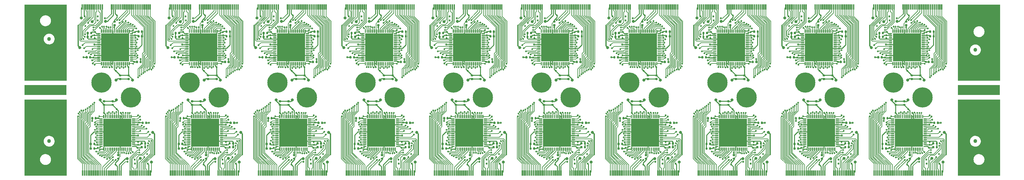
<source format=gbr>
*
%FSLAX24Y24*%
%MOIN*%
%ADD10R,0.012000X0.012000*%
%ADD11C,0.011000*%
%ADD12R,0.005800X0.005800*%
%ADD13C,0.005000*%
%ADD14R,0.302181X0.302181*%
%ADD15R,0.014780X0.014780*%
%ADD16C,0.217535*%
%ADD17C,0.020685*%
%ADD18C,0.032496*%
%ADD19C,0.007000*%
%ADD20C,0.013000*%
%ADD21C,0.018248*%
%ADD22R,0.004188X0.004188*%
%ADD23C,0.001000*%
%ADD24C,0.002000*%
%ADD25R,0.064000X0.064000*%
%ADD26C,0.016000*%
%ADD27R,0.128000X0.128000*%
%ADD28C,0.001142*%
%ADD29C,0.001043*%
%ADD30C,0.001063*%
%ADD31C,0.020000*%
%ADD32C,0.035764*%
%ADD33C,0.079921*%
%ADD34C,0.040551*%
%IPPOS*%
%LNm386940-gtl.GBR*%
%LPD*%
G54D10*
X009649Y007869D02*
X009783D01*
G54D11*
X009644Y007929D02*
X009788D01*
X009644Y007809D02*
X009788D01*
G54D10*
X009649Y008247D02*
X009783D01*
G54D11*
X009644Y008307D02*
X009788D01*
X009644Y008187D02*
X009788D01*
G54D10*
X013204Y003235D02*
Y003369D01*
G54D11*
X013144Y003230D02*
Y003374D01*
X013264Y003230D02*
Y003374D01*
G54D10*
X012826Y003235D02*
Y003369D01*
G54D11*
X012766Y003230D02*
Y003374D01*
X012886Y003230D02*
Y003374D01*
G54D10*
X007370Y003089D02*
Y003223D01*
G54D11*
X007310Y003084D02*
Y003228D01*
X007430Y003084D02*
Y003228D01*
G54D10*
X007748Y003089D02*
Y003223D01*
G54D11*
X007688Y003084D02*
Y003228D01*
X007808Y003084D02*
Y003228D01*
G54D10*
X007523Y006341D02*
Y006475D01*
G54D11*
X007463Y006336D02*
Y006480D01*
X007583Y006336D02*
Y006480D01*
G54D10*
X007901Y006341D02*
Y006475D01*
G54D11*
X007841Y006336D02*
Y006480D01*
X007961Y006336D02*
Y006480D01*
G54D10*
X008732Y007869D02*
X008866D01*
G54D11*
X008727Y007929D02*
X008871D01*
X008727Y007809D02*
X008871D01*
G54D10*
X008732Y008247D02*
X008866D01*
G54D11*
X008727Y008307D02*
X008871D01*
X008727Y008187D02*
X008871D01*
G54D10*
X007370Y003581D02*
Y003715D01*
G54D11*
X007310Y003576D02*
Y003720D01*
X007430Y003576D02*
Y003720D01*
G54D10*
X007748Y003581D02*
Y003715D01*
G54D11*
X007688Y003576D02*
Y003720D01*
X007808Y003576D02*
Y003720D01*
G54D10*
X012939Y005854D02*
Y005988D01*
G54D11*
X012879Y005849D02*
Y005993D01*
X012999Y005849D02*
Y005993D01*
G54D10*
X013317Y005854D02*
Y005988D01*
G54D11*
X013257Y005849D02*
Y005993D01*
X013377Y005849D02*
Y005993D01*
G54D12*
X008751Y002946D02*
Y003233D01*
G54D13*
X008722Y002942D02*
Y003237D01*
X008780Y002942D02*
Y003237D01*
G54D12*
X008948Y002946D02*
Y003233D01*
G54D13*
X008919Y002942D02*
Y003237D01*
X008977Y002942D02*
Y003237D01*
G54D12*
X009145Y002946D02*
Y003233D01*
G54D13*
X009116Y002942D02*
Y003237D01*
X009174Y002942D02*
Y003237D01*
G54D12*
X009342Y002946D02*
Y003233D01*
G54D13*
X009313Y002942D02*
Y003237D01*
X009371Y002942D02*
Y003237D01*
G54D12*
X009539Y002946D02*
Y003233D01*
G54D13*
X009510Y002942D02*
Y003237D01*
X009568Y002942D02*
Y003237D01*
G54D12*
X009736Y002946D02*
Y003233D01*
G54D13*
X009707Y002942D02*
Y003237D01*
X009765Y002942D02*
Y003237D01*
G54D12*
X009933Y002946D02*
Y003233D01*
G54D13*
X009904Y002942D02*
Y003237D01*
X009962Y002942D02*
Y003237D01*
G54D12*
X010129Y002946D02*
Y003233D01*
G54D13*
X010100Y002942D02*
Y003237D01*
X010158Y002942D02*
Y003237D01*
G54D12*
X010326Y002946D02*
Y003233D01*
G54D13*
X010297Y002942D02*
Y003237D01*
X010355Y002942D02*
Y003237D01*
G54D12*
X010523Y002946D02*
Y003233D01*
G54D13*
X010494Y002942D02*
Y003237D01*
X010552Y002942D02*
Y003237D01*
G54D12*
X010720Y002946D02*
Y003233D01*
G54D13*
X010691Y002942D02*
Y003237D01*
X010749Y002942D02*
Y003237D01*
G54D12*
X010917Y002946D02*
Y003233D01*
G54D13*
X010888Y002942D02*
Y003237D01*
X010946Y002942D02*
Y003237D01*
G54D12*
X011114Y002946D02*
Y003233D01*
G54D13*
X011085Y002942D02*
Y003237D01*
X011143Y002942D02*
Y003237D01*
G54D12*
X011311Y002946D02*
Y003233D01*
G54D13*
X011282Y002942D02*
Y003237D01*
X011340Y002942D02*
Y003237D01*
G54D12*
X011507Y002946D02*
Y003233D01*
G54D13*
X011478Y002942D02*
Y003237D01*
X011536Y002942D02*
Y003237D01*
G54D12*
X011704Y002946D02*
Y003233D01*
G54D13*
X011675Y002942D02*
Y003237D01*
X011733Y002942D02*
Y003237D01*
G54D12*
X011836Y003365D02*
X012123D01*
G54D13*
X011832Y003394D02*
X012127D01*
X011832Y003336D02*
X012127D01*
G54D12*
X011836Y003562D02*
X012123D01*
G54D13*
X011832Y003591D02*
X012127D01*
X011832Y003533D02*
X012127D01*
G54D12*
X011836Y003759D02*
X012123D01*
G54D13*
X011832Y003788D02*
X012127D01*
X011832Y003730D02*
X012127D01*
G54D12*
X011836Y003955D02*
X012123D01*
G54D13*
X011832Y003984D02*
X012127D01*
X011832Y003926D02*
X012127D01*
G54D12*
X011836Y004152D02*
X012123D01*
G54D13*
X011832Y004181D02*
X012127D01*
X011832Y004123D02*
X012127D01*
G54D12*
X011836Y004349D02*
X012123D01*
G54D13*
X011832Y004378D02*
X012127D01*
X011832Y004320D02*
X012127D01*
G54D12*
X011836Y004546D02*
X012123D01*
G54D13*
X011832Y004575D02*
X012127D01*
X011832Y004517D02*
X012127D01*
G54D12*
X011836Y004743D02*
X012123D01*
G54D13*
X011832Y004772D02*
X012127D01*
X011832Y004714D02*
X012127D01*
G54D12*
X011836Y004940D02*
X012123D01*
G54D13*
X011832Y004969D02*
X012127D01*
X011832Y004911D02*
X012127D01*
G54D12*
X011836Y005137D02*
X012123D01*
G54D13*
X011832Y005166D02*
X012127D01*
X011832Y005108D02*
X012127D01*
G54D12*
X011836Y005333D02*
X012123D01*
G54D13*
X011832Y005362D02*
X012127D01*
X011832Y005304D02*
X012127D01*
G54D12*
X011836Y005530D02*
X012123D01*
G54D13*
X011832Y005559D02*
X012127D01*
X011832Y005501D02*
X012127D01*
G54D12*
X011836Y005727D02*
X012123D01*
G54D13*
X011832Y005756D02*
X012127D01*
X011832Y005698D02*
X012127D01*
G54D12*
X011836Y005924D02*
X012123D01*
G54D13*
X011832Y005953D02*
X012127D01*
X011832Y005895D02*
X012127D01*
G54D12*
X011836Y006121D02*
X012123D01*
G54D13*
X011832Y006150D02*
X012127D01*
X011832Y006092D02*
X012127D01*
G54D12*
X011836Y006318D02*
X012123D01*
G54D13*
X011832Y006347D02*
X012127D01*
X011832Y006289D02*
X012127D01*
G54D12*
X011704Y006450D02*
Y006737D01*
G54D13*
X011675Y006446D02*
Y006741D01*
X011733Y006446D02*
Y006741D01*
G54D12*
X011507Y006450D02*
Y006737D01*
G54D13*
X011478Y006446D02*
Y006741D01*
X011536Y006446D02*
Y006741D01*
G54D12*
X011311Y006450D02*
Y006737D01*
G54D13*
X011282Y006446D02*
Y006741D01*
X011340Y006446D02*
Y006741D01*
G54D12*
X011114Y006450D02*
Y006737D01*
G54D13*
X011085Y006446D02*
Y006741D01*
X011143Y006446D02*
Y006741D01*
G54D12*
X010917Y006450D02*
Y006737D01*
G54D13*
X010888Y006446D02*
Y006741D01*
X010946Y006446D02*
Y006741D01*
G54D12*
X010720Y006450D02*
Y006737D01*
G54D13*
X010691Y006446D02*
Y006741D01*
X010749Y006446D02*
Y006741D01*
G54D12*
X010523Y006450D02*
Y006737D01*
G54D13*
X010494Y006446D02*
Y006741D01*
X010552Y006446D02*
Y006741D01*
G54D12*
X010326Y006450D02*
Y006737D01*
G54D13*
X010297Y006446D02*
Y006741D01*
X010355Y006446D02*
Y006741D01*
G54D12*
X010129Y006450D02*
Y006737D01*
G54D13*
X010100Y006446D02*
Y006741D01*
X010158Y006446D02*
Y006741D01*
G54D12*
X009933Y006450D02*
Y006737D01*
G54D13*
X009904Y006446D02*
Y006741D01*
X009962Y006446D02*
Y006741D01*
G54D12*
X009736Y006450D02*
Y006737D01*
G54D13*
X009707Y006446D02*
Y006741D01*
X009765Y006446D02*
Y006741D01*
G54D12*
X009539Y006450D02*
Y006737D01*
G54D13*
X009510Y006446D02*
Y006741D01*
X009568Y006446D02*
Y006741D01*
G54D12*
X009342Y006450D02*
Y006737D01*
G54D13*
X009313Y006446D02*
Y006741D01*
X009371Y006446D02*
Y006741D01*
G54D12*
X009145Y006450D02*
Y006737D01*
G54D13*
X009116Y006446D02*
Y006741D01*
X009174Y006446D02*
Y006741D01*
G54D12*
X008948Y006450D02*
Y006737D01*
G54D13*
X008919Y006446D02*
Y006741D01*
X008977Y006446D02*
Y006741D01*
G54D12*
X008751Y006450D02*
Y006737D01*
G54D13*
X008722Y006446D02*
Y006741D01*
X008780Y006446D02*
Y006741D01*
G54D12*
X008332Y006318D02*
X008619D01*
G54D13*
X008328Y006347D02*
X008623D01*
X008328Y006289D02*
X008623D01*
G54D12*
X008332Y006121D02*
X008619D01*
G54D13*
X008328Y006150D02*
X008623D01*
X008328Y006092D02*
X008623D01*
G54D12*
X008332Y005924D02*
X008619D01*
G54D13*
X008328Y005953D02*
X008623D01*
X008328Y005895D02*
X008623D01*
G54D12*
X008332Y005727D02*
X008619D01*
G54D13*
X008328Y005756D02*
X008623D01*
X008328Y005698D02*
X008623D01*
G54D12*
X008332Y005530D02*
X008619D01*
G54D13*
X008328Y005559D02*
X008623D01*
X008328Y005501D02*
X008623D01*
G54D12*
X008332Y005333D02*
X008619D01*
G54D13*
X008328Y005362D02*
X008623D01*
X008328Y005304D02*
X008623D01*
G54D12*
X008332Y005137D02*
X008619D01*
G54D13*
X008328Y005166D02*
X008623D01*
X008328Y005108D02*
X008623D01*
G54D12*
X008332Y004940D02*
X008619D01*
G54D13*
X008328Y004969D02*
X008623D01*
X008328Y004911D02*
X008623D01*
G54D12*
X008332Y004743D02*
X008619D01*
G54D13*
X008328Y004772D02*
X008623D01*
X008328Y004714D02*
X008623D01*
G54D12*
X008332Y004546D02*
X008619D01*
G54D13*
X008328Y004575D02*
X008623D01*
X008328Y004517D02*
X008623D01*
G54D12*
X008332Y004349D02*
X008619D01*
G54D13*
X008328Y004378D02*
X008623D01*
X008328Y004320D02*
X008623D01*
G54D12*
X008332Y004152D02*
X008619D01*
G54D13*
X008328Y004181D02*
X008623D01*
X008328Y004123D02*
X008623D01*
G54D12*
X008332Y003955D02*
X008619D01*
G54D13*
X008328Y003984D02*
X008623D01*
X008328Y003926D02*
X008623D01*
G54D12*
X008332Y003759D02*
X008619D01*
G54D13*
X008328Y003788D02*
X008623D01*
X008328Y003730D02*
X008623D01*
G54D12*
X008332Y003562D02*
X008619D01*
G54D13*
X008328Y003591D02*
X008623D01*
X008328Y003533D02*
X008623D01*
G54D12*
X008332Y003365D02*
X008619D01*
G54D13*
X008328Y003394D02*
X008623D01*
X008328Y003336D02*
X008623D01*
G54D14*
X010228Y004841D03*
G54D10*
X010251Y002070D02*
X010385D01*
G54D11*
X010246Y002130D02*
X010390D01*
X010246Y002010D02*
X010390D01*
G54D10*
X010251Y002448D02*
X010385D01*
G54D11*
X010246Y002508D02*
X010390D01*
X010246Y002388D02*
X010390D01*
G54D15*
X013779Y000284D02*
Y000718D01*
X013582Y000284D02*
Y000718D01*
X013386Y000284D02*
Y000718D01*
X013189Y000284D02*
Y000718D01*
X012992Y000284D02*
Y000718D01*
X012795Y000284D02*
Y000718D01*
X012598Y000284D02*
Y000718D01*
X012401Y000284D02*
Y000718D01*
X012204Y000284D02*
Y000718D01*
X012008Y000284D02*
Y000718D01*
X011811Y000284D02*
Y000718D01*
X011614Y000284D02*
Y000718D01*
X010630Y000284D02*
Y000718D01*
X010433Y000284D02*
Y000718D01*
X010236Y000284D02*
Y000718D01*
X010040Y000284D02*
Y000718D01*
X009843Y000284D02*
Y000718D01*
X009646Y000284D02*
Y000718D01*
X009450Y000284D02*
Y000718D01*
X009253Y000284D02*
Y000718D01*
X009056Y000284D02*
Y000718D01*
X008859Y000284D02*
Y000718D01*
X008662Y000284D02*
Y000718D01*
X008465Y000284D02*
Y000718D01*
X008268Y000284D02*
Y000718D01*
X008072Y000284D02*
Y000718D01*
X007875Y000284D02*
Y000718D01*
X007678Y000284D02*
Y000718D01*
X007481Y000284D02*
Y000718D01*
X007284Y000284D02*
Y000718D01*
X007087Y000284D02*
Y000718D01*
X006890Y000284D02*
Y000718D01*
X006694Y000284D02*
Y000718D01*
X006497Y000284D02*
Y000718D01*
G54D16*
X011693Y008661D03*
G54D10*
X013204Y003655D02*
Y003789D01*
G54D11*
X013144Y003650D02*
Y003794D01*
X013264Y003650D02*
Y003794D01*
G54D10*
X012826Y003655D02*
Y003789D01*
G54D11*
X012766Y003650D02*
Y003794D01*
X012886Y003650D02*
Y003794D01*
G54D17*
X012114Y001503D03*
X010580Y006988D03*
X012437Y005719D03*
X012444Y003841D03*
X013641Y005928D03*
X008102Y005727D03*
G54D18*
X010132Y008387D03*
G54D17*
X008055Y004940D03*
X012476Y004542D03*
X007523Y006117D03*
X008311Y002983D03*
G54D18*
X013891Y001688D03*
G54D17*
X008094Y003554D03*
X008173Y006408D03*
G54D18*
X011283Y002042D03*
G54D17*
X010326Y002689D03*
X013141Y002227D03*
X011326Y001727D03*
G54D18*
X008385Y008387D03*
G54D17*
X010169Y007393D03*
X008799Y006967D03*
X013503Y001503D03*
X012397Y003200D03*
X008118Y003231D03*
X012094Y001952D03*
G54D18*
X014033Y004883D03*
G54D17*
X012576Y005953D03*
G54D18*
X012698Y002095D03*
G54D17*
X012464Y003562D03*
X012708Y006251D03*
X012658Y006571D03*
X012444Y006714D03*
G54D19*
X013271Y000995D02*
X013386Y000880D01*
X014216Y002483D02*
X014188D01*
X013271Y001566D01*
Y000995D01*
X013386Y000880D02*
Y000501D01*
G54D20*
X014216Y002483D02*
Y004700D01*
X014033Y004883D01*
G54D19*
X011980Y004152D02*
X012137D01*
X012181Y004196D01*
X013141Y001601D02*
Y000912D01*
X013189Y000865D01*
X012181Y004196D02*
X013933D01*
X014059Y004070D01*
X013189Y000865D02*
Y000501D01*
X014059Y004070D02*
Y002518D01*
X013141Y001601D01*
X013881Y003975D02*
X013917Y003940D01*
Y002534D01*
X012992Y001609D01*
Y000501D01*
X013523Y003711D02*
X013665Y003570D01*
Y003078D01*
X012314Y001070D02*
X012215Y000970D01*
X013665Y003078D02*
X012992Y002404D01*
X012314Y002148D02*
Y001070D01*
X012992Y002404D02*
X012570D01*
X012314Y002148D01*
X012215Y000970D02*
Y000512D01*
X012204Y000501D01*
X012698Y002095D02*
X012440Y001837D01*
Y000541D01*
X012401Y000501D01*
G54D11*
X013503Y001503D02*
X013586Y001420D01*
Y000616D01*
G54D19*
X013480Y003459D02*
Y003133D01*
X012874Y002526D01*
X012354D01*
X011842Y002015D01*
Y001148D01*
X012012Y000979D01*
Y000804D01*
X013641Y003948D02*
X013783Y003806D01*
Y002585D01*
X012795Y001597D01*
Y000501D01*
X013141Y002227D02*
Y002164D01*
X012598Y001621D01*
Y000501D01*
X013891Y001688D02*
Y000613D01*
X013779Y000501D01*
G54D11*
X009692Y008247D02*
X009712Y008227D01*
X009972D01*
X013323Y005928D02*
X013317Y005921D01*
X007523Y006408D02*
Y006117D01*
X011980Y005727D02*
X011114D01*
X010523Y003089D02*
Y004546D01*
X010031Y001427D02*
X010236Y001223D01*
X008417Y003089D02*
X008311Y002983D01*
X010318Y001904D02*
Y002070D01*
X010720Y006848D02*
Y006593D01*
X011980Y003955D02*
X011114D01*
X007720Y004940D02*
X008055D01*
X010720Y006593D02*
Y005333D01*
G54D19*
X010543Y002294D02*
X010318Y002070D01*
G54D11*
X010523Y005137D02*
X010228Y004841D01*
X010523Y004546D02*
X010228Y004841D01*
G54D19*
X010523Y003089D02*
X010543Y003070D01*
G54D11*
X008799Y008247D02*
X009232D01*
X012330Y003955D02*
X011980D01*
X010720Y005333D02*
X010228Y004841D01*
X011980Y004546D02*
X010523D01*
X012476Y004542D02*
X012472Y004546D01*
X008476Y005727D02*
X008102D01*
X013125Y003955D02*
X013204Y003877D01*
X008476Y004940D02*
X008055D01*
X008751Y003089D02*
Y003285D01*
X012428Y005727D02*
X012437Y005719D01*
X009342Y005727D02*
X010228Y004841D01*
X009232Y008247D02*
X009692D01*
X010580Y006988D02*
X010720Y006848D01*
X010236Y001223D02*
Y000501D01*
X012444Y003841D02*
X012330Y003955D01*
X009972Y008227D02*
X010132Y008387D01*
X010031Y001427D02*
Y001617D01*
X008476Y005727D02*
X009342D01*
X013208Y003297D02*
Y003717D01*
X011114Y003955D02*
X010228Y004841D01*
X008476Y004940D02*
X010129D01*
X012177Y003955D02*
X013125D01*
X008751Y003285D02*
X008798Y003331D01*
X013641Y005928D02*
X013323D01*
X010129Y004940D02*
X010228Y004841D01*
X011980Y005727D02*
X012428D01*
G54D19*
X010543Y003070D02*
Y002294D01*
G54D11*
X011114Y005727D02*
X010228Y004841D01*
X013204Y003877D02*
Y003722D01*
X010031Y001617D02*
X010318Y001904D01*
X007358Y003637D02*
Y003192D01*
X010523Y006593D02*
X010720D01*
X008751Y003089D02*
X008417D01*
X007370Y003648D02*
Y004589D01*
X010523Y006593D02*
Y005137D01*
X007370Y004589D02*
X007720Y004940D01*
X012472Y004546D02*
X011980D01*
X008094Y003554D02*
X007842D01*
X008476Y003562D02*
X008102D01*
X008094Y003554D01*
X007842D02*
X007740Y003656D01*
X008334Y006318D02*
X008244Y006408D01*
X007980D02*
X007940Y006369D01*
X010437Y001393D02*
Y000538D01*
X008244Y006408D02*
X008173D01*
X007980D01*
X011283Y002042D02*
X011086D01*
X010437Y001393D01*
X008476Y006318D02*
X008334D01*
X010326Y002689D02*
Y003089D01*
Y002455D02*
Y002689D01*
X010318Y002448D02*
X010326Y002455D01*
X010630Y001246D02*
X010629Y001247D01*
X008799Y007868D02*
X008799Y007869D01*
X008385Y008387D02*
Y008282D01*
X008948Y006818D02*
Y006593D01*
X010265Y007296D02*
X010169Y007393D01*
X008799Y006967D02*
X008948Y006818D01*
X008818Y007849D02*
X008799Y007869D01*
X010630Y000501D02*
Y001246D01*
X010326Y006975D02*
Y007235D01*
G54D19*
X011326Y001727D02*
X011110D01*
G54D11*
X008385Y008282D02*
X008799Y007869D01*
X010326Y007235D02*
X010265Y007296D01*
X008799Y006967D02*
Y007868D01*
X009712Y007849D02*
X008818D01*
G54D19*
X011110Y001727D02*
X010629Y001247D01*
G54D11*
X010265Y007296D02*
X009712Y007849D01*
X010326Y006975D02*
Y006593D01*
X012724Y003200D02*
X012871Y003347D01*
X012228Y003369D02*
X011984D01*
X011980Y003365D01*
X008019Y003133D02*
X007795D01*
X008118Y003231D02*
X008019Y003133D01*
X007795D02*
X007791Y003137D01*
X008118Y003231D02*
X008342D01*
X008476Y003365D01*
X012397Y003200D02*
X012228Y003369D01*
X012397Y003200D02*
X012724D01*
X012907Y005953D02*
X012939Y005921D01*
X012009Y005953D02*
X012576D01*
X011980Y005924D02*
X012009Y005953D01*
X012576D02*
X012907D01*
X012666Y003562D02*
X012826Y003722D01*
X011980Y003562D02*
X012666D01*
G54D19*
X011889Y002735D02*
X011704Y002920D01*
Y003034D01*
X013740Y004633D02*
X013460Y004353D01*
X011984D01*
X011980Y004349D01*
X011653Y002633D02*
Y002666D01*
X011511Y002808D01*
Y003085D01*
X011507Y003089D01*
X013551Y004963D02*
X013350Y004763D01*
X012000D02*
X011980Y004743D01*
X013350Y004763D02*
X012000D01*
X013570Y004963D02*
X013551D01*
X011433Y002727D02*
X011314Y002846D01*
Y003085D01*
X011311Y003089D01*
X011433Y002605D02*
Y002727D01*
X013342Y005247D02*
X012330D01*
X012212Y005129D02*
X011988D01*
X013362Y005267D02*
X013342Y005247D01*
X012330D02*
X012212Y005129D01*
X011988D02*
X011980Y005137D01*
X011191Y002625D02*
Y002839D01*
X011123Y002907D01*
Y003080D01*
X013082Y005471D02*
X012984Y005373D01*
X012019D01*
X011980Y005333D01*
X012755Y005530D02*
X011980D01*
X011722Y000876D02*
X011811Y000788D01*
Y000501D01*
X012349Y002715D02*
X011722Y002088D01*
X012586Y002715D02*
X012349D01*
X012854Y005629D02*
X012755Y005530D01*
X011722Y002088D02*
Y000876D01*
X012681Y005046D02*
X012574Y004940D01*
X012590Y002979D02*
X012437D01*
X011596Y002139D01*
Y000518D02*
X011614Y000501D01*
X011596Y002139D02*
Y000518D01*
X012574Y004940D02*
X011980D01*
X010917Y002753D02*
Y003089D01*
X010976Y002694D02*
X010917Y002753D01*
X010740Y002692D02*
Y003070D01*
X010720Y003089D01*
X010129Y002857D02*
Y003089D01*
X009393Y002121D02*
X010129Y002857D01*
X009933Y002906D02*
Y003089D01*
X009118Y002018D02*
Y002091D01*
X009933Y002906D01*
X009066Y002227D02*
X009736Y002896D01*
Y003089D01*
X008866Y002227D02*
X009066D01*
X008818Y002180D02*
X008866Y002227D01*
X008629Y002381D02*
X009049D01*
X009539Y002871D01*
X008566Y002318D02*
X008629Y002381D01*
X009539Y002871D02*
Y003089D01*
X008358Y002428D02*
X008425Y002495D01*
X009342Y002893D02*
Y003089D01*
X008944Y002495D02*
X009342Y002893D01*
X008425Y002495D02*
X008944D01*
X009056Y000921D02*
Y000501D01*
X012607Y006251D02*
X012477Y006121D01*
X012708Y006251D02*
X012607D01*
X010047Y001912D02*
X009056Y000921D01*
X012477Y006121D02*
X011980D01*
X008157Y002585D02*
X008204Y002633D01*
X008866D01*
X009145Y002912D01*
Y003089D01*
X008859Y001008D02*
Y000501D01*
X009771Y001920D02*
X008859Y001008D01*
X012408Y006321D02*
X011983D01*
X012658Y006571D02*
X012408Y006321D01*
X011983D02*
X011980Y006318D01*
X008769Y002782D02*
X008948Y002962D01*
X007968Y002806D02*
X007992Y002782D01*
X008769D01*
X008948Y002962D02*
Y003089D01*
X009724Y002207D02*
X008662Y001145D01*
Y000501D01*
X012444Y006714D02*
X012324Y006593D01*
X011704D01*
X009759Y002207D02*
X009724D01*
X008027Y003786D02*
X008054Y003759D01*
X008476D01*
X007314Y005522D02*
Y006712D01*
X007771Y007168D01*
Y008062D02*
X007762Y008071D01*
X008465Y001370D02*
X007152Y002682D01*
Y005360D01*
X011569Y006982D02*
X011507Y006921D01*
X008465Y000501D02*
Y001370D01*
X007771Y007168D02*
Y008062D01*
X011507Y006921D02*
Y006593D01*
X007152Y005360D02*
X007314Y005522D01*
X007852Y003955D02*
X008476D01*
X007831Y003976D02*
X007852Y003955D01*
X011311Y006593D02*
Y006952D01*
X007601Y007168D02*
X007185Y006752D01*
Y005660D02*
X007032Y005508D01*
Y002633D02*
X008268Y001397D01*
Y000501D01*
X011311Y006952D02*
X011349Y006991D01*
X007185Y006752D02*
Y005660D01*
X007601Y007901D02*
Y007168D01*
X007032Y005508D02*
Y002633D01*
X008035Y004152D02*
X008476D01*
X006912Y005652D02*
X007065Y005804D01*
X007394Y007131D02*
Y007759D01*
X006912Y002525D02*
Y005652D01*
X007065Y005804D02*
Y006801D01*
X008072Y001365D02*
X006912Y002525D01*
X011131Y006971D02*
X011114Y006954D01*
X008072Y000501D02*
Y001365D01*
X007065Y006801D02*
X007394Y007131D01*
X011114Y006954D02*
Y006593D01*
X007926Y004363D02*
X007940Y004349D01*
X008476D01*
X010917Y006940D02*
Y006593D01*
X006792Y005862D02*
X006944Y006015D01*
X006792Y002475D02*
Y005862D01*
X007221Y007128D02*
Y007617D01*
X006944Y006015D02*
Y006851D01*
X007875Y000501D02*
Y001393D01*
X010828Y007028D02*
X010917Y006940D01*
X006944Y006851D02*
X007221Y007128D01*
X007875Y001393D02*
X006792Y002475D01*
X008051Y004546D02*
X008476D01*
X006672Y002397D02*
X007678Y001392D01*
X010114Y007083D02*
X010129Y007068D01*
X007678Y001392D02*
Y000501D01*
X007035Y007468D02*
Y007111D01*
X006824Y006154D02*
X006672Y006002D01*
X007035Y007111D02*
X006824Y006901D01*
X006672Y006002D02*
Y002397D01*
X010129Y007068D02*
Y006593D01*
X006824Y006901D02*
Y006154D01*
X007985Y004743D02*
X008476D01*
X007936Y004733D02*
X007975D01*
X007985Y004743D01*
X006692Y006938D02*
Y006227D01*
X006552Y006087D01*
X006820Y007067D02*
X006692Y006938D01*
X006552Y006087D02*
Y002347D01*
X007481Y001419D01*
X006820Y007349D02*
Y007067D01*
X007481Y001419D02*
Y000501D01*
X009933Y006593D02*
Y006959D01*
X007811Y005137D02*
X008476D01*
X007284Y001404D02*
Y000501D01*
X006432Y006184D02*
Y002256D01*
X006606Y007259D02*
X006551Y007204D01*
Y006302D02*
X006432Y006184D01*
X009736Y007093D02*
Y006593D01*
X006551Y007204D02*
Y006302D01*
X006432Y002256D02*
X007284Y001404D01*
X008043Y005326D02*
X008051Y005333D01*
X008476D01*
X006312Y002206D02*
X007087Y001432D01*
X006354Y007263D02*
X006431Y007186D01*
X006312Y006288D02*
Y002206D01*
X006431Y007186D02*
Y006406D01*
X009539Y006959D02*
Y006593D01*
X006431Y006406D02*
X006312Y006288D01*
X007087Y001432D02*
Y000501D01*
X007966Y005531D02*
X007967Y005530D01*
X008476D01*
X006207Y007069D02*
Y007000D01*
X006192Y002156D02*
X006890Y001459D01*
X009342Y007054D02*
Y006593D01*
X006311Y006481D02*
X006192Y006363D01*
Y002156D01*
X006311Y006896D02*
Y006481D01*
X009341Y007055D02*
X009342Y007054D01*
X006207Y007000D02*
X006311Y006896D01*
X006890Y001459D02*
Y000501D01*
X007838Y005730D02*
X008032Y005924D01*
X007838Y005723D02*
Y005730D01*
X008032Y005924D02*
X008476D01*
X009145Y006955D02*
Y006593D01*
X006072Y006412D02*
Y002099D01*
X006191Y006776D02*
Y006531D01*
X006066Y006900D02*
X006191Y006776D01*
X006694Y001478D02*
Y000501D01*
X006072Y002099D02*
X006694Y001478D01*
X006191Y006531D02*
X006072Y006412D01*
X007829Y005961D02*
X007989Y006121D01*
X008476D01*
X006488Y001514D02*
Y000510D01*
X005952Y006533D02*
Y002050D01*
X006021Y006601D02*
X005952Y006533D01*
Y002050D02*
X006488Y001514D01*
Y000510D02*
X006497Y000501D01*
X008318Y006593D02*
X008751D01*
X008306Y006606D02*
X008318Y006593D01*
G54D21*
X006021Y006601D03*
X006066Y006900D03*
X006207Y007069D03*
X006354Y007263D03*
X006606Y007259D03*
X006820Y007349D03*
X007035Y007468D03*
X007221Y007617D03*
X007394Y007759D03*
X007601Y007901D03*
X007762Y008071D03*
X007811Y005137D03*
X007829Y005961D03*
X007831Y003976D03*
X007838Y005723D03*
X007926Y004363D03*
X007936Y004733D03*
X007966Y005531D03*
X007968Y002806D03*
X008027Y003786D03*
X008035Y004152D03*
X008043Y005326D03*
X008051Y004546D03*
X008157Y002585D03*
X008306Y006606D03*
X008358Y002428D03*
X008566Y002318D03*
X008818Y002180D03*
X009118Y002018D03*
X009145Y006955D03*
X009341Y007055D03*
X009393Y002121D03*
X009539Y006959D03*
X009736Y007093D03*
X009759Y002207D03*
X009771Y001920D03*
X009933Y006959D03*
X010031Y001427D03*
X010047Y001912D03*
X010114Y007083D03*
X010740Y002692D03*
X010828Y007028D03*
X010976Y002694D03*
X011131Y006971D03*
X011191Y002625D03*
X011349Y006991D03*
X011433Y002605D03*
X011569Y006982D03*
X011653Y002633D03*
X011889Y002735D03*
X012586Y002715D03*
X012590Y002979D03*
X012681Y005046D03*
X012854Y005629D03*
X013082Y005471D03*
X013362Y005267D03*
X013440Y002538D03*
X013480Y003459D03*
X013523Y003711D03*
X013570Y004963D03*
X013641Y003948D03*
X013740Y004633D03*
X013881Y003975D03*
G54D22*
X013834Y000624D02*
Y000770D01*
X013853Y000624D02*
Y000770D01*
G54D10*
X010587Y011029D02*
X010453D01*
G54D11*
X010592Y010969D02*
X010448D01*
X010592Y011089D02*
X010448D01*
G54D10*
X010587Y010651D02*
X010453D01*
G54D11*
X010592Y010591D02*
X010448D01*
X010592Y010711D02*
X010448D01*
G54D10*
X007032Y015663D02*
Y015529D01*
G54D11*
X007092Y015668D02*
Y015524D01*
X006972Y015668D02*
Y015524D01*
G54D10*
X007410Y015663D02*
Y015529D01*
G54D11*
X007470Y015668D02*
Y015524D01*
X007350Y015668D02*
Y015524D01*
G54D10*
X012867Y015808D02*
Y015674D01*
G54D11*
X012927Y015813D02*
Y015669D01*
X012807Y015813D02*
Y015669D01*
G54D10*
X012489Y015808D02*
Y015674D01*
G54D11*
X012549Y015813D02*
Y015669D01*
X012429Y015813D02*
Y015669D01*
G54D10*
X012713Y012556D02*
Y012422D01*
G54D11*
X012773Y012561D02*
Y012417D01*
X012653Y012561D02*
Y012417D01*
G54D10*
X012335Y012556D02*
Y012422D01*
G54D11*
X012395Y012561D02*
Y012417D01*
X012275Y012561D02*
Y012417D01*
G54D10*
X011505Y011029D02*
X011371D01*
G54D11*
X011510Y010969D02*
X011366D01*
X011510Y011089D02*
X011366D01*
G54D10*
X011505Y010651D02*
X011371D01*
G54D11*
X011510Y010591D02*
X011366D01*
X011510Y010711D02*
X011366D01*
G54D10*
X012867Y015316D02*
Y015182D01*
G54D11*
X012927Y015321D02*
Y015177D01*
X012807Y015321D02*
Y015177D01*
G54D10*
X012489Y015316D02*
Y015182D01*
G54D11*
X012549Y015321D02*
Y015177D01*
X012429Y015321D02*
Y015177D01*
G54D10*
X007297Y013043D02*
Y012909D01*
G54D11*
X007357Y013048D02*
Y012904D01*
X007237Y013048D02*
Y012904D01*
G54D10*
X006919Y013043D02*
Y012909D01*
G54D11*
X006979Y013048D02*
Y012904D01*
X006859Y013048D02*
Y012904D01*
G54D12*
X011485Y015952D02*
Y015665D01*
G54D13*
X011514Y015956D02*
Y015661D01*
X011456Y015956D02*
Y015661D01*
G54D12*
X011288Y015952D02*
Y015665D01*
G54D13*
X011317Y015956D02*
Y015661D01*
X011259Y015956D02*
Y015661D01*
G54D12*
X011091Y015952D02*
Y015665D01*
G54D13*
X011120Y015956D02*
Y015661D01*
X011062Y015956D02*
Y015661D01*
G54D12*
X010894Y015952D02*
Y015665D01*
G54D13*
X010923Y015956D02*
Y015661D01*
X010865Y015956D02*
Y015661D01*
G54D12*
X010697Y015952D02*
Y015665D01*
G54D13*
X010726Y015956D02*
Y015661D01*
X010668Y015956D02*
Y015661D01*
G54D12*
X010501Y015952D02*
Y015665D01*
G54D13*
X010530Y015956D02*
Y015661D01*
X010472Y015956D02*
Y015661D01*
G54D12*
X010304Y015952D02*
Y015665D01*
G54D13*
X010333Y015956D02*
Y015661D01*
X010275Y015956D02*
Y015661D01*
G54D12*
X010107Y015952D02*
Y015665D01*
G54D13*
X010136Y015956D02*
Y015661D01*
X010078Y015956D02*
Y015661D01*
G54D12*
X009910Y015952D02*
Y015665D01*
G54D13*
X009939Y015956D02*
Y015661D01*
X009881Y015956D02*
Y015661D01*
G54D12*
X009713Y015952D02*
Y015665D01*
G54D13*
X009742Y015956D02*
Y015661D01*
X009684Y015956D02*
Y015661D01*
G54D12*
X009516Y015952D02*
Y015665D01*
G54D13*
X009545Y015956D02*
Y015661D01*
X009487Y015956D02*
Y015661D01*
G54D12*
X009319Y015952D02*
Y015665D01*
G54D13*
X009348Y015956D02*
Y015661D01*
X009290Y015956D02*
Y015661D01*
G54D12*
X009123Y015952D02*
Y015665D01*
G54D13*
X009152Y015956D02*
Y015661D01*
X009094Y015956D02*
Y015661D01*
G54D12*
X008926Y015952D02*
Y015665D01*
G54D13*
X008955Y015956D02*
Y015661D01*
X008897Y015956D02*
Y015661D01*
G54D12*
X008729Y015952D02*
Y015665D01*
G54D13*
X008758Y015956D02*
Y015661D01*
X008700Y015956D02*
Y015661D01*
G54D12*
X008532Y015952D02*
Y015665D01*
G54D13*
X008561Y015956D02*
Y015661D01*
X008503Y015956D02*
Y015661D01*
G54D12*
X008400Y015533D02*
X008113D01*
G54D13*
X008404Y015504D02*
X008109D01*
X008404Y015562D02*
X008109D01*
G54D12*
X008400Y015336D02*
X008113D01*
G54D13*
X008404Y015307D02*
X008109D01*
X008404Y015365D02*
X008109D01*
G54D12*
X008400Y015139D02*
X008113D01*
G54D13*
X008404Y015110D02*
X008109D01*
X008404Y015168D02*
X008109D01*
G54D12*
X008400Y014942D02*
X008113D01*
G54D13*
X008404Y014913D02*
X008109D01*
X008404Y014971D02*
X008109D01*
G54D12*
X008400Y014745D02*
X008113D01*
G54D13*
X008404Y014716D02*
X008109D01*
X008404Y014774D02*
X008109D01*
G54D12*
X008400Y014548D02*
X008113D01*
G54D13*
X008404Y014519D02*
X008109D01*
X008404Y014577D02*
X008109D01*
G54D12*
X008400Y014352D02*
X008113D01*
G54D13*
X008404Y014323D02*
X008109D01*
X008404Y014381D02*
X008109D01*
G54D12*
X008400Y014155D02*
X008113D01*
G54D13*
X008404Y014126D02*
X008109D01*
X008404Y014184D02*
X008109D01*
G54D12*
X008400Y013958D02*
X008113D01*
G54D13*
X008404Y013929D02*
X008109D01*
X008404Y013987D02*
X008109D01*
G54D12*
X008400Y013761D02*
X008113D01*
G54D13*
X008404Y013732D02*
X008109D01*
X008404Y013790D02*
X008109D01*
G54D12*
X008400Y013564D02*
X008113D01*
G54D13*
X008404Y013535D02*
X008109D01*
X008404Y013593D02*
X008109D01*
G54D12*
X008400Y013367D02*
X008113D01*
G54D13*
X008404Y013338D02*
X008109D01*
X008404Y013396D02*
X008109D01*
G54D12*
X008400Y013170D02*
X008113D01*
G54D13*
X008404Y013141D02*
X008109D01*
X008404Y013199D02*
X008109D01*
G54D12*
X008400Y012974D02*
X008113D01*
G54D13*
X008404Y012945D02*
X008109D01*
X008404Y013003D02*
X008109D01*
G54D12*
X008400Y012777D02*
X008113D01*
G54D13*
X008404Y012748D02*
X008109D01*
X008404Y012806D02*
X008109D01*
G54D12*
X008400Y012580D02*
X008113D01*
G54D13*
X008404Y012551D02*
X008109D01*
X008404Y012609D02*
X008109D01*
G54D12*
X008532Y012448D02*
Y012161D01*
G54D13*
X008561Y012452D02*
Y012157D01*
X008503Y012452D02*
Y012157D01*
G54D12*
X008729Y012448D02*
Y012161D01*
G54D13*
X008758Y012452D02*
Y012157D01*
X008700Y012452D02*
Y012157D01*
G54D12*
X008926Y012448D02*
Y012161D01*
G54D13*
X008955Y012452D02*
Y012157D01*
X008897Y012452D02*
Y012157D01*
G54D12*
X009123Y012448D02*
Y012161D01*
G54D13*
X009152Y012452D02*
Y012157D01*
X009094Y012452D02*
Y012157D01*
G54D12*
X009319Y012448D02*
Y012161D01*
G54D13*
X009348Y012452D02*
Y012157D01*
X009290Y012452D02*
Y012157D01*
G54D12*
X009516Y012448D02*
Y012161D01*
G54D13*
X009545Y012452D02*
Y012157D01*
X009487Y012452D02*
Y012157D01*
G54D12*
X009713Y012448D02*
Y012161D01*
G54D13*
X009742Y012452D02*
Y012157D01*
X009684Y012452D02*
Y012157D01*
G54D12*
X009910Y012448D02*
Y012161D01*
G54D13*
X009939Y012452D02*
Y012157D01*
X009881Y012452D02*
Y012157D01*
G54D12*
X010107Y012448D02*
Y012161D01*
G54D13*
X010136Y012452D02*
Y012157D01*
X010078Y012452D02*
Y012157D01*
G54D12*
X010304Y012448D02*
Y012161D01*
G54D13*
X010333Y012452D02*
Y012157D01*
X010275Y012452D02*
Y012157D01*
G54D12*
X010501Y012448D02*
Y012161D01*
G54D13*
X010530Y012452D02*
Y012157D01*
X010472Y012452D02*
Y012157D01*
G54D12*
X010697Y012448D02*
Y012161D01*
G54D13*
X010726Y012452D02*
Y012157D01*
X010668Y012452D02*
Y012157D01*
G54D12*
X010894Y012448D02*
Y012161D01*
G54D13*
X010923Y012452D02*
Y012157D01*
X010865Y012452D02*
Y012157D01*
G54D12*
X011091Y012448D02*
Y012161D01*
G54D13*
X011120Y012452D02*
Y012157D01*
X011062Y012452D02*
Y012157D01*
G54D12*
X011288Y012448D02*
Y012161D01*
G54D13*
X011317Y012452D02*
Y012157D01*
X011259Y012452D02*
Y012157D01*
G54D12*
X011485Y012448D02*
Y012161D01*
G54D13*
X011514Y012452D02*
Y012157D01*
X011456Y012452D02*
Y012157D01*
G54D12*
X011904Y012580D02*
X011617D01*
G54D13*
X011908Y012551D02*
X011613D01*
X011908Y012609D02*
X011613D01*
G54D12*
X011904Y012777D02*
X011617D01*
G54D13*
X011908Y012748D02*
X011613D01*
X011908Y012806D02*
X011613D01*
G54D12*
X011904Y012974D02*
X011617D01*
G54D13*
X011908Y012945D02*
X011613D01*
X011908Y013003D02*
X011613D01*
G54D12*
X011904Y013170D02*
X011617D01*
G54D13*
X011908Y013141D02*
X011613D01*
X011908Y013199D02*
X011613D01*
G54D12*
X011904Y013367D02*
X011617D01*
G54D13*
X011908Y013338D02*
X011613D01*
X011908Y013396D02*
X011613D01*
G54D12*
X011904Y013564D02*
X011617D01*
G54D13*
X011908Y013535D02*
X011613D01*
X011908Y013593D02*
X011613D01*
G54D12*
X011904Y013761D02*
X011617D01*
G54D13*
X011908Y013732D02*
X011613D01*
X011908Y013790D02*
X011613D01*
G54D12*
X011904Y013958D02*
X011617D01*
G54D13*
X011908Y013929D02*
X011613D01*
X011908Y013987D02*
X011613D01*
G54D12*
X011904Y014155D02*
X011617D01*
G54D13*
X011908Y014126D02*
X011613D01*
X011908Y014184D02*
X011613D01*
G54D12*
X011904Y014352D02*
X011617D01*
G54D13*
X011908Y014323D02*
X011613D01*
X011908Y014381D02*
X011613D01*
G54D12*
X011904Y014548D02*
X011617D01*
G54D13*
X011908Y014519D02*
X011613D01*
X011908Y014577D02*
X011613D01*
G54D12*
X011904Y014745D02*
X011617D01*
G54D13*
X011908Y014716D02*
X011613D01*
X011908Y014774D02*
X011613D01*
G54D12*
X011904Y014942D02*
X011617D01*
G54D13*
X011908Y014913D02*
X011613D01*
X011908Y014971D02*
X011613D01*
G54D12*
X011904Y015139D02*
X011617D01*
G54D13*
X011908Y015110D02*
X011613D01*
X011908Y015168D02*
X011613D01*
G54D12*
X011904Y015336D02*
X011617D01*
G54D13*
X011908Y015307D02*
X011613D01*
X011908Y015365D02*
X011613D01*
G54D12*
X011904Y015533D02*
X011617D01*
G54D13*
X011908Y015504D02*
X011613D01*
X011908Y015562D02*
X011613D01*
G54D14*
X010008Y014056D03*
G54D10*
X009985Y016828D02*
X009851D01*
G54D11*
X009990Y016768D02*
X009846D01*
X009990Y016888D02*
X009846D01*
G54D10*
X009985Y016450D02*
X009851D01*
G54D11*
X009990Y016390D02*
X009846D01*
X009990Y016510D02*
X009846D01*
G54D15*
X006457Y018613D02*
Y018180D01*
X006654Y018613D02*
Y018180D01*
X006850Y018613D02*
Y018180D01*
X007047Y018613D02*
Y018180D01*
X007244Y018613D02*
Y018180D01*
X007441Y018613D02*
Y018180D01*
X007638Y018613D02*
Y018180D01*
X007835Y018613D02*
Y018180D01*
X008032Y018613D02*
Y018180D01*
X008228Y018613D02*
Y018180D01*
X008425Y018613D02*
Y018180D01*
X008622Y018613D02*
Y018180D01*
X009606Y018613D02*
Y018180D01*
X009803Y018613D02*
Y018180D01*
X010000Y018613D02*
Y018180D01*
X010196Y018613D02*
Y018180D01*
X010393Y018613D02*
Y018180D01*
X010590Y018613D02*
Y018180D01*
X010786Y018613D02*
Y018180D01*
X010983Y018613D02*
Y018180D01*
X011180Y018613D02*
Y018180D01*
X011377Y018613D02*
Y018180D01*
X011574Y018613D02*
Y018180D01*
X011771Y018613D02*
Y018180D01*
X011968Y018613D02*
Y018180D01*
X012164Y018613D02*
Y018180D01*
X012361Y018613D02*
Y018180D01*
X012558Y018613D02*
Y018180D01*
X012755Y018613D02*
Y018180D01*
X012952Y018613D02*
Y018180D01*
X013149Y018613D02*
Y018180D01*
X013346Y018613D02*
Y018180D01*
X013542Y018613D02*
Y018180D01*
X013739Y018613D02*
Y018180D01*
G54D16*
X008543Y010236D03*
G54D10*
X007032Y015243D02*
Y015109D01*
G54D11*
X007092Y015248D02*
Y015104D01*
X006972Y015248D02*
Y015104D01*
G54D10*
X007410Y015243D02*
Y015109D01*
G54D11*
X007470Y015248D02*
Y015104D01*
X007350Y015248D02*
Y015104D01*
G54D17*
X008123Y017395D03*
G54D17*
X009657Y011909D03*
G54D17*
X007800Y013179D03*
G54D17*
X007792Y015056D03*
G54D17*
X006595Y012970D03*
G54D17*
X012134Y013170D03*
G54D18*
X010104Y010510D03*
G54D17*
X012182Y013958D03*
G54D17*
X007760Y014356D03*
G54D17*
X012713Y012781D03*
G54D17*
X011926Y015915D03*
G54D18*
X006346Y017210D03*
G54D17*
X012142Y015344D03*
G54D17*
X012063Y012489D03*
G54D18*
X008953Y016856D03*
G54D17*
X009910Y016209D03*
G54D17*
X007095Y016670D03*
G54D17*
X008910Y017170D03*
G54D18*
X011851Y010510D03*
G54D17*
X010067Y011505D03*
G54D17*
X011437Y011931D03*
G54D17*
X006733Y017395D03*
G54D17*
X007839Y015698D03*
G54D17*
X012119Y015667D03*
G54D17*
X008142Y016946D03*
G54D18*
X006203Y014015D03*
G54D17*
X007661Y012945D03*
G54D18*
X007538Y016802D03*
G54D17*
X007772Y015336D03*
G54D17*
X007528Y012647D03*
G54D17*
X007578Y012326D03*
G54D17*
X007792Y012184D03*
G54D19*
X006965Y017903D02*
X006850Y018017D01*
X006020Y016415D02*
X006048D01*
X006965Y017332D01*
Y017903D01*
X006850Y018017D02*
Y018397D01*
G54D20*
X006020Y016415D02*
Y014198D01*
X006203Y014015D01*
G54D19*
X008256Y014745D02*
X008099D01*
X008056Y014702D01*
X007095Y017296D02*
Y017985D01*
X007047Y018033D01*
X008056Y014702D02*
X006304D01*
X006178Y014828D01*
X007047Y018033D02*
Y018397D01*
X006178Y014828D02*
Y016379D01*
X007095Y017296D01*
X006355Y014922D02*
X006319Y014958D01*
Y016363D01*
X007244Y017288D01*
Y018397D01*
X006713Y015186D02*
X006571Y015328D01*
Y015820D01*
X007922Y017828D02*
X008022Y017928D01*
X006571Y015820D02*
X007245Y016493D01*
X007922Y016749D02*
Y017828D01*
X007245Y016493D02*
X007666D01*
X007922Y016749D01*
X008022Y017928D02*
Y018386D01*
X008032Y018397D01*
X007538Y016802D02*
X007796Y017060D01*
Y018357D01*
X007835Y018397D01*
G54D11*
X006733Y017395D02*
X006650Y017477D01*
Y018282D01*
G54D19*
X006756Y015438D02*
Y015765D01*
X007363Y016371D01*
X007882D01*
X008394Y016883D01*
Y017749D01*
X008224Y017919D01*
Y018093D01*
X006595Y014950D02*
X006453Y015092D01*
Y016312D01*
X007441Y017300D01*
Y018397D01*
X007095Y016670D02*
Y016733D01*
X007638Y017277D01*
Y018397D01*
X006346Y017210D02*
Y018285D01*
X006457Y018397D01*
G54D11*
X010544Y010651D02*
X010524Y010670D01*
X010264D01*
X006913Y012970D02*
X006919Y012976D01*
X012713Y012489D02*
Y012781D01*
X008256Y013170D02*
X009123D01*
X009713Y015808D02*
Y014352D01*
X010205Y017470D02*
X010000Y017675D01*
X011819Y015808D02*
X011926Y015915D01*
X009918Y016993D02*
Y016828D01*
X009516Y012050D02*
Y012304D01*
X008256Y014942D02*
X009123D01*
X012516Y013958D02*
X012182D01*
X009516Y012304D02*
Y013564D01*
G54D19*
X009693Y016604D02*
X009918Y016828D01*
G54D11*
X009713Y013761D02*
X010008Y014056D01*
X009713Y014352D02*
X010008Y014056D01*
G54D19*
X009713Y015808D02*
X009693Y015828D01*
G54D11*
X011438Y010651D02*
X011004D01*
X007906Y014942D02*
X008256D01*
X009516Y013564D02*
X010008Y014056D01*
X008256Y014352D02*
X009713D01*
X007760Y014356D02*
X007764Y014352D01*
X011760Y013170D02*
X012134D01*
X007111Y014942D02*
X007032Y015021D01*
X011760Y013958D02*
X012182D01*
X011485Y015808D02*
Y015613D01*
X007808Y013170D02*
X007800Y013179D01*
X010894Y013170D02*
X010008Y014056D01*
X011004Y010651D02*
X010544D01*
X009657Y011909D02*
X009516Y012050D01*
X010000Y017675D02*
Y018397D01*
X007792Y015056D02*
X007906Y014942D01*
X010264Y010670D02*
X010104Y010510D01*
X010205Y017470D02*
Y017281D01*
X011760Y013170D02*
X010894D01*
X007028Y015601D02*
Y015181D01*
X009123Y014942D02*
X010008Y014056D01*
X011760Y013958D02*
X010107D01*
X008060Y014942D02*
X007111D01*
X011485Y015613D02*
X011438Y015566D01*
X006595Y012970D02*
X006913D01*
X010107Y013958D02*
X010008Y014056D01*
X008256Y013170D02*
X007808D01*
G54D19*
X009693Y015828D02*
Y016604D01*
G54D11*
X009123Y013170D02*
X010008Y014056D01*
X007032Y015021D02*
Y015176D01*
X010205Y017281D02*
X009918Y016993D01*
X012878Y015261D02*
Y015706D01*
X009713Y012304D02*
X009516D01*
X011485Y015808D02*
X011819D01*
X012867Y015249D02*
Y014308D01*
X009713Y012304D02*
Y013761D01*
X012867Y014308D02*
X012516Y013958D01*
X007764Y014352D02*
X008256D01*
X012142Y015344D02*
X012394D01*
X011760Y015336D02*
X012134D01*
X012142Y015344D01*
X012394D02*
X012497Y015241D01*
X011902Y012580D02*
X011993Y012489D01*
X012256D02*
X012296Y012529D01*
X009799Y017505D02*
Y018360D01*
X011993Y012489D02*
X012063D01*
X012256D01*
X008953Y016856D02*
X009150D01*
X009799Y017505D01*
X011760Y012580D02*
X011902D01*
X009910Y016209D02*
Y015808D01*
Y016442D02*
Y016209D01*
X009918Y016450D02*
X009910Y016442D01*
X009606Y017651D02*
X009607Y017651D01*
X011437Y011030D02*
X011438Y011029D01*
X011851Y010510D02*
Y010615D01*
X011288Y012080D02*
Y012304D01*
X009971Y011602D02*
X010067Y011505D01*
X011437Y011931D02*
X011288Y012080D01*
X011418Y011048D02*
X011438Y011029D01*
X009606Y018397D02*
Y017651D01*
X009910Y011922D02*
Y011663D01*
G54D19*
X008910Y017170D02*
X009126D01*
G54D11*
X011851Y010615D02*
X011438Y011029D01*
X009910Y011663D02*
X009971Y011602D01*
X011437Y011931D02*
Y011030D01*
X010524Y011048D02*
X011418D01*
G54D19*
X009126Y017170D02*
X009607Y017651D01*
G54D11*
X009971Y011602D02*
X010524Y011048D01*
X009910Y011922D02*
Y012304D01*
X007512Y015698D02*
X007365Y015551D01*
X008008Y015529D02*
X008252D01*
X008256Y015533D01*
X012217Y015765D02*
X012441D01*
X012119Y015667D02*
X012217Y015765D01*
X012441D02*
X012445Y015761D01*
X012119Y015667D02*
X011894D01*
X011760Y015533D01*
X007839Y015698D02*
X008008Y015529D01*
X007839Y015698D02*
X007512D01*
X007329Y012945D02*
X007297Y012976D01*
X008228Y012945D02*
X007661D01*
X008256Y012974D02*
X008228Y012945D01*
X007661D02*
X007329D01*
X007570Y015336D02*
X007410Y015176D01*
X008256Y015336D02*
X007570D01*
G54D19*
X008347Y016163D02*
X008532Y015978D01*
Y015863D01*
X006497Y014265D02*
X006776Y014545D01*
X008252D01*
X008256Y014548D01*
X008583Y016265D02*
Y016232D01*
X008725Y016090D01*
Y015812D01*
X008729Y015808D01*
X006686Y013934D02*
X006886Y014135D01*
X008237D02*
X008256Y014155D01*
X006886Y014135D02*
X008237D01*
X006666Y013934D02*
X006686D01*
X008803Y016170D02*
X008922Y016051D01*
Y015812D01*
X008926Y015808D01*
X008803Y016293D02*
Y016170D01*
X006894Y013651D02*
X007906D01*
X008024Y013769D02*
X008249D01*
X006875Y013631D02*
X006894Y013651D01*
X007906D02*
X008024Y013769D01*
X008249D02*
X008256Y013761D01*
X009045Y016273D02*
Y016059D01*
X009113Y015991D01*
Y015817D01*
X007154Y013426D02*
X007252Y013525D01*
X008217D01*
X008256Y013564D01*
X007481Y013367D02*
X008256D01*
X008514Y018021D02*
X008425Y018110D01*
Y018397D01*
X007887Y016182D02*
X008514Y016810D01*
X007650Y016182D02*
X007887D01*
X007382Y013269D02*
X007481Y013367D01*
X008514Y016810D02*
Y018021D01*
X007556Y013852D02*
X007662Y013958D01*
X007646Y015919D02*
X007800D01*
X008640Y016759D01*
Y018379D02*
X008622Y018397D01*
X008640Y016759D02*
Y018379D01*
X007662Y013958D02*
X008256D01*
X009319Y016145D02*
Y015808D01*
X009261Y016203D02*
X009319Y016145D01*
X009497Y016206D02*
Y015828D01*
X009516Y015808D01*
X010107Y016041D02*
Y015808D01*
X010843Y016777D02*
X010107Y016041D01*
X010304Y015991D02*
Y015808D01*
X011119Y016879D02*
Y016806D01*
X010304Y015991D01*
X011170Y016670D02*
X010501Y016001D01*
Y015808D01*
X011371Y016670D02*
X011170D01*
X011418Y016718D02*
X011371Y016670D01*
X011607Y016517D02*
X011188D01*
X010697Y016027D01*
X011670Y016580D02*
X011607Y016517D01*
X010697Y016027D02*
Y015808D01*
X011878Y016470D02*
X011812Y016403D01*
X010894Y016005D02*
Y015808D01*
X011292Y016403D02*
X010894Y016005D01*
X011812Y016403D02*
X011292D01*
X011180Y017976D02*
Y018397D01*
X007629Y012647D02*
X007759Y012777D01*
X007528Y012647D02*
X007629D01*
X010189Y016985D02*
X011180Y017976D01*
X007759Y012777D02*
X008256D01*
X012079Y016312D02*
X012032Y016265D01*
X011371D01*
X011091Y015985D01*
Y015808D01*
X011377Y017890D02*
Y018397D01*
X010465Y016978D02*
X011377Y017890D01*
X007828Y012576D02*
X008253D01*
X007578Y012326D02*
X007828Y012576D01*
X008253D02*
X008256Y012580D01*
X011468Y016115D02*
X011288Y015936D01*
X012268Y016092D02*
X012245Y016115D01*
X011468D01*
X011288Y015936D02*
Y015808D01*
X010512Y016690D02*
X011574Y017752D01*
Y018397D01*
X007792Y012184D02*
X007912Y012304D01*
X008532D01*
X010477Y016690D02*
X010512D01*
X012209Y015112D02*
X012182Y015139D01*
X011760D01*
X012922Y013375D02*
Y012186D01*
X012465Y011729D01*
Y010836D02*
X012474Y010827D01*
X011771Y017528D02*
X013084Y016215D01*
Y013537D01*
X008667Y011915D02*
X008729Y011977D01*
X011771Y018397D02*
Y017528D01*
X012465Y011729D02*
Y010836D01*
X008729Y011977D02*
Y012304D01*
X013084Y013537D02*
X012922Y013375D01*
X012384Y014942D02*
X011760D01*
X012405Y014921D02*
X012384Y014942D01*
X008926Y012304D02*
Y011946D01*
X012635Y011730D02*
X013052Y012146D01*
Y013237D02*
X013204Y013390D01*
Y016265D02*
X011968Y017501D01*
Y018397D01*
X008926Y011946D02*
X008887Y011907D01*
X013052Y012146D02*
Y013237D01*
X012635Y010997D02*
Y011730D01*
X013204Y013390D02*
Y016265D01*
X012201Y014745D02*
X011760D01*
X013324Y013246D02*
X013172Y013094D01*
X012843Y011767D02*
Y011138D01*
X013324Y016373D02*
Y013246D01*
X013172Y013094D02*
Y012096D01*
X012164Y017532D02*
X013324Y016373D01*
X009106Y011926D02*
X009123Y011943D01*
X012164Y018397D02*
Y017532D01*
X013172Y012096D02*
X012843Y011767D01*
X009123Y011943D02*
Y012304D01*
X012310Y014535D02*
X012296Y014548D01*
X011760D01*
X009319Y011958D02*
Y012304D01*
X013444Y013035D02*
X013292Y012883D01*
X013444Y016422D02*
Y013035D01*
X013015Y011770D02*
Y011280D01*
X013292Y012883D02*
Y012047D01*
X012361Y018397D02*
Y017505D01*
X009408Y011869D02*
X009319Y011958D01*
X013292Y012047D02*
X013015Y011770D01*
X012361Y017505D02*
X013444Y016422D01*
X012186Y014352D02*
X011760D01*
X013564Y016500D02*
X012558Y017506D01*
X010122Y011814D02*
X010107Y011830D01*
X012558Y017506D02*
Y018397D01*
X013201Y011430D02*
Y011786D01*
X013412Y012743D02*
X013564Y012895D01*
X013201Y011786D02*
X013412Y011997D01*
X013564Y012895D02*
Y016500D01*
X010107Y011830D02*
Y012304D01*
X013412Y011997D02*
Y012743D01*
X012251Y014155D02*
X011760D01*
X012301Y014164D02*
X012261D01*
X012251Y014155D01*
X013544Y011959D02*
Y012670D01*
X013684Y012811D01*
X013416Y011831D02*
X013544Y011959D01*
X013684Y012811D02*
Y016550D01*
X012755Y017479D01*
X013416Y011549D02*
Y011831D01*
X012755Y017479D02*
Y018397D01*
X010304Y012304D02*
Y011938D01*
X012426Y013761D02*
X011760D01*
X012952Y017493D02*
Y018397D01*
X013804Y012714D02*
Y016642D01*
X013630Y011639D02*
X013686Y011694D01*
Y012596D02*
X013804Y012714D01*
X010501Y011804D02*
Y012304D01*
X013686Y011694D02*
Y012596D01*
X013804Y016642D02*
X012952Y017493D01*
X012193Y013572D02*
X012186Y013564D01*
X011760D01*
X013924Y016691D02*
X013149Y017466D01*
X013882Y011635D02*
X013806Y011712D01*
X013924Y012610D02*
Y016691D01*
X013806Y011712D02*
Y012491D01*
X010697Y011938D02*
Y012304D01*
X013806Y012491D02*
X013924Y012610D01*
X013149Y017466D02*
Y018397D01*
X012270Y013366D02*
X012269Y013367D01*
X011760D01*
X014029Y011828D02*
Y011898D01*
X014044Y016741D02*
X013346Y017439D01*
X010894Y011843D02*
Y012304D01*
X013926Y012417D02*
X014044Y012535D01*
Y016741D01*
X013926Y012001D02*
Y012417D01*
X010895Y011843D02*
X010894Y011843D01*
X014029Y011898D02*
X013926Y012001D01*
X013346Y017439D02*
Y018397D01*
X012398Y013168D02*
X012204Y012974D01*
X012398Y013174D02*
Y013168D01*
X012204Y012974D02*
X011760D01*
X011091Y011942D02*
Y012304D01*
X014164Y012485D02*
Y016798D01*
X014046Y012122D02*
Y012367D01*
X014170Y011997D02*
X014046Y012122D01*
X013542Y017420D02*
Y018397D01*
X014164Y016798D02*
X013542Y017420D01*
X014046Y012367D02*
X014164Y012485D01*
X012407Y012937D02*
X012247Y012777D01*
X011760D01*
X013749Y017384D02*
Y018388D01*
X014284Y012365D02*
Y016848D01*
X014216Y012296D02*
X014284Y012365D01*
Y016848D02*
X013749Y017384D01*
Y018388D02*
X013739Y018397D01*
X011918Y012304D02*
X011485D01*
X011930Y012292D02*
X011918Y012304D01*
G54D21*
X014216Y012296D03*
G54D21*
X014170Y011997D03*
G54D21*
X014029Y011828D03*
G54D21*
X013882Y011635D03*
G54D21*
X013630Y011639D03*
G54D21*
X013416Y011549D03*
G54D21*
X013201Y011430D03*
G54D21*
X013015Y011280D03*
G54D21*
X012843Y011138D03*
G54D21*
X012635Y010997D03*
G54D21*
X012474Y010827D03*
G54D21*
X012426Y013761D03*
G54D21*
X012407Y012937D03*
G54D21*
X012405Y014921D03*
G54D21*
X012398Y013174D03*
G54D21*
X012310Y014535D03*
G54D21*
X012301Y014164D03*
G54D21*
X012270Y013366D03*
G54D21*
X012268Y016092D03*
G54D21*
X012209Y015112D03*
G54D21*
X012201Y014745D03*
G54D21*
X012193Y013572D03*
G54D21*
X012186Y014352D03*
G54D21*
X012079Y016312D03*
G54D21*
X011930Y012292D03*
G54D21*
X011878Y016470D03*
G54D21*
X011670Y016580D03*
G54D21*
X011418Y016718D03*
G54D21*
X011119Y016879D03*
G54D21*
X011091Y011942D03*
G54D21*
X010895Y011843D03*
G54D21*
X010843Y016777D03*
G54D21*
X010697Y011938D03*
G54D21*
X010501Y011804D03*
G54D21*
X010477Y016690D03*
G54D21*
X010465Y016978D03*
G54D21*
X010304Y011938D03*
G54D21*
X010205Y017470D03*
G54D21*
X010189Y016985D03*
G54D21*
X010122Y011814D03*
G54D21*
X009497Y016206D03*
G54D21*
X009408Y011869D03*
G54D21*
X009261Y016203D03*
G54D21*
X009106Y011926D03*
G54D21*
X009045Y016273D03*
G54D21*
X008887Y011907D03*
G54D21*
X008803Y016293D03*
G54D21*
X008667Y011915D03*
G54D21*
X008583Y016265D03*
G54D21*
X008347Y016163D03*
G54D21*
X007650Y016182D03*
G54D21*
X007646Y015919D03*
G54D21*
X007556Y013852D03*
G54D21*
X007382Y013269D03*
G54D21*
X007154Y013426D03*
G54D21*
X006875Y013631D03*
G54D21*
X006796Y016359D03*
G54D21*
X006756Y015438D03*
G54D21*
X006713Y015186D03*
G54D21*
X006666Y013934D03*
G54D21*
X006595Y014950D03*
G54D21*
X006497Y014265D03*
G54D21*
X006355Y014922D03*
G54D22*
X006402Y018274D02*
Y018127D01*
X006383Y018274D02*
Y018127D01*
G54D10*
X019098Y007869D02*
X019232D01*
G54D11*
X019093Y007929D02*
X019237D01*
X019093Y007809D02*
X019237D01*
G54D10*
X019098Y008247D02*
X019232D01*
G54D11*
X019093Y008307D02*
X019237D01*
X019093Y008187D02*
X019237D01*
G54D10*
X022653Y003235D02*
Y003369D01*
G54D11*
X022593Y003230D02*
Y003374D01*
X022713Y003230D02*
Y003374D01*
G54D10*
X022275Y003235D02*
Y003369D01*
G54D11*
X022215Y003230D02*
Y003374D01*
X022335Y003230D02*
Y003374D01*
G54D10*
X016818Y003089D02*
Y003223D01*
G54D11*
X016758Y003084D02*
Y003228D01*
X016878Y003084D02*
Y003228D01*
G54D10*
X017196Y003089D02*
Y003223D01*
G54D11*
X017136Y003084D02*
Y003228D01*
X017256Y003084D02*
Y003228D01*
G54D10*
X016972Y006341D02*
Y006475D01*
G54D11*
X016912Y006336D02*
Y006480D01*
X017032Y006336D02*
Y006480D01*
G54D10*
X017350Y006341D02*
Y006475D01*
G54D11*
X017290Y006336D02*
Y006480D01*
X017410Y006336D02*
Y006480D01*
G54D10*
X018181Y007869D02*
X018315D01*
G54D11*
X018176Y007929D02*
X018320D01*
X018176Y007809D02*
X018320D01*
G54D10*
X018181Y008247D02*
X018315D01*
G54D11*
X018176Y008307D02*
X018320D01*
X018176Y008187D02*
X018320D01*
G54D10*
X016818Y003581D02*
Y003715D01*
G54D11*
X016758Y003576D02*
Y003720D01*
X016878Y003576D02*
Y003720D01*
G54D10*
X017196Y003581D02*
Y003715D01*
G54D11*
X017136Y003576D02*
Y003720D01*
X017256Y003576D02*
Y003720D01*
G54D10*
X022388Y005854D02*
Y005988D01*
G54D11*
X022328Y005849D02*
Y005993D01*
X022448Y005849D02*
Y005993D01*
G54D10*
X022766Y005854D02*
Y005988D01*
G54D11*
X022706Y005849D02*
Y005993D01*
X022826Y005849D02*
Y005993D01*
G54D12*
X018200Y002946D02*
Y003233D01*
G54D13*
X018171Y002942D02*
Y003237D01*
X018229Y002942D02*
Y003237D01*
G54D12*
X018397Y002946D02*
Y003233D01*
G54D13*
X018368Y002942D02*
Y003237D01*
X018426Y002942D02*
Y003237D01*
G54D12*
X018594Y002946D02*
Y003233D01*
G54D13*
X018565Y002942D02*
Y003237D01*
X018623Y002942D02*
Y003237D01*
G54D12*
X018791Y002946D02*
Y003233D01*
G54D13*
X018762Y002942D02*
Y003237D01*
X018820Y002942D02*
Y003237D01*
G54D12*
X018988Y002946D02*
Y003233D01*
G54D13*
X018959Y002942D02*
Y003237D01*
X019017Y002942D02*
Y003237D01*
G54D12*
X019185Y002946D02*
Y003233D01*
G54D13*
X019156Y002942D02*
Y003237D01*
X019214Y002942D02*
Y003237D01*
G54D12*
X019381Y002946D02*
Y003233D01*
G54D13*
X019352Y002942D02*
Y003237D01*
X019410Y002942D02*
Y003237D01*
G54D12*
X019578Y002946D02*
Y003233D01*
G54D13*
X019549Y002942D02*
Y003237D01*
X019607Y002942D02*
Y003237D01*
G54D12*
X019775Y002946D02*
Y003233D01*
G54D13*
X019746Y002942D02*
Y003237D01*
X019804Y002942D02*
Y003237D01*
G54D12*
X019972Y002946D02*
Y003233D01*
G54D13*
X019943Y002942D02*
Y003237D01*
X020001Y002942D02*
Y003237D01*
G54D12*
X020169Y002946D02*
Y003233D01*
G54D13*
X020140Y002942D02*
Y003237D01*
X020198Y002942D02*
Y003237D01*
G54D12*
X020366Y002946D02*
Y003233D01*
G54D13*
X020337Y002942D02*
Y003237D01*
X020395Y002942D02*
Y003237D01*
G54D12*
X020562Y002946D02*
Y003233D01*
G54D13*
X020533Y002942D02*
Y003237D01*
X020591Y002942D02*
Y003237D01*
G54D12*
X020759Y002946D02*
Y003233D01*
G54D13*
X020730Y002942D02*
Y003237D01*
X020788Y002942D02*
Y003237D01*
G54D12*
X020956Y002946D02*
Y003233D01*
G54D13*
X020927Y002942D02*
Y003237D01*
X020985Y002942D02*
Y003237D01*
G54D12*
X021153Y002946D02*
Y003233D01*
G54D13*
X021124Y002942D02*
Y003237D01*
X021182Y002942D02*
Y003237D01*
G54D12*
X021285Y003365D02*
X021572D01*
G54D13*
X021281Y003394D02*
X021576D01*
X021281Y003336D02*
X021576D01*
G54D12*
X021285Y003562D02*
X021572D01*
G54D13*
X021281Y003591D02*
X021576D01*
X021281Y003533D02*
X021576D01*
G54D12*
X021285Y003759D02*
X021572D01*
G54D13*
X021281Y003788D02*
X021576D01*
X021281Y003730D02*
X021576D01*
G54D12*
X021285Y003955D02*
X021572D01*
G54D13*
X021281Y003984D02*
X021576D01*
X021281Y003926D02*
X021576D01*
G54D12*
X021285Y004152D02*
X021572D01*
G54D13*
X021281Y004181D02*
X021576D01*
X021281Y004123D02*
X021576D01*
G54D12*
X021285Y004349D02*
X021572D01*
G54D13*
X021281Y004378D02*
X021576D01*
X021281Y004320D02*
X021576D01*
G54D12*
X021285Y004546D02*
X021572D01*
G54D13*
X021281Y004575D02*
X021576D01*
X021281Y004517D02*
X021576D01*
G54D12*
X021285Y004743D02*
X021572D01*
G54D13*
X021281Y004772D02*
X021576D01*
X021281Y004714D02*
X021576D01*
G54D12*
X021285Y004940D02*
X021572D01*
G54D13*
X021281Y004969D02*
X021576D01*
X021281Y004911D02*
X021576D01*
G54D12*
X021285Y005137D02*
X021572D01*
G54D13*
X021281Y005166D02*
X021576D01*
X021281Y005108D02*
X021576D01*
G54D12*
X021285Y005333D02*
X021572D01*
G54D13*
X021281Y005362D02*
X021576D01*
X021281Y005304D02*
X021576D01*
G54D12*
X021285Y005530D02*
X021572D01*
G54D13*
X021281Y005559D02*
X021576D01*
X021281Y005501D02*
X021576D01*
G54D12*
X021285Y005727D02*
X021572D01*
G54D13*
X021281Y005756D02*
X021576D01*
X021281Y005698D02*
X021576D01*
G54D12*
X021285Y005924D02*
X021572D01*
G54D13*
X021281Y005953D02*
X021576D01*
X021281Y005895D02*
X021576D01*
G54D12*
X021285Y006121D02*
X021572D01*
G54D13*
X021281Y006150D02*
X021576D01*
X021281Y006092D02*
X021576D01*
G54D12*
X021285Y006318D02*
X021572D01*
G54D13*
X021281Y006347D02*
X021576D01*
X021281Y006289D02*
X021576D01*
G54D12*
X021153Y006450D02*
Y006737D01*
G54D13*
X021124Y006446D02*
Y006741D01*
X021182Y006446D02*
Y006741D01*
G54D12*
X020956Y006450D02*
Y006737D01*
G54D13*
X020927Y006446D02*
Y006741D01*
X020985Y006446D02*
Y006741D01*
G54D12*
X020759Y006450D02*
Y006737D01*
G54D13*
X020730Y006446D02*
Y006741D01*
X020788Y006446D02*
Y006741D01*
G54D12*
X020562Y006450D02*
Y006737D01*
G54D13*
X020533Y006446D02*
Y006741D01*
X020591Y006446D02*
Y006741D01*
G54D12*
X020366Y006450D02*
Y006737D01*
G54D13*
X020337Y006446D02*
Y006741D01*
X020395Y006446D02*
Y006741D01*
G54D12*
X020169Y006450D02*
Y006737D01*
G54D13*
X020140Y006446D02*
Y006741D01*
X020198Y006446D02*
Y006741D01*
G54D12*
X019972Y006450D02*
Y006737D01*
G54D13*
X019943Y006446D02*
Y006741D01*
X020001Y006446D02*
Y006741D01*
G54D12*
X019775Y006450D02*
Y006737D01*
G54D13*
X019746Y006446D02*
Y006741D01*
X019804Y006446D02*
Y006741D01*
G54D12*
X019578Y006450D02*
Y006737D01*
G54D13*
X019549Y006446D02*
Y006741D01*
X019607Y006446D02*
Y006741D01*
G54D12*
X019381Y006450D02*
Y006737D01*
G54D13*
X019352Y006446D02*
Y006741D01*
X019410Y006446D02*
Y006741D01*
G54D12*
X019185Y006450D02*
Y006737D01*
G54D13*
X019156Y006446D02*
Y006741D01*
X019214Y006446D02*
Y006741D01*
G54D12*
X018988Y006450D02*
Y006737D01*
G54D13*
X018959Y006446D02*
Y006741D01*
X019017Y006446D02*
Y006741D01*
G54D12*
X018791Y006450D02*
Y006737D01*
G54D13*
X018762Y006446D02*
Y006741D01*
X018820Y006446D02*
Y006741D01*
G54D12*
X018594Y006450D02*
Y006737D01*
G54D13*
X018565Y006446D02*
Y006741D01*
X018623Y006446D02*
Y006741D01*
G54D12*
X018397Y006450D02*
Y006737D01*
G54D13*
X018368Y006446D02*
Y006741D01*
X018426Y006446D02*
Y006741D01*
G54D12*
X018200Y006450D02*
Y006737D01*
G54D13*
X018171Y006446D02*
Y006741D01*
X018229Y006446D02*
Y006741D01*
G54D12*
X017781Y006318D02*
X018068D01*
G54D13*
X017777Y006347D02*
X018072D01*
X017777Y006289D02*
X018072D01*
G54D12*
X017781Y006121D02*
X018068D01*
G54D13*
X017777Y006150D02*
X018072D01*
X017777Y006092D02*
X018072D01*
G54D12*
X017781Y005924D02*
X018068D01*
G54D13*
X017777Y005953D02*
X018072D01*
X017777Y005895D02*
X018072D01*
G54D12*
X017781Y005727D02*
X018068D01*
G54D13*
X017777Y005756D02*
X018072D01*
X017777Y005698D02*
X018072D01*
G54D12*
X017781Y005530D02*
X018068D01*
G54D13*
X017777Y005559D02*
X018072D01*
X017777Y005501D02*
X018072D01*
G54D12*
X017781Y005333D02*
X018068D01*
G54D13*
X017777Y005362D02*
X018072D01*
X017777Y005304D02*
X018072D01*
G54D12*
X017781Y005137D02*
X018068D01*
G54D13*
X017777Y005166D02*
X018072D01*
X017777Y005108D02*
X018072D01*
G54D12*
X017781Y004940D02*
X018068D01*
G54D13*
X017777Y004969D02*
X018072D01*
X017777Y004911D02*
X018072D01*
G54D12*
X017781Y004743D02*
X018068D01*
G54D13*
X017777Y004772D02*
X018072D01*
X017777Y004714D02*
X018072D01*
G54D12*
X017781Y004546D02*
X018068D01*
G54D13*
X017777Y004575D02*
X018072D01*
X017777Y004517D02*
X018072D01*
G54D12*
X017781Y004349D02*
X018068D01*
G54D13*
X017777Y004378D02*
X018072D01*
X017777Y004320D02*
X018072D01*
G54D12*
X017781Y004152D02*
X018068D01*
G54D13*
X017777Y004181D02*
X018072D01*
X017777Y004123D02*
X018072D01*
G54D12*
X017781Y003955D02*
X018068D01*
G54D13*
X017777Y003984D02*
X018072D01*
X017777Y003926D02*
X018072D01*
G54D12*
X017781Y003759D02*
X018068D01*
G54D13*
X017777Y003788D02*
X018072D01*
X017777Y003730D02*
X018072D01*
G54D12*
X017781Y003562D02*
X018068D01*
G54D13*
X017777Y003591D02*
X018072D01*
X017777Y003533D02*
X018072D01*
G54D12*
X017781Y003365D02*
X018068D01*
G54D13*
X017777Y003394D02*
X018072D01*
X017777Y003336D02*
X018072D01*
G54D14*
X019677Y004841D03*
G54D10*
X019700Y002070D02*
X019834D01*
G54D11*
X019695Y002130D02*
X019839D01*
X019695Y002010D02*
X019839D01*
G54D10*
X019700Y002448D02*
X019834D01*
G54D11*
X019695Y002508D02*
X019839D01*
X019695Y002388D02*
X019839D01*
G54D15*
X023228Y000284D02*
Y000718D01*
X023031Y000284D02*
Y000718D01*
X022835Y000284D02*
Y000718D01*
X022638Y000284D02*
Y000718D01*
X022441Y000284D02*
Y000718D01*
X022244Y000284D02*
Y000718D01*
X022047Y000284D02*
Y000718D01*
X021850Y000284D02*
Y000718D01*
X021653Y000284D02*
Y000718D01*
X021457Y000284D02*
Y000718D01*
X021260Y000284D02*
Y000718D01*
X021063Y000284D02*
Y000718D01*
X020079Y000284D02*
Y000718D01*
X019882Y000284D02*
Y000718D01*
X019685Y000284D02*
Y000718D01*
X019489Y000284D02*
Y000718D01*
X019292Y000284D02*
Y000718D01*
X019095Y000284D02*
Y000718D01*
X018899Y000284D02*
Y000718D01*
X018702Y000284D02*
Y000718D01*
X018505Y000284D02*
Y000718D01*
X018308Y000284D02*
Y000718D01*
X018111Y000284D02*
Y000718D01*
X017914Y000284D02*
Y000718D01*
X017717Y000284D02*
Y000718D01*
X017521Y000284D02*
Y000718D01*
X017324Y000284D02*
Y000718D01*
X017127Y000284D02*
Y000718D01*
X016930Y000284D02*
Y000718D01*
X016733Y000284D02*
Y000718D01*
X016536Y000284D02*
Y000718D01*
X016339Y000284D02*
Y000718D01*
X016143Y000284D02*
Y000718D01*
X015946Y000284D02*
Y000718D01*
G54D16*
X021142Y008661D03*
G54D10*
X022653Y003655D02*
Y003789D01*
G54D11*
X022593Y003650D02*
Y003794D01*
X022713Y003650D02*
Y003794D01*
G54D10*
X022275Y003655D02*
Y003789D01*
G54D11*
X022215Y003650D02*
Y003794D01*
X022335Y003650D02*
Y003794D01*
G54D17*
X021562Y001503D03*
X020028Y006988D03*
X021885Y005719D03*
X021893Y003841D03*
X023090Y005928D03*
X017551Y005727D03*
G54D18*
X019581Y008387D03*
G54D17*
X017503Y004940D03*
X021925Y004542D03*
X016972Y006117D03*
X017759Y002983D03*
G54D18*
X023339Y001688D03*
G54D17*
X017543Y003554D03*
X017622Y006408D03*
G54D18*
X020732Y002042D03*
G54D17*
X019775Y002689D03*
X022590Y002227D03*
X020775Y001727D03*
G54D18*
X017834Y008387D03*
G54D17*
X019618Y007393D03*
X018248Y006967D03*
X022952Y001503D03*
X021846Y003200D03*
X017566Y003231D03*
X021543Y001952D03*
G54D18*
X023482Y004883D03*
G54D17*
X022024Y005953D03*
G54D18*
X022147Y002095D03*
G54D17*
X021913Y003562D03*
X022157Y006251D03*
X022107Y006571D03*
X021893Y006714D03*
G54D19*
X022720Y000995D02*
X022835Y000880D01*
X023665Y002483D02*
X023637D01*
X022720Y001566D01*
Y000995D01*
X022835Y000880D02*
Y000501D01*
G54D20*
X023665Y002483D02*
Y004700D01*
X023482Y004883D01*
G54D19*
X021429Y004152D02*
X021586D01*
X021629Y004196D01*
X022590Y001601D02*
Y000912D01*
X022638Y000865D01*
X021629Y004196D02*
X023381D01*
X023507Y004070D01*
X022638Y000865D02*
Y000501D01*
X023507Y004070D02*
Y002518D01*
X022590Y001601D01*
X023330Y003975D02*
X023366Y003940D01*
Y002534D01*
X022441Y001609D01*
Y000501D01*
X022972Y003711D02*
X023114Y003570D01*
Y003078D01*
X021763Y001070D02*
X021663Y000970D01*
X023114Y003078D02*
X022440Y002404D01*
X021763Y002148D02*
Y001070D01*
X022440Y002404D02*
X022019D01*
X021763Y002148D01*
X021663Y000970D02*
Y000512D01*
X021653Y000501D01*
X022147Y002095D02*
X021889Y001837D01*
Y000541D01*
X021850Y000501D01*
G54D11*
X022952Y001503D02*
X023035Y001420D01*
Y000616D01*
G54D19*
X022929Y003459D02*
Y003133D01*
X022322Y002526D01*
X021803D01*
X021291Y002015D01*
Y001148D01*
X021461Y000979D01*
Y000804D01*
X023090Y003948D02*
X023232Y003806D01*
Y002585D01*
X022244Y001597D01*
Y000501D01*
X022590Y002227D02*
Y002164D01*
X022047Y001621D01*
Y000501D01*
X023339Y001688D02*
Y000613D01*
X023228Y000501D01*
G54D11*
X019141Y008247D02*
X019161Y008227D01*
X019421D01*
X022772Y005928D02*
X022766Y005921D01*
X016972Y006408D02*
Y006117D01*
X021429Y005727D02*
X020562D01*
X019972Y003089D02*
Y004546D01*
X019480Y001427D02*
X019685Y001223D01*
X017866Y003089D02*
X017759Y002983D01*
X019767Y001904D02*
Y002070D01*
X020169Y006848D02*
Y006593D01*
X021429Y003955D02*
X020562D01*
X017169Y004940D02*
X017503D01*
X020169Y006593D02*
Y005333D01*
G54D19*
X019992Y002294D02*
X019767Y002070D01*
G54D11*
X019972Y005137D02*
X019677Y004841D01*
X019972Y004546D02*
X019677Y004841D01*
G54D19*
X019972Y003089D02*
X019992Y003070D01*
G54D11*
X018248Y008247D02*
X018681D01*
X021779Y003955D02*
X021429D01*
X020169Y005333D02*
X019677Y004841D01*
X021429Y004546D02*
X019972D01*
X021925Y004542D02*
X021921Y004546D01*
X017925Y005727D02*
X017551D01*
X022574Y003955D02*
X022653Y003877D01*
X017925Y004940D02*
X017503D01*
X018200Y003089D02*
Y003285D01*
X021877Y005727D02*
X021885Y005719D01*
X018791Y005727D02*
X019677Y004841D01*
X018681Y008247D02*
X019141D01*
X020028Y006988D02*
X020169Y006848D01*
X019685Y001223D02*
Y000501D01*
X021893Y003841D02*
X021779Y003955D01*
X019421Y008227D02*
X019581Y008387D01*
X019480Y001427D02*
Y001617D01*
X017925Y005727D02*
X018791D01*
X022657Y003297D02*
Y003717D01*
X020562Y003955D02*
X019677Y004841D01*
X017925Y004940D02*
X019578D01*
X021625Y003955D02*
X022574D01*
X018200Y003285D02*
X018247Y003331D01*
X023090Y005928D02*
X022772D01*
X019578Y004940D02*
X019677Y004841D01*
X021429Y005727D02*
X021877D01*
G54D19*
X019992Y003070D02*
Y002294D01*
G54D11*
X020562Y005727D02*
X019677Y004841D01*
X022653Y003877D02*
Y003722D01*
X019480Y001617D02*
X019767Y001904D01*
X016807Y003637D02*
Y003192D01*
X019972Y006593D02*
X020169D01*
X018200Y003089D02*
X017866D01*
X016818Y003648D02*
Y004589D01*
X019972Y006593D02*
Y005137D01*
X016818Y004589D02*
X017169Y004940D01*
X021921Y004546D02*
X021429D01*
X017543Y003554D02*
X017291D01*
X017925Y003562D02*
X017551D01*
X017543Y003554D01*
X017291D02*
X017188Y003656D01*
X017783Y006318D02*
X017692Y006408D01*
X017429D02*
X017389Y006369D01*
X019886Y001393D02*
Y000538D01*
X017692Y006408D02*
X017622D01*
X017429D01*
X020732Y002042D02*
X020535D01*
X019886Y001393D01*
X017925Y006318D02*
X017783D01*
X019775Y002689D02*
Y003089D01*
Y002455D02*
Y002689D01*
X019767Y002448D02*
X019775Y002455D01*
X020079Y001246D02*
X020078Y001247D01*
X018248Y007868D02*
X018248Y007869D01*
X017834Y008387D02*
Y008282D01*
X018397Y006818D02*
Y006593D01*
X019714Y007296D02*
X019618Y007393D01*
X018248Y006967D02*
X018397Y006818D01*
X018267Y007849D02*
X018248Y007869D01*
X020079Y000501D02*
Y001246D01*
X019775Y006975D02*
Y007235D01*
G54D19*
X020775Y001727D02*
X020559D01*
G54D11*
X017834Y008282D02*
X018248Y007869D01*
X019775Y007235D02*
X019714Y007296D01*
X018248Y006967D02*
Y007868D01*
X019161Y007849D02*
X018267D01*
G54D19*
X020559Y001727D02*
X020078Y001247D01*
G54D11*
X019714Y007296D02*
X019161Y007849D01*
X019775Y006975D02*
Y006593D01*
X022173Y003200D02*
X022320Y003347D01*
X021677Y003369D02*
X021433D01*
X021429Y003365D01*
X017468Y003133D02*
X017244D01*
X017566Y003231D02*
X017468Y003133D01*
X017244D02*
X017240Y003137D01*
X017566Y003231D02*
X017791D01*
X017925Y003365D01*
X021846Y003200D02*
X021677Y003369D01*
X021846Y003200D02*
X022173D01*
X022356Y005953D02*
X022388Y005921D01*
X021457Y005953D02*
X022024D01*
X021429Y005924D02*
X021457Y005953D01*
X022024D02*
X022356D01*
X022115Y003562D02*
X022275Y003722D01*
X021429Y003562D02*
X022115D01*
G54D19*
X021338Y002735D02*
X021153Y002920D01*
Y003034D01*
X023188Y004633D02*
X022909Y004353D01*
X021433D01*
X021429Y004349D01*
X021102Y002633D02*
Y002666D01*
X020960Y002808D01*
Y003085D01*
X020956Y003089D01*
X023000Y004963D02*
X022799Y004763D01*
X021449D02*
X021429Y004743D01*
X022799Y004763D02*
X021449D01*
X023019Y004963D02*
X023000D01*
X020882Y002727D02*
X020763Y002846D01*
Y003085D01*
X020759Y003089D01*
X020882Y002605D02*
Y002727D01*
X022791Y005247D02*
X021779D01*
X021661Y005129D02*
X021437D01*
X022811Y005267D02*
X022791Y005247D01*
X021779D02*
X021661Y005129D01*
X021437D02*
X021429Y005137D01*
X020640Y002625D02*
Y002839D01*
X020572Y002907D01*
Y003080D01*
X022531Y005471D02*
X022433Y005373D01*
X021468D01*
X021429Y005333D01*
X022204Y005530D02*
X021429D01*
X021171Y000876D02*
X021260Y000788D01*
Y000501D01*
X021798Y002715D02*
X021171Y002088D01*
X022035Y002715D02*
X021798D01*
X022303Y005629D02*
X022204Y005530D01*
X021171Y002088D02*
Y000876D01*
X022129Y005046D02*
X022023Y004940D01*
X022039Y002979D02*
X021885D01*
X021045Y002139D01*
Y000518D02*
X021063Y000501D01*
X021045Y002139D02*
Y000518D01*
X022023Y004940D02*
X021429D01*
X020366Y002753D02*
Y003089D01*
X020424Y002694D02*
X020366Y002753D01*
X020188Y002692D02*
Y003070D01*
X020169Y003089D01*
X019578Y002857D02*
Y003089D01*
X018842Y002121D02*
X019578Y002857D01*
X019381Y002906D02*
Y003089D01*
X018566Y002018D02*
Y002091D01*
X019381Y002906D01*
X018515Y002227D02*
X019185Y002896D01*
Y003089D01*
X018314Y002227D02*
X018515D01*
X018267Y002180D02*
X018314Y002227D01*
X018078Y002381D02*
X018498D01*
X018988Y002871D01*
X018015Y002318D02*
X018078Y002381D01*
X018988Y002871D02*
Y003089D01*
X017807Y002428D02*
X017874Y002495D01*
X018791Y002893D02*
Y003089D01*
X018393Y002495D02*
X018791Y002893D01*
X017874Y002495D02*
X018393D01*
X018505Y000921D02*
Y000501D01*
X022056Y006251D02*
X021926Y006121D01*
X022157Y006251D02*
X022056D01*
X019496Y001912D02*
X018505Y000921D01*
X021926Y006121D02*
X021429D01*
X017606Y002585D02*
X017653Y002633D01*
X018314D01*
X018594Y002912D01*
Y003089D01*
X018308Y001008D02*
Y000501D01*
X019220Y001920D02*
X018308Y001008D01*
X021857Y006321D02*
X021432D01*
X022107Y006571D02*
X021857Y006321D01*
X021432D02*
X021429Y006318D01*
X018217Y002782D02*
X018397Y002962D01*
X017417Y002806D02*
X017440Y002782D01*
X018217D01*
X018397Y002962D02*
Y003089D01*
X019173Y002207D02*
X018111Y001145D01*
Y000501D01*
X021893Y006714D02*
X021773Y006593D01*
X021153D01*
X019208Y002207D02*
X019173D01*
X017476Y003786D02*
X017503Y003759D01*
X017925D01*
X016763Y005522D02*
Y006712D01*
X017220Y007168D01*
Y008062D02*
X017211Y008071D01*
X017914Y001370D02*
X016601Y002682D01*
Y005360D01*
X021018Y006982D02*
X020956Y006921D01*
X017914Y000501D02*
Y001370D01*
X017220Y007168D02*
Y008062D01*
X020956Y006921D02*
Y006593D01*
X016601Y005360D02*
X016763Y005522D01*
X017301Y003955D02*
X017925D01*
X017280Y003976D02*
X017301Y003955D01*
X020759Y006593D02*
Y006952D01*
X017050Y007168D02*
X016633Y006752D01*
Y005660D02*
X016481Y005508D01*
Y002633D02*
X017717Y001397D01*
Y000501D01*
X020759Y006952D02*
X020798Y006991D01*
X016633Y006752D02*
Y005660D01*
X017050Y007901D02*
Y007168D01*
X016481Y005508D02*
Y002633D01*
X017484Y004152D02*
X017925D01*
X016361Y005652D02*
X016513Y005804D01*
X016842Y007131D02*
Y007759D01*
X016361Y002525D02*
Y005652D01*
X016513Y005804D02*
Y006801D01*
X017521Y001365D02*
X016361Y002525D01*
X020579Y006971D02*
X020562Y006954D01*
X017521Y000501D02*
Y001365D01*
X016513Y006801D02*
X016842Y007131D01*
X020562Y006954D02*
Y006593D01*
X017375Y004363D02*
X017389Y004349D01*
X017925D01*
X020366Y006940D02*
Y006593D01*
X016241Y005862D02*
X016393Y006015D01*
X016241Y002475D02*
Y005862D01*
X016670Y007128D02*
Y007617D01*
X016393Y006015D02*
Y006851D01*
X017324Y000501D02*
Y001393D01*
X020277Y007028D02*
X020366Y006940D01*
X016393Y006851D02*
X016670Y007128D01*
X017324Y001393D02*
X016241Y002475D01*
X017500Y004546D02*
X017925D01*
X016121Y002397D02*
X017127Y001392D01*
X019563Y007083D02*
X019578Y007068D01*
X017127Y001392D02*
Y000501D01*
X016484Y007468D02*
Y007111D01*
X016273Y006154D02*
X016121Y006002D01*
X016484Y007111D02*
X016273Y006901D01*
X016121Y006002D02*
Y002397D01*
X019578Y007068D02*
Y006593D01*
X016273Y006901D02*
Y006154D01*
X017434Y004743D02*
X017925D01*
X017384Y004733D02*
X017424D01*
X017434Y004743D01*
X016141Y006938D02*
Y006227D01*
X016001Y006087D01*
X016269Y007067D02*
X016141Y006938D01*
X016001Y006087D02*
Y002347D01*
X016930Y001419D01*
X016269Y007349D02*
Y007067D01*
X016930Y001419D02*
Y000501D01*
X019381Y006593D02*
Y006959D01*
X017259Y005137D02*
X017925D01*
X016733Y001404D02*
Y000501D01*
X015881Y006184D02*
Y002256D01*
X016055Y007259D02*
X016000Y007204D01*
Y006302D02*
X015881Y006184D01*
X019185Y007093D02*
Y006593D01*
X016000Y007204D02*
Y006302D01*
X015881Y002256D02*
X016733Y001404D01*
X017492Y005326D02*
X017500Y005333D01*
X017925D01*
X015761Y002206D02*
X016536Y001432D01*
X015803Y007263D02*
X015880Y007186D01*
X015761Y006288D02*
Y002206D01*
X015880Y007186D02*
Y006406D01*
X018988Y006959D02*
Y006593D01*
X015880Y006406D02*
X015761Y006288D01*
X016536Y001432D02*
Y000501D01*
X017415Y005531D02*
X017416Y005530D01*
X017925D01*
X015656Y007069D02*
Y007000D01*
X015641Y002156D02*
X016339Y001459D01*
X018791Y007054D02*
Y006593D01*
X015760Y006481D02*
X015641Y006363D01*
Y002156D01*
X015760Y006896D02*
Y006481D01*
X018790Y007055D02*
X018791Y007054D01*
X015656Y007000D02*
X015760Y006896D01*
X016339Y001459D02*
Y000501D01*
X017287Y005730D02*
X017481Y005924D01*
X017287Y005723D02*
Y005730D01*
X017481Y005924D02*
X017925D01*
X018594Y006955D02*
Y006593D01*
X015521Y006412D02*
Y002099D01*
X015640Y006776D02*
Y006531D01*
X015515Y006900D02*
X015640Y006776D01*
X016143Y001478D02*
Y000501D01*
X015521Y002099D02*
X016143Y001478D01*
X015640Y006531D02*
X015521Y006412D01*
X017278Y005961D02*
X017438Y006121D01*
X017925D01*
X015937Y001514D02*
Y000510D01*
X015401Y006533D02*
Y002050D01*
X015470Y006601D02*
X015401Y006533D01*
Y002050D02*
X015937Y001514D01*
Y000510D02*
X015946Y000501D01*
X017767Y006593D02*
X018200D01*
X017755Y006606D02*
X017767Y006593D01*
G54D21*
X015470Y006601D03*
X015515Y006900D03*
X015656Y007069D03*
X015803Y007263D03*
X016055Y007259D03*
X016269Y007349D03*
X016484Y007468D03*
X016670Y007617D03*
X016842Y007759D03*
X017050Y007901D03*
X017211Y008071D03*
X017259Y005137D03*
X017278Y005961D03*
X017280Y003976D03*
X017287Y005723D03*
X017375Y004363D03*
X017384Y004733D03*
X017415Y005531D03*
X017417Y002806D03*
X017476Y003786D03*
X017484Y004152D03*
X017492Y005326D03*
X017500Y004546D03*
X017606Y002585D03*
X017755Y006606D03*
X017807Y002428D03*
X018015Y002318D03*
X018267Y002180D03*
X018566Y002018D03*
X018594Y006955D03*
X018790Y007055D03*
X018842Y002121D03*
X018988Y006959D03*
X019185Y007093D03*
X019208Y002207D03*
X019220Y001920D03*
X019381Y006959D03*
X019480Y001427D03*
X019496Y001912D03*
X019563Y007083D03*
X020188Y002692D03*
X020277Y007028D03*
X020424Y002694D03*
X020579Y006971D03*
X020640Y002625D03*
X020798Y006991D03*
X020882Y002605D03*
X021018Y006982D03*
X021102Y002633D03*
X021338Y002735D03*
X022035Y002715D03*
X022039Y002979D03*
X022129Y005046D03*
X022303Y005629D03*
X022531Y005471D03*
X022811Y005267D03*
X022889Y002538D03*
X022929Y003459D03*
X022972Y003711D03*
X023019Y004963D03*
X023090Y003948D03*
X023188Y004633D03*
X023330Y003975D03*
G54D22*
X023283Y000624D02*
Y000770D01*
X023302Y000624D02*
Y000770D01*
G54D10*
X020036Y011029D02*
X019902D01*
G54D11*
X020041Y010969D02*
X019897D01*
X020041Y011089D02*
X019897D01*
G54D10*
X020036Y010651D02*
X019902D01*
G54D11*
X020041Y010591D02*
X019897D01*
X020041Y010711D02*
X019897D01*
G54D10*
X016481Y015663D02*
Y015529D01*
G54D11*
X016541Y015668D02*
Y015524D01*
X016421Y015668D02*
Y015524D01*
G54D10*
X016859Y015663D02*
Y015529D01*
G54D11*
X016919Y015668D02*
Y015524D01*
X016799Y015668D02*
Y015524D01*
G54D10*
X022315Y015808D02*
Y015674D01*
G54D11*
X022375Y015813D02*
Y015669D01*
X022255Y015813D02*
Y015669D01*
G54D10*
X021938Y015808D02*
Y015674D01*
G54D11*
X021998Y015813D02*
Y015669D01*
X021878Y015813D02*
Y015669D01*
G54D10*
X022162Y012556D02*
Y012422D01*
G54D11*
X022222Y012561D02*
Y012417D01*
X022102Y012561D02*
Y012417D01*
G54D10*
X021784Y012556D02*
Y012422D01*
G54D11*
X021844Y012561D02*
Y012417D01*
X021724Y012561D02*
Y012417D01*
G54D10*
X020953Y011029D02*
X020819D01*
G54D11*
X020958Y010969D02*
X020814D01*
X020958Y011089D02*
X020814D01*
G54D10*
X020953Y010651D02*
X020819D01*
G54D11*
X020958Y010591D02*
X020814D01*
X020958Y010711D02*
X020814D01*
G54D10*
X022315Y015316D02*
Y015182D01*
G54D11*
X022375Y015321D02*
Y015177D01*
X022255Y015321D02*
Y015177D01*
G54D10*
X021938Y015316D02*
Y015182D01*
G54D11*
X021998Y015321D02*
Y015177D01*
X021878Y015321D02*
Y015177D01*
G54D10*
X016746Y013043D02*
Y012909D01*
G54D11*
X016806Y013048D02*
Y012904D01*
X016686Y013048D02*
Y012904D01*
G54D10*
X016368Y013043D02*
Y012909D01*
G54D11*
X016428Y013048D02*
Y012904D01*
X016308Y013048D02*
Y012904D01*
G54D12*
X020934Y015952D02*
Y015665D01*
G54D13*
X020963Y015956D02*
Y015661D01*
X020905Y015956D02*
Y015661D01*
G54D12*
X020737Y015952D02*
Y015665D01*
G54D13*
X020766Y015956D02*
Y015661D01*
X020708Y015956D02*
Y015661D01*
G54D12*
X020540Y015952D02*
Y015665D01*
G54D13*
X020569Y015956D02*
Y015661D01*
X020511Y015956D02*
Y015661D01*
G54D12*
X020343Y015952D02*
Y015665D01*
G54D13*
X020372Y015956D02*
Y015661D01*
X020314Y015956D02*
Y015661D01*
G54D12*
X020146Y015952D02*
Y015665D01*
G54D13*
X020175Y015956D02*
Y015661D01*
X020117Y015956D02*
Y015661D01*
G54D12*
X019949Y015952D02*
Y015665D01*
G54D13*
X019978Y015956D02*
Y015661D01*
X019920Y015956D02*
Y015661D01*
G54D12*
X019752Y015952D02*
Y015665D01*
G54D13*
X019781Y015956D02*
Y015661D01*
X019723Y015956D02*
Y015661D01*
G54D12*
X019556Y015952D02*
Y015665D01*
G54D13*
X019585Y015956D02*
Y015661D01*
X019527Y015956D02*
Y015661D01*
G54D12*
X019359Y015952D02*
Y015665D01*
G54D13*
X019388Y015956D02*
Y015661D01*
X019330Y015956D02*
Y015661D01*
G54D12*
X019162Y015952D02*
Y015665D01*
G54D13*
X019191Y015956D02*
Y015661D01*
X019133Y015956D02*
Y015661D01*
G54D12*
X018965Y015952D02*
Y015665D01*
G54D13*
X018994Y015956D02*
Y015661D01*
X018936Y015956D02*
Y015661D01*
G54D12*
X018768Y015952D02*
Y015665D01*
G54D13*
X018797Y015956D02*
Y015661D01*
X018739Y015956D02*
Y015661D01*
G54D12*
X018571Y015952D02*
Y015665D01*
G54D13*
X018600Y015956D02*
Y015661D01*
X018542Y015956D02*
Y015661D01*
G54D12*
X018375Y015952D02*
Y015665D01*
G54D13*
X018404Y015956D02*
Y015661D01*
X018346Y015956D02*
Y015661D01*
G54D12*
X018178Y015952D02*
Y015665D01*
G54D13*
X018207Y015956D02*
Y015661D01*
X018149Y015956D02*
Y015661D01*
G54D12*
X017981Y015952D02*
Y015665D01*
G54D13*
X018010Y015956D02*
Y015661D01*
X017952Y015956D02*
Y015661D01*
G54D12*
X017849Y015533D02*
X017562D01*
G54D13*
X017853Y015504D02*
X017558D01*
X017853Y015562D02*
X017558D01*
G54D12*
X017849Y015336D02*
X017562D01*
G54D13*
X017853Y015307D02*
X017558D01*
X017853Y015365D02*
X017558D01*
G54D12*
X017849Y015139D02*
X017562D01*
G54D13*
X017853Y015110D02*
X017558D01*
X017853Y015168D02*
X017558D01*
G54D12*
X017849Y014942D02*
X017562D01*
G54D13*
X017853Y014913D02*
X017558D01*
X017853Y014971D02*
X017558D01*
G54D12*
X017849Y014745D02*
X017562D01*
G54D13*
X017853Y014716D02*
X017558D01*
X017853Y014774D02*
X017558D01*
G54D12*
X017849Y014548D02*
X017562D01*
G54D13*
X017853Y014519D02*
X017558D01*
X017853Y014577D02*
X017558D01*
G54D12*
X017849Y014352D02*
X017562D01*
G54D13*
X017853Y014323D02*
X017558D01*
X017853Y014381D02*
X017558D01*
G54D12*
X017849Y014155D02*
X017562D01*
G54D13*
X017853Y014126D02*
X017558D01*
X017853Y014184D02*
X017558D01*
G54D12*
X017849Y013958D02*
X017562D01*
G54D13*
X017853Y013929D02*
X017558D01*
X017853Y013987D02*
X017558D01*
G54D12*
X017849Y013761D02*
X017562D01*
G54D13*
X017853Y013732D02*
X017558D01*
X017853Y013790D02*
X017558D01*
G54D12*
X017849Y013564D02*
X017562D01*
G54D13*
X017853Y013535D02*
X017558D01*
X017853Y013593D02*
X017558D01*
G54D12*
X017849Y013367D02*
X017562D01*
G54D13*
X017853Y013338D02*
X017558D01*
X017853Y013396D02*
X017558D01*
G54D12*
X017849Y013170D02*
X017562D01*
G54D13*
X017853Y013141D02*
X017558D01*
X017853Y013199D02*
X017558D01*
G54D12*
X017849Y012974D02*
X017562D01*
G54D13*
X017853Y012945D02*
X017558D01*
X017853Y013003D02*
X017558D01*
G54D12*
X017849Y012777D02*
X017562D01*
G54D13*
X017853Y012748D02*
X017558D01*
X017853Y012806D02*
X017558D01*
G54D12*
X017849Y012580D02*
X017562D01*
G54D13*
X017853Y012551D02*
X017558D01*
X017853Y012609D02*
X017558D01*
G54D12*
X017981Y012448D02*
Y012161D01*
G54D13*
X018010Y012452D02*
Y012157D01*
X017952Y012452D02*
Y012157D01*
G54D12*
X018178Y012448D02*
Y012161D01*
G54D13*
X018207Y012452D02*
Y012157D01*
X018149Y012452D02*
Y012157D01*
G54D12*
X018375Y012448D02*
Y012161D01*
G54D13*
X018404Y012452D02*
Y012157D01*
X018346Y012452D02*
Y012157D01*
G54D12*
X018571Y012448D02*
Y012161D01*
G54D13*
X018600Y012452D02*
Y012157D01*
X018542Y012452D02*
Y012157D01*
G54D12*
X018768Y012448D02*
Y012161D01*
G54D13*
X018797Y012452D02*
Y012157D01*
X018739Y012452D02*
Y012157D01*
G54D12*
X018965Y012448D02*
Y012161D01*
G54D13*
X018994Y012452D02*
Y012157D01*
X018936Y012452D02*
Y012157D01*
G54D12*
X019162Y012448D02*
Y012161D01*
G54D13*
X019191Y012452D02*
Y012157D01*
X019133Y012452D02*
Y012157D01*
G54D12*
X019359Y012448D02*
Y012161D01*
G54D13*
X019388Y012452D02*
Y012157D01*
X019330Y012452D02*
Y012157D01*
G54D12*
X019556Y012448D02*
Y012161D01*
G54D13*
X019585Y012452D02*
Y012157D01*
X019527Y012452D02*
Y012157D01*
G54D12*
X019752Y012448D02*
Y012161D01*
G54D13*
X019781Y012452D02*
Y012157D01*
X019723Y012452D02*
Y012157D01*
G54D12*
X019949Y012448D02*
Y012161D01*
G54D13*
X019978Y012452D02*
Y012157D01*
X019920Y012452D02*
Y012157D01*
G54D12*
X020146Y012448D02*
Y012161D01*
G54D13*
X020175Y012452D02*
Y012157D01*
X020117Y012452D02*
Y012157D01*
G54D12*
X020343Y012448D02*
Y012161D01*
G54D13*
X020372Y012452D02*
Y012157D01*
X020314Y012452D02*
Y012157D01*
G54D12*
X020540Y012448D02*
Y012161D01*
G54D13*
X020569Y012452D02*
Y012157D01*
X020511Y012452D02*
Y012157D01*
G54D12*
X020737Y012448D02*
Y012161D01*
G54D13*
X020766Y012452D02*
Y012157D01*
X020708Y012452D02*
Y012157D01*
G54D12*
X020934Y012448D02*
Y012161D01*
G54D13*
X020963Y012452D02*
Y012157D01*
X020905Y012452D02*
Y012157D01*
G54D12*
X021353Y012580D02*
X021066D01*
G54D13*
X021357Y012551D02*
X021062D01*
X021357Y012609D02*
X021062D01*
G54D12*
X021353Y012777D02*
X021066D01*
G54D13*
X021357Y012748D02*
X021062D01*
X021357Y012806D02*
X021062D01*
G54D12*
X021353Y012974D02*
X021066D01*
G54D13*
X021357Y012945D02*
X021062D01*
X021357Y013003D02*
X021062D01*
G54D12*
X021353Y013170D02*
X021066D01*
G54D13*
X021357Y013141D02*
X021062D01*
X021357Y013199D02*
X021062D01*
G54D12*
X021353Y013367D02*
X021066D01*
G54D13*
X021357Y013338D02*
X021062D01*
X021357Y013396D02*
X021062D01*
G54D12*
X021353Y013564D02*
X021066D01*
G54D13*
X021357Y013535D02*
X021062D01*
X021357Y013593D02*
X021062D01*
G54D12*
X021353Y013761D02*
X021066D01*
G54D13*
X021357Y013732D02*
X021062D01*
X021357Y013790D02*
X021062D01*
G54D12*
X021353Y013958D02*
X021066D01*
G54D13*
X021357Y013929D02*
X021062D01*
X021357Y013987D02*
X021062D01*
G54D12*
X021353Y014155D02*
X021066D01*
G54D13*
X021357Y014126D02*
X021062D01*
X021357Y014184D02*
X021062D01*
G54D12*
X021353Y014352D02*
X021066D01*
G54D13*
X021357Y014323D02*
X021062D01*
X021357Y014381D02*
X021062D01*
G54D12*
X021353Y014548D02*
X021066D01*
G54D13*
X021357Y014519D02*
X021062D01*
X021357Y014577D02*
X021062D01*
G54D12*
X021353Y014745D02*
X021066D01*
G54D13*
X021357Y014716D02*
X021062D01*
X021357Y014774D02*
X021062D01*
G54D12*
X021353Y014942D02*
X021066D01*
G54D13*
X021357Y014913D02*
X021062D01*
X021357Y014971D02*
X021062D01*
G54D12*
X021353Y015139D02*
X021066D01*
G54D13*
X021357Y015110D02*
X021062D01*
X021357Y015168D02*
X021062D01*
G54D12*
X021353Y015336D02*
X021066D01*
G54D13*
X021357Y015307D02*
X021062D01*
X021357Y015365D02*
X021062D01*
G54D12*
X021353Y015533D02*
X021066D01*
G54D13*
X021357Y015504D02*
X021062D01*
X021357Y015562D02*
X021062D01*
G54D14*
X019457Y014056D03*
G54D10*
X019434Y016828D02*
X019300D01*
G54D11*
X019439Y016768D02*
X019295D01*
X019439Y016888D02*
X019295D01*
G54D10*
X019434Y016450D02*
X019300D01*
G54D11*
X019439Y016390D02*
X019295D01*
X019439Y016510D02*
X019295D01*
G54D15*
X015906Y018613D02*
Y018180D01*
X016103Y018613D02*
Y018180D01*
X016299Y018613D02*
Y018180D01*
X016496Y018613D02*
Y018180D01*
X016693Y018613D02*
Y018180D01*
X016890Y018613D02*
Y018180D01*
X017087Y018613D02*
Y018180D01*
X017284Y018613D02*
Y018180D01*
X017481Y018613D02*
Y018180D01*
X017677Y018613D02*
Y018180D01*
X017874Y018613D02*
Y018180D01*
X018071Y018613D02*
Y018180D01*
X019055Y018613D02*
Y018180D01*
X019252Y018613D02*
Y018180D01*
X019449Y018613D02*
Y018180D01*
X019645Y018613D02*
Y018180D01*
X019842Y018613D02*
Y018180D01*
X020039Y018613D02*
Y018180D01*
X020235Y018613D02*
Y018180D01*
X020432Y018613D02*
Y018180D01*
X020629Y018613D02*
Y018180D01*
X020826Y018613D02*
Y018180D01*
X021023Y018613D02*
Y018180D01*
X021220Y018613D02*
Y018180D01*
X021417Y018613D02*
Y018180D01*
X021613Y018613D02*
Y018180D01*
X021810Y018613D02*
Y018180D01*
X022007Y018613D02*
Y018180D01*
X022204Y018613D02*
Y018180D01*
X022401Y018613D02*
Y018180D01*
X022598Y018613D02*
Y018180D01*
X022795Y018613D02*
Y018180D01*
X022991Y018613D02*
Y018180D01*
X023188Y018613D02*
Y018180D01*
G54D16*
X017992Y010236D03*
G54D10*
X016481Y015243D02*
Y015109D01*
G54D11*
X016541Y015248D02*
Y015104D01*
X016421Y015248D02*
Y015104D01*
G54D10*
X016859Y015243D02*
Y015109D01*
G54D11*
X016919Y015248D02*
Y015104D01*
X016799Y015248D02*
Y015104D01*
G54D17*
X017571Y017395D03*
G54D17*
X019105Y011909D03*
G54D17*
X017249Y013179D03*
G54D17*
X017241Y015056D03*
G54D17*
X016044Y012970D03*
G54D17*
X021583Y013170D03*
G54D18*
X019553Y010510D03*
G54D17*
X021630Y013958D03*
G54D17*
X017209Y014356D03*
G54D17*
X022162Y012781D03*
G54D17*
X021375Y015915D03*
G54D18*
X015794Y017210D03*
G54D17*
X021591Y015344D03*
G54D17*
X021512Y012489D03*
G54D18*
X018402Y016856D03*
G54D17*
X019359Y016209D03*
G54D17*
X016544Y016670D03*
G54D17*
X018359Y017170D03*
G54D18*
X021300Y010510D03*
G54D17*
X019516Y011505D03*
G54D17*
X020886Y011931D03*
G54D17*
X016182Y017395D03*
G54D17*
X017288Y015698D03*
G54D17*
X021567Y015667D03*
G54D17*
X017591Y016946D03*
G54D18*
X015652Y014015D03*
G54D17*
X017109Y012945D03*
G54D18*
X016987Y016802D03*
G54D17*
X017221Y015336D03*
G54D17*
X016977Y012647D03*
G54D17*
X017027Y012326D03*
G54D17*
X017241Y012184D03*
G54D19*
X016414Y017903D02*
X016299Y018017D01*
X015469Y016415D02*
X015497D01*
X016414Y017332D01*
Y017903D01*
X016299Y018017D02*
Y018397D01*
G54D20*
X015469Y016415D02*
Y014198D01*
X015652Y014015D01*
G54D19*
X017705Y014745D02*
X017548D01*
X017504Y014702D01*
X016544Y017296D02*
Y017985D01*
X016496Y018033D01*
X017504Y014702D02*
X015752D01*
X015626Y014828D01*
X016496Y018033D02*
Y018397D01*
X015626Y014828D02*
Y016379D01*
X016544Y017296D01*
X015804Y014922D02*
X015768Y014958D01*
Y016363D01*
X016693Y017288D01*
Y018397D01*
X016162Y015186D02*
X016020Y015328D01*
Y015820D01*
X017371Y017828D02*
X017470Y017928D01*
X016020Y015820D02*
X016693Y016493D01*
X017371Y016749D02*
Y017828D01*
X016693Y016493D02*
X017115D01*
X017371Y016749D01*
X017470Y017928D02*
Y018386D01*
X017481Y018397D01*
X016987Y016802D02*
X017245Y017060D01*
Y018357D01*
X017284Y018397D01*
G54D11*
X016182Y017395D02*
X016099Y017477D01*
Y018282D01*
G54D19*
X016205Y015438D02*
Y015765D01*
X016812Y016371D01*
X017331D01*
X017843Y016883D01*
Y017749D01*
X017673Y017919D01*
Y018093D01*
X016044Y014950D02*
X015902Y015092D01*
Y016312D01*
X016890Y017300D01*
Y018397D01*
X016544Y016670D02*
Y016733D01*
X017087Y017277D01*
Y018397D01*
X015794Y017210D02*
Y018285D01*
X015906Y018397D01*
G54D11*
X019993Y010651D02*
X019973Y010670D01*
X019713D01*
X016362Y012970D02*
X016368Y012976D01*
X022162Y012489D02*
Y012781D01*
X017705Y013170D02*
X018571D01*
X019162Y015808D02*
Y014352D01*
X019654Y017470D02*
X019449Y017675D01*
X021268Y015808D02*
X021375Y015915D01*
X019367Y016993D02*
Y016828D01*
X018965Y012050D02*
Y012304D01*
X017705Y014942D02*
X018571D01*
X021965Y013958D02*
X021630D01*
X018965Y012304D02*
Y013564D01*
G54D19*
X019142Y016604D02*
X019367Y016828D01*
G54D11*
X019162Y013761D02*
X019457Y014056D01*
X019162Y014352D02*
X019457Y014056D01*
G54D19*
X019162Y015808D02*
X019142Y015828D01*
G54D11*
X020886Y010651D02*
X020453D01*
X017355Y014942D02*
X017705D01*
X018965Y013564D02*
X019457Y014056D01*
X017705Y014352D02*
X019162D01*
X017209Y014356D02*
X017213Y014352D01*
X021209Y013170D02*
X021583D01*
X016560Y014942D02*
X016481Y015021D01*
X021209Y013958D02*
X021630D01*
X020934Y015808D02*
Y015613D01*
X017257Y013170D02*
X017249Y013179D01*
X020343Y013170D02*
X019457Y014056D01*
X020453Y010651D02*
X019993D01*
X019105Y011909D02*
X018965Y012050D01*
X019449Y017675D02*
Y018397D01*
X017241Y015056D02*
X017355Y014942D01*
X019713Y010670D02*
X019553Y010510D01*
X019654Y017470D02*
Y017281D01*
X021209Y013170D02*
X020343D01*
X016477Y015601D02*
Y015181D01*
X018571Y014942D02*
X019457Y014056D01*
X021209Y013958D02*
X019556D01*
X017508Y014942D02*
X016560D01*
X020934Y015613D02*
X020887Y015566D01*
X016044Y012970D02*
X016362D01*
X019556Y013958D02*
X019457Y014056D01*
X017705Y013170D02*
X017257D01*
G54D19*
X019142Y015828D02*
Y016604D01*
G54D11*
X018571Y013170D02*
X019457Y014056D01*
X016481Y015021D02*
Y015176D01*
X019654Y017281D02*
X019367Y016993D01*
X022327Y015261D02*
Y015706D01*
X019162Y012304D02*
X018965D01*
X020934Y015808D02*
X021268D01*
X022315Y015249D02*
Y014308D01*
X019162Y012304D02*
Y013761D01*
X022315Y014308D02*
X021965Y013958D01*
X017213Y014352D02*
X017705D01*
X021591Y015344D02*
X021843D01*
X021209Y015336D02*
X021583D01*
X021591Y015344D01*
X021843D02*
X021945Y015241D01*
X021351Y012580D02*
X021441Y012489D01*
X021705D02*
X021745Y012529D01*
X019248Y017505D02*
Y018360D01*
X021441Y012489D02*
X021512D01*
X021705D01*
X018402Y016856D02*
X018599D01*
X019248Y017505D01*
X021209Y012580D02*
X021351D01*
X019359Y016209D02*
Y015808D01*
Y016442D02*
Y016209D01*
X019367Y016450D02*
X019359Y016442D01*
X019055Y017651D02*
X019056Y017651D01*
X020886Y011030D02*
X020886Y011029D01*
X021300Y010510D02*
Y010615D01*
X020737Y012080D02*
Y012304D01*
X019420Y011602D02*
X019516Y011505D01*
X020886Y011931D02*
X020737Y012080D01*
X020867Y011048D02*
X020886Y011029D01*
X019055Y018397D02*
Y017651D01*
X019359Y011922D02*
Y011663D01*
G54D19*
X018359Y017170D02*
X018575D01*
G54D11*
X021300Y010615D02*
X020886Y011029D01*
X019359Y011663D02*
X019420Y011602D01*
X020886Y011931D02*
Y011030D01*
X019973Y011048D02*
X020867D01*
G54D19*
X018575Y017170D02*
X019056Y017651D01*
G54D11*
X019420Y011602D02*
X019973Y011048D01*
X019359Y011922D02*
Y012304D01*
X016961Y015698D02*
X016814Y015551D01*
X017457Y015529D02*
X017701D01*
X017705Y015533D01*
X021666Y015765D02*
X021890D01*
X021567Y015667D02*
X021666Y015765D01*
X021890D02*
X021894Y015761D01*
X021567Y015667D02*
X021343D01*
X021209Y015533D01*
X017288Y015698D02*
X017457Y015529D01*
X017288Y015698D02*
X016961D01*
X016778Y012945D02*
X016746Y012976D01*
X017676Y012945D02*
X017109D01*
X017705Y012974D02*
X017676Y012945D01*
X017109D02*
X016778D01*
X017019Y015336D02*
X016859Y015176D01*
X017705Y015336D02*
X017019D01*
G54D19*
X017796Y016163D02*
X017981Y015978D01*
Y015863D01*
X015945Y014265D02*
X016225Y014545D01*
X017701D01*
X017705Y014548D01*
X018032Y016265D02*
Y016232D01*
X018174Y016090D01*
Y015812D01*
X018178Y015808D01*
X016134Y013934D02*
X016335Y014135D01*
X017685D02*
X017705Y014155D01*
X016335Y014135D02*
X017685D01*
X016115Y013934D02*
X016134D01*
X018252Y016170D02*
X018371Y016051D01*
Y015812D01*
X018375Y015808D01*
X018252Y016293D02*
Y016170D01*
X016343Y013651D02*
X017355D01*
X017473Y013769D02*
X017697D01*
X016323Y013631D02*
X016343Y013651D01*
X017355D02*
X017473Y013769D01*
X017697D02*
X017705Y013761D01*
X018494Y016273D02*
Y016059D01*
X018562Y015991D01*
Y015817D01*
X016603Y013426D02*
X016701Y013525D01*
X017666D01*
X017705Y013564D01*
X016930Y013367D02*
X017705D01*
X017963Y018021D02*
X017874Y018110D01*
Y018397D01*
X017336Y016182D02*
X017963Y016810D01*
X017099Y016182D02*
X017336D01*
X016831Y013269D02*
X016930Y013367D01*
X017963Y016810D02*
Y018021D01*
X017004Y013852D02*
X017111Y013958D01*
X017095Y015919D02*
X017249D01*
X018089Y016759D01*
Y018379D02*
X018071Y018397D01*
X018089Y016759D02*
Y018379D01*
X017111Y013958D02*
X017705D01*
X018768Y016145D02*
Y015808D01*
X018710Y016203D02*
X018768Y016145D01*
X018945Y016206D02*
Y015828D01*
X018965Y015808D01*
X019556Y016041D02*
Y015808D01*
X020292Y016777D02*
X019556Y016041D01*
X019752Y015991D02*
Y015808D01*
X020567Y016879D02*
Y016806D01*
X019752Y015991D01*
X020619Y016670D02*
X019949Y016001D01*
Y015808D01*
X020819Y016670D02*
X020619D01*
X020867Y016718D02*
X020819Y016670D01*
X021056Y016517D02*
X020636D01*
X020146Y016027D01*
X021119Y016580D02*
X021056Y016517D01*
X020146Y016027D02*
Y015808D01*
X021327Y016470D02*
X021260Y016403D01*
X020343Y016005D02*
Y015808D01*
X020741Y016403D02*
X020343Y016005D01*
X021260Y016403D02*
X020741D01*
X020629Y017976D02*
Y018397D01*
X017078Y012647D02*
X017208Y012777D01*
X016977Y012647D02*
X017078D01*
X019638Y016985D02*
X020629Y017976D01*
X017208Y012777D02*
X017705D01*
X021528Y016312D02*
X021481Y016265D01*
X020819D01*
X020540Y015985D01*
Y015808D01*
X020826Y017890D02*
Y018397D01*
X019914Y016978D02*
X020826Y017890D01*
X017277Y012576D02*
X017702D01*
X017027Y012326D02*
X017277Y012576D01*
X017702D02*
X017705Y012580D01*
X020916Y016115D02*
X020737Y015936D01*
X021717Y016092D02*
X021693Y016115D01*
X020916D01*
X020737Y015936D02*
Y015808D01*
X019961Y016690D02*
X021023Y017752D01*
Y018397D01*
X017241Y012184D02*
X017361Y012304D01*
X017981D01*
X019926Y016690D02*
X019961D01*
X021658Y015112D02*
X021631Y015139D01*
X021209D01*
X022371Y013375D02*
Y012186D01*
X021914Y011729D01*
Y010836D02*
X021923Y010827D01*
X021220Y017528D02*
X022533Y016215D01*
Y013537D01*
X018116Y011915D02*
X018178Y011977D01*
X021220Y018397D02*
Y017528D01*
X021914Y011729D02*
Y010836D01*
X018178Y011977D02*
Y012304D01*
X022533Y013537D02*
X022371Y013375D01*
X021833Y014942D02*
X021209D01*
X021854Y014921D02*
X021833Y014942D01*
X018375Y012304D02*
Y011946D01*
X022084Y011730D02*
X022501Y012146D01*
Y013237D02*
X022653Y013390D01*
Y016265D02*
X021417Y017501D01*
Y018397D01*
X018375Y011946D02*
X018336Y011907D01*
X022501Y012146D02*
Y013237D01*
X022084Y010997D02*
Y011730D01*
X022653Y013390D02*
Y016265D01*
X021650Y014745D02*
X021209D01*
X022773Y013246D02*
X022621Y013094D01*
X022291Y011767D02*
Y011138D01*
X022773Y016373D02*
Y013246D01*
X022621Y013094D02*
Y012096D01*
X021613Y017532D02*
X022773Y016373D01*
X018554Y011926D02*
X018571Y011943D01*
X021613Y018397D02*
Y017532D01*
X022621Y012096D02*
X022291Y011767D01*
X018571Y011943D02*
Y012304D01*
X021759Y014535D02*
X021745Y014548D01*
X021209D01*
X018768Y011958D02*
Y012304D01*
X022893Y013035D02*
X022741Y012883D01*
X022893Y016422D02*
Y013035D01*
X022464Y011770D02*
Y011280D01*
X022741Y012883D02*
Y012047D01*
X021810Y018397D02*
Y017505D01*
X018857Y011869D02*
X018768Y011958D01*
X022741Y012047D02*
X022464Y011770D01*
X021810Y017505D02*
X022893Y016422D01*
X021634Y014352D02*
X021209D01*
X023013Y016500D02*
X022007Y017506D01*
X019571Y011814D02*
X019556Y011830D01*
X022007Y017506D02*
Y018397D01*
X022650Y011430D02*
Y011786D01*
X022861Y012743D02*
X023013Y012895D01*
X022650Y011786D02*
X022861Y011997D01*
X023013Y012895D02*
Y016500D01*
X019556Y011830D02*
Y012304D01*
X022861Y011997D02*
Y012743D01*
X021700Y014155D02*
X021209D01*
X021749Y014164D02*
X021710D01*
X021700Y014155D01*
X022993Y011959D02*
Y012670D01*
X023133Y012811D01*
X022865Y011831D02*
X022993Y011959D01*
X023133Y012811D02*
Y016550D01*
X022204Y017479D01*
X022865Y011549D02*
Y011831D01*
X022204Y017479D02*
Y018397D01*
X019752Y012304D02*
Y011938D01*
X021875Y013761D02*
X021209D01*
X022401Y017493D02*
Y018397D01*
X023253Y012714D02*
Y016642D01*
X023079Y011639D02*
X023134Y011694D01*
Y012596D02*
X023253Y012714D01*
X019949Y011804D02*
Y012304D01*
X023134Y011694D02*
Y012596D01*
X023253Y016642D02*
X022401Y017493D01*
X021642Y013572D02*
X021634Y013564D01*
X021209D01*
X023373Y016691D02*
X022598Y017466D01*
X023331Y011635D02*
X023254Y011712D01*
X023373Y012610D02*
Y016691D01*
X023254Y011712D02*
Y012491D01*
X020146Y011938D02*
Y012304D01*
X023254Y012491D02*
X023373Y012610D01*
X022598Y017466D02*
Y018397D01*
X021719Y013366D02*
X021718Y013367D01*
X021209D01*
X023478Y011828D02*
Y011898D01*
X023493Y016741D02*
X022795Y017439D01*
X020343Y011843D02*
Y012304D01*
X023374Y012417D02*
X023493Y012535D01*
Y016741D01*
X023374Y012001D02*
Y012417D01*
X020344Y011843D02*
X020343Y011843D01*
X023478Y011898D02*
X023374Y012001D01*
X022795Y017439D02*
Y018397D01*
X021847Y013168D02*
X021653Y012974D01*
X021847Y013174D02*
Y013168D01*
X021653Y012974D02*
X021209D01*
X020540Y011942D02*
Y012304D01*
X023613Y012485D02*
Y016798D01*
X023494Y012122D02*
Y012367D01*
X023619Y011997D02*
X023494Y012122D01*
X022991Y017420D02*
Y018397D01*
X023613Y016798D02*
X022991Y017420D01*
X023494Y012367D02*
X023613Y012485D01*
X021856Y012937D02*
X021696Y012777D01*
X021209D01*
X023197Y017384D02*
Y018388D01*
X023733Y012365D02*
Y016848D01*
X023664Y012296D02*
X023733Y012365D01*
Y016848D02*
X023197Y017384D01*
Y018388D02*
X023188Y018397D01*
X021367Y012304D02*
X020934D01*
X021379Y012292D02*
X021367Y012304D01*
G54D21*
X023664Y012296D03*
G54D21*
X023619Y011997D03*
G54D21*
X023478Y011828D03*
G54D21*
X023331Y011635D03*
G54D21*
X023079Y011639D03*
G54D21*
X022865Y011549D03*
G54D21*
X022650Y011430D03*
G54D21*
X022464Y011280D03*
G54D21*
X022291Y011138D03*
G54D21*
X022084Y010997D03*
G54D21*
X021923Y010827D03*
G54D21*
X021875Y013761D03*
G54D21*
X021856Y012937D03*
G54D21*
X021854Y014921D03*
G54D21*
X021847Y013174D03*
G54D21*
X021759Y014535D03*
G54D21*
X021749Y014164D03*
G54D21*
X021719Y013366D03*
G54D21*
X021717Y016092D03*
G54D21*
X021658Y015112D03*
G54D21*
X021650Y014745D03*
G54D21*
X021642Y013572D03*
G54D21*
X021634Y014352D03*
G54D21*
X021528Y016312D03*
G54D21*
X021379Y012292D03*
G54D21*
X021327Y016470D03*
G54D21*
X021119Y016580D03*
G54D21*
X020867Y016718D03*
G54D21*
X020567Y016879D03*
G54D21*
X020540Y011942D03*
G54D21*
X020344Y011843D03*
G54D21*
X020292Y016777D03*
G54D21*
X020146Y011938D03*
G54D21*
X019949Y011804D03*
G54D21*
X019926Y016690D03*
G54D21*
X019914Y016978D03*
G54D21*
X019752Y011938D03*
G54D21*
X019654Y017470D03*
G54D21*
X019638Y016985D03*
G54D21*
X019571Y011814D03*
G54D21*
X018945Y016206D03*
G54D21*
X018857Y011869D03*
G54D21*
X018710Y016203D03*
G54D21*
X018554Y011926D03*
G54D21*
X018494Y016273D03*
G54D21*
X018336Y011907D03*
G54D21*
X018252Y016293D03*
G54D21*
X018116Y011915D03*
G54D21*
X018032Y016265D03*
G54D21*
X017796Y016163D03*
G54D21*
X017099Y016182D03*
G54D21*
X017095Y015919D03*
G54D21*
X017004Y013852D03*
G54D21*
X016831Y013269D03*
G54D21*
X016603Y013426D03*
G54D21*
X016323Y013631D03*
G54D21*
X016245Y016359D03*
G54D21*
X016205Y015438D03*
G54D21*
X016162Y015186D03*
G54D21*
X016115Y013934D03*
G54D21*
X016044Y014950D03*
G54D21*
X015945Y014265D03*
G54D21*
X015804Y014922D03*
G54D22*
X015851Y018274D02*
Y018127D01*
X015832Y018274D02*
Y018127D01*
G54D10*
X028547Y007869D02*
X028681D01*
G54D11*
X028542Y007929D02*
X028686D01*
X028542Y007809D02*
X028686D01*
G54D10*
X028547Y008247D02*
X028681D01*
G54D11*
X028542Y008307D02*
X028686D01*
X028542Y008187D02*
X028686D01*
G54D10*
X032102Y003235D02*
Y003369D01*
G54D11*
X032042Y003230D02*
Y003374D01*
X032162Y003230D02*
Y003374D01*
G54D10*
X031724Y003235D02*
Y003369D01*
G54D11*
X031664Y003230D02*
Y003374D01*
X031784Y003230D02*
Y003374D01*
G54D10*
X026267Y003089D02*
Y003223D01*
G54D11*
X026207Y003084D02*
Y003228D01*
X026327Y003084D02*
Y003228D01*
G54D10*
X026645Y003089D02*
Y003223D01*
G54D11*
X026585Y003084D02*
Y003228D01*
X026705Y003084D02*
Y003228D01*
G54D10*
X026421Y006341D02*
Y006475D01*
G54D11*
X026361Y006336D02*
Y006480D01*
X026481Y006336D02*
Y006480D01*
G54D10*
X026799Y006341D02*
Y006475D01*
G54D11*
X026739Y006336D02*
Y006480D01*
X026859Y006336D02*
Y006480D01*
G54D10*
X027629Y007869D02*
X027763D01*
G54D11*
X027624Y007929D02*
X027768D01*
X027624Y007809D02*
X027768D01*
G54D10*
X027629Y008247D02*
X027763D01*
G54D11*
X027624Y008307D02*
X027768D01*
X027624Y008187D02*
X027768D01*
G54D10*
X026267Y003581D02*
Y003715D01*
G54D11*
X026207Y003576D02*
Y003720D01*
X026327Y003576D02*
Y003720D01*
G54D10*
X026645Y003581D02*
Y003715D01*
G54D11*
X026585Y003576D02*
Y003720D01*
X026705Y003576D02*
Y003720D01*
G54D10*
X031837Y005854D02*
Y005988D01*
G54D11*
X031777Y005849D02*
Y005993D01*
X031897Y005849D02*
Y005993D01*
G54D10*
X032214Y005854D02*
Y005988D01*
G54D11*
X032154Y005849D02*
Y005993D01*
X032274Y005849D02*
Y005993D01*
G54D12*
X027649Y002946D02*
Y003233D01*
G54D13*
X027620Y002942D02*
Y003237D01*
X027678Y002942D02*
Y003237D01*
G54D12*
X027846Y002946D02*
Y003233D01*
G54D13*
X027817Y002942D02*
Y003237D01*
X027875Y002942D02*
Y003237D01*
G54D12*
X028043Y002946D02*
Y003233D01*
G54D13*
X028014Y002942D02*
Y003237D01*
X028072Y002942D02*
Y003237D01*
G54D12*
X028240Y002946D02*
Y003233D01*
G54D13*
X028211Y002942D02*
Y003237D01*
X028269Y002942D02*
Y003237D01*
G54D12*
X028437Y002946D02*
Y003233D01*
G54D13*
X028408Y002942D02*
Y003237D01*
X028466Y002942D02*
Y003237D01*
G54D12*
X028633Y002946D02*
Y003233D01*
G54D13*
X028604Y002942D02*
Y003237D01*
X028662Y002942D02*
Y003237D01*
G54D12*
X028830Y002946D02*
Y003233D01*
G54D13*
X028801Y002942D02*
Y003237D01*
X028859Y002942D02*
Y003237D01*
G54D12*
X029027Y002946D02*
Y003233D01*
G54D13*
X028998Y002942D02*
Y003237D01*
X029056Y002942D02*
Y003237D01*
G54D12*
X029224Y002946D02*
Y003233D01*
G54D13*
X029195Y002942D02*
Y003237D01*
X029253Y002942D02*
Y003237D01*
G54D12*
X029421Y002946D02*
Y003233D01*
G54D13*
X029392Y002942D02*
Y003237D01*
X029450Y002942D02*
Y003237D01*
G54D12*
X029618Y002946D02*
Y003233D01*
G54D13*
X029589Y002942D02*
Y003237D01*
X029647Y002942D02*
Y003237D01*
G54D12*
X029814Y002946D02*
Y003233D01*
G54D13*
X029785Y002942D02*
Y003237D01*
X029843Y002942D02*
Y003237D01*
G54D12*
X030011Y002946D02*
Y003233D01*
G54D13*
X029982Y002942D02*
Y003237D01*
X030040Y002942D02*
Y003237D01*
G54D12*
X030208Y002946D02*
Y003233D01*
G54D13*
X030179Y002942D02*
Y003237D01*
X030237Y002942D02*
Y003237D01*
G54D12*
X030405Y002946D02*
Y003233D01*
G54D13*
X030376Y002942D02*
Y003237D01*
X030434Y002942D02*
Y003237D01*
G54D12*
X030602Y002946D02*
Y003233D01*
G54D13*
X030573Y002942D02*
Y003237D01*
X030631Y002942D02*
Y003237D01*
G54D12*
X030734Y003365D02*
X031021D01*
G54D13*
X030730Y003394D02*
X031025D01*
X030730Y003336D02*
X031025D01*
G54D12*
X030734Y003562D02*
X031021D01*
G54D13*
X030730Y003591D02*
X031025D01*
X030730Y003533D02*
X031025D01*
G54D12*
X030734Y003759D02*
X031021D01*
G54D13*
X030730Y003788D02*
X031025D01*
X030730Y003730D02*
X031025D01*
G54D12*
X030734Y003955D02*
X031021D01*
G54D13*
X030730Y003984D02*
X031025D01*
X030730Y003926D02*
X031025D01*
G54D12*
X030734Y004152D02*
X031021D01*
G54D13*
X030730Y004181D02*
X031025D01*
X030730Y004123D02*
X031025D01*
G54D12*
X030734Y004349D02*
X031021D01*
G54D13*
X030730Y004378D02*
X031025D01*
X030730Y004320D02*
X031025D01*
G54D12*
X030734Y004546D02*
X031021D01*
G54D13*
X030730Y004575D02*
X031025D01*
X030730Y004517D02*
X031025D01*
G54D12*
X030734Y004743D02*
X031021D01*
G54D13*
X030730Y004772D02*
X031025D01*
X030730Y004714D02*
X031025D01*
G54D12*
X030734Y004940D02*
X031021D01*
G54D13*
X030730Y004969D02*
X031025D01*
X030730Y004911D02*
X031025D01*
G54D12*
X030734Y005137D02*
X031021D01*
G54D13*
X030730Y005166D02*
X031025D01*
X030730Y005108D02*
X031025D01*
G54D12*
X030734Y005333D02*
X031021D01*
G54D13*
X030730Y005362D02*
X031025D01*
X030730Y005304D02*
X031025D01*
G54D12*
X030734Y005530D02*
X031021D01*
G54D13*
X030730Y005559D02*
X031025D01*
X030730Y005501D02*
X031025D01*
G54D12*
X030734Y005727D02*
X031021D01*
G54D13*
X030730Y005756D02*
X031025D01*
X030730Y005698D02*
X031025D01*
G54D12*
X030734Y005924D02*
X031021D01*
G54D13*
X030730Y005953D02*
X031025D01*
X030730Y005895D02*
X031025D01*
G54D12*
X030734Y006121D02*
X031021D01*
G54D13*
X030730Y006150D02*
X031025D01*
X030730Y006092D02*
X031025D01*
G54D12*
X030734Y006318D02*
X031021D01*
G54D13*
X030730Y006347D02*
X031025D01*
X030730Y006289D02*
X031025D01*
G54D12*
X030602Y006450D02*
Y006737D01*
G54D13*
X030573Y006446D02*
Y006741D01*
X030631Y006446D02*
Y006741D01*
G54D12*
X030405Y006450D02*
Y006737D01*
G54D13*
X030376Y006446D02*
Y006741D01*
X030434Y006446D02*
Y006741D01*
G54D12*
X030208Y006450D02*
Y006737D01*
G54D13*
X030179Y006446D02*
Y006741D01*
X030237Y006446D02*
Y006741D01*
G54D12*
X030011Y006450D02*
Y006737D01*
G54D13*
X029982Y006446D02*
Y006741D01*
X030040Y006446D02*
Y006741D01*
G54D12*
X029814Y006450D02*
Y006737D01*
G54D13*
X029785Y006446D02*
Y006741D01*
X029843Y006446D02*
Y006741D01*
G54D12*
X029618Y006450D02*
Y006737D01*
G54D13*
X029589Y006446D02*
Y006741D01*
X029647Y006446D02*
Y006741D01*
G54D12*
X029421Y006450D02*
Y006737D01*
G54D13*
X029392Y006446D02*
Y006741D01*
X029450Y006446D02*
Y006741D01*
G54D12*
X029224Y006450D02*
Y006737D01*
G54D13*
X029195Y006446D02*
Y006741D01*
X029253Y006446D02*
Y006741D01*
G54D12*
X029027Y006450D02*
Y006737D01*
G54D13*
X028998Y006446D02*
Y006741D01*
X029056Y006446D02*
Y006741D01*
G54D12*
X028830Y006450D02*
Y006737D01*
G54D13*
X028801Y006446D02*
Y006741D01*
X028859Y006446D02*
Y006741D01*
G54D12*
X028633Y006450D02*
Y006737D01*
G54D13*
X028604Y006446D02*
Y006741D01*
X028662Y006446D02*
Y006741D01*
G54D12*
X028437Y006450D02*
Y006737D01*
G54D13*
X028408Y006446D02*
Y006741D01*
X028466Y006446D02*
Y006741D01*
G54D12*
X028240Y006450D02*
Y006737D01*
G54D13*
X028211Y006446D02*
Y006741D01*
X028269Y006446D02*
Y006741D01*
G54D12*
X028043Y006450D02*
Y006737D01*
G54D13*
X028014Y006446D02*
Y006741D01*
X028072Y006446D02*
Y006741D01*
G54D12*
X027846Y006450D02*
Y006737D01*
G54D13*
X027817Y006446D02*
Y006741D01*
X027875Y006446D02*
Y006741D01*
G54D12*
X027649Y006450D02*
Y006737D01*
G54D13*
X027620Y006446D02*
Y006741D01*
X027678Y006446D02*
Y006741D01*
G54D12*
X027230Y006318D02*
X027517D01*
G54D13*
X027226Y006347D02*
X027521D01*
X027226Y006289D02*
X027521D01*
G54D12*
X027230Y006121D02*
X027517D01*
G54D13*
X027226Y006150D02*
X027521D01*
X027226Y006092D02*
X027521D01*
G54D12*
X027230Y005924D02*
X027517D01*
G54D13*
X027226Y005953D02*
X027521D01*
X027226Y005895D02*
X027521D01*
G54D12*
X027230Y005727D02*
X027517D01*
G54D13*
X027226Y005756D02*
X027521D01*
X027226Y005698D02*
X027521D01*
G54D12*
X027230Y005530D02*
X027517D01*
G54D13*
X027226Y005559D02*
X027521D01*
X027226Y005501D02*
X027521D01*
G54D12*
X027230Y005333D02*
X027517D01*
G54D13*
X027226Y005362D02*
X027521D01*
X027226Y005304D02*
X027521D01*
G54D12*
X027230Y005137D02*
X027517D01*
G54D13*
X027226Y005166D02*
X027521D01*
X027226Y005108D02*
X027521D01*
G54D12*
X027230Y004940D02*
X027517D01*
G54D13*
X027226Y004969D02*
X027521D01*
X027226Y004911D02*
X027521D01*
G54D12*
X027230Y004743D02*
X027517D01*
G54D13*
X027226Y004772D02*
X027521D01*
X027226Y004714D02*
X027521D01*
G54D12*
X027230Y004546D02*
X027517D01*
G54D13*
X027226Y004575D02*
X027521D01*
X027226Y004517D02*
X027521D01*
G54D12*
X027230Y004349D02*
X027517D01*
G54D13*
X027226Y004378D02*
X027521D01*
X027226Y004320D02*
X027521D01*
G54D12*
X027230Y004152D02*
X027517D01*
G54D13*
X027226Y004181D02*
X027521D01*
X027226Y004123D02*
X027521D01*
G54D12*
X027230Y003955D02*
X027517D01*
G54D13*
X027226Y003984D02*
X027521D01*
X027226Y003926D02*
X027521D01*
G54D12*
X027230Y003759D02*
X027517D01*
G54D13*
X027226Y003788D02*
X027521D01*
X027226Y003730D02*
X027521D01*
G54D12*
X027230Y003562D02*
X027517D01*
G54D13*
X027226Y003591D02*
X027521D01*
X027226Y003533D02*
X027521D01*
G54D12*
X027230Y003365D02*
X027517D01*
G54D13*
X027226Y003394D02*
X027521D01*
X027226Y003336D02*
X027521D01*
G54D14*
X029125Y004841D03*
G54D10*
X029149Y002070D02*
X029283D01*
G54D11*
X029144Y002130D02*
X029288D01*
X029144Y002010D02*
X029288D01*
G54D10*
X029149Y002448D02*
X029283D01*
G54D11*
X029144Y002508D02*
X029288D01*
X029144Y002388D02*
X029288D01*
G54D15*
X032676Y000284D02*
Y000718D01*
X032479Y000284D02*
Y000718D01*
X032283Y000284D02*
Y000718D01*
X032086Y000284D02*
Y000718D01*
X031889Y000284D02*
Y000718D01*
X031692Y000284D02*
Y000718D01*
X031495Y000284D02*
Y000718D01*
X031298Y000284D02*
Y000718D01*
X031101Y000284D02*
Y000718D01*
X030905Y000284D02*
Y000718D01*
X030708Y000284D02*
Y000718D01*
X030511Y000284D02*
Y000718D01*
X029527Y000284D02*
Y000718D01*
X029330Y000284D02*
Y000718D01*
X029133Y000284D02*
Y000718D01*
X028937Y000284D02*
Y000718D01*
X028740Y000284D02*
Y000718D01*
X028543Y000284D02*
Y000718D01*
X028347Y000284D02*
Y000718D01*
X028150Y000284D02*
Y000718D01*
X027953Y000284D02*
Y000718D01*
X027756Y000284D02*
Y000718D01*
X027559Y000284D02*
Y000718D01*
X027362Y000284D02*
Y000718D01*
X027165Y000284D02*
Y000718D01*
X026969Y000284D02*
Y000718D01*
X026772Y000284D02*
Y000718D01*
X026575Y000284D02*
Y000718D01*
X026378Y000284D02*
Y000718D01*
X026181Y000284D02*
Y000718D01*
X025984Y000284D02*
Y000718D01*
X025787Y000284D02*
Y000718D01*
X025591Y000284D02*
Y000718D01*
X025394Y000284D02*
Y000718D01*
G54D16*
X030591Y008661D03*
G54D10*
X032102Y003655D02*
Y003789D01*
G54D11*
X032042Y003650D02*
Y003794D01*
X032162Y003650D02*
Y003794D01*
G54D10*
X031724Y003655D02*
Y003789D01*
G54D11*
X031664Y003650D02*
Y003794D01*
X031784Y003650D02*
Y003794D01*
G54D17*
X031011Y001503D03*
X029477Y006988D03*
X031334Y005719D03*
X031342Y003841D03*
X032539Y005928D03*
X027000Y005727D03*
G54D18*
X029030Y008387D03*
G54D17*
X026952Y004940D03*
X031374Y004542D03*
X026421Y006117D03*
X027208Y002983D03*
G54D18*
X032788Y001688D03*
G54D17*
X026992Y003554D03*
X027070Y006408D03*
G54D18*
X030181Y002042D03*
G54D17*
X029224Y002689D03*
X032039Y002227D03*
X030224Y001727D03*
G54D18*
X027283Y008387D03*
G54D17*
X029066Y007393D03*
X027697Y006967D03*
X032401Y001503D03*
X031295Y003200D03*
X027015Y003231D03*
X030992Y001952D03*
G54D18*
X032931Y004883D03*
G54D17*
X031473Y005953D03*
G54D18*
X031596Y002095D03*
G54D17*
X031362Y003562D03*
X031606Y006251D03*
X031555Y006571D03*
X031342Y006714D03*
G54D19*
X032169Y000995D02*
X032283Y000880D01*
X033114Y002483D02*
X033086D01*
X032169Y001566D01*
Y000995D01*
X032283Y000880D02*
Y000501D01*
G54D20*
X033114Y002483D02*
Y004700D01*
X032931Y004883D01*
G54D19*
X030877Y004152D02*
X031035D01*
X031078Y004196D01*
X032039Y001601D02*
Y000912D01*
X032086Y000865D01*
X031078Y004196D02*
X032830D01*
X032956Y004070D01*
X032086Y000865D02*
Y000501D01*
X032956Y004070D02*
Y002518D01*
X032039Y001601D01*
X032779Y003975D02*
X032814Y003940D01*
Y002534D01*
X031889Y001609D01*
Y000501D01*
X032421Y003711D02*
X032562Y003570D01*
Y003078D01*
X031212Y001070D02*
X031112Y000970D01*
X032562Y003078D02*
X031889Y002404D01*
X031212Y002148D02*
Y001070D01*
X031889Y002404D02*
X031468D01*
X031212Y002148D01*
X031112Y000970D02*
Y000512D01*
X031101Y000501D01*
X031596Y002095D02*
X031338Y001837D01*
Y000541D01*
X031298Y000501D01*
G54D11*
X032401Y001503D02*
X032483Y001420D01*
Y000616D01*
G54D19*
X032377Y003459D02*
Y003133D01*
X031771Y002526D01*
X031251D01*
X030740Y002015D01*
Y001148D01*
X030909Y000979D01*
Y000804D01*
X032539Y003948D02*
X032681Y003806D01*
Y002585D01*
X031692Y001597D01*
Y000501D01*
X032039Y002227D02*
Y002164D01*
X031495Y001621D01*
Y000501D01*
X032788Y001688D02*
Y000613D01*
X032676Y000501D01*
G54D11*
X028590Y008247D02*
X028610Y008227D01*
X028870D01*
X032221Y005928D02*
X032214Y005921D01*
X026421Y006408D02*
Y006117D01*
X030877Y005727D02*
X030011D01*
X029421Y003089D02*
Y004546D01*
X028929Y001427D02*
X029133Y001223D01*
X027314Y003089D02*
X027208Y002983D01*
X029216Y001904D02*
Y002070D01*
X029618Y006848D02*
Y006593D01*
X030877Y003955D02*
X030011D01*
X026618Y004940D02*
X026952D01*
X029618Y006593D02*
Y005333D01*
G54D19*
X029440Y002294D02*
X029216Y002070D01*
G54D11*
X029421Y005137D02*
X029125Y004841D01*
X029421Y004546D02*
X029125Y004841D01*
G54D19*
X029421Y003089D02*
X029440Y003070D01*
G54D11*
X027696Y008247D02*
X028129D01*
X031228Y003955D02*
X030877D01*
X029618Y005333D02*
X029125Y004841D01*
X030877Y004546D02*
X029421D01*
X031374Y004542D02*
X031370Y004546D01*
X027374Y005727D02*
X027000D01*
X032023Y003955D02*
X032102Y003877D01*
X027374Y004940D02*
X026952D01*
X027649Y003089D02*
Y003285D01*
X031326Y005727D02*
X031334Y005719D01*
X028240Y005727D02*
X029125Y004841D01*
X028129Y008247D02*
X028590D01*
X029477Y006988D02*
X029618Y006848D01*
X029133Y001223D02*
Y000501D01*
X031342Y003841D02*
X031228Y003955D01*
X028870Y008227D02*
X029030Y008387D01*
X028929Y001427D02*
Y001617D01*
X027374Y005727D02*
X028240D01*
X032106Y003297D02*
Y003717D01*
X030011Y003955D02*
X029125Y004841D01*
X027374Y004940D02*
X029027D01*
X031074Y003955D02*
X032023D01*
X027649Y003285D02*
X027695Y003331D01*
X032539Y005928D02*
X032221D01*
X029027Y004940D02*
X029125Y004841D01*
X030877Y005727D02*
X031326D01*
G54D19*
X029440Y003070D02*
Y002294D01*
G54D11*
X030011Y005727D02*
X029125Y004841D01*
X032102Y003877D02*
Y003722D01*
X028929Y001617D02*
X029216Y001904D01*
X026255Y003637D02*
Y003192D01*
X029421Y006593D02*
X029618D01*
X027649Y003089D02*
X027314D01*
X026267Y003648D02*
Y004589D01*
X029421Y006593D02*
Y005137D01*
X026267Y004589D02*
X026618Y004940D01*
X031370Y004546D02*
X030877D01*
X026992Y003554D02*
X026740D01*
X027374Y003562D02*
X027000D01*
X026992Y003554D01*
X026740D02*
X026637Y003656D01*
X027232Y006318D02*
X027141Y006408D01*
X026877D02*
X026838Y006369D01*
X029334Y001393D02*
Y000538D01*
X027141Y006408D02*
X027070D01*
X026877D01*
X030181Y002042D02*
X029984D01*
X029334Y001393D01*
X027374Y006318D02*
X027232D01*
X029224Y002689D02*
Y003089D01*
Y002455D02*
Y002689D01*
X029216Y002448D02*
X029224Y002455D01*
X029527Y001246D02*
X029527Y001247D01*
X027697Y007868D02*
X027696Y007869D01*
X027283Y008387D02*
Y008282D01*
X027846Y006818D02*
Y006593D01*
X029163Y007296D02*
X029066Y007393D01*
X027697Y006967D02*
X027846Y006818D01*
X027716Y007849D02*
X027696Y007869D01*
X029527Y000501D02*
Y001246D01*
X029224Y006975D02*
Y007235D01*
G54D19*
X030224Y001727D02*
X030007D01*
G54D11*
X027283Y008282D02*
X027696Y007869D01*
X029224Y007235D02*
X029163Y007296D01*
X027697Y006967D02*
Y007868D01*
X028610Y007849D02*
X027716D01*
G54D19*
X030007Y001727D02*
X029527Y001247D01*
G54D11*
X029163Y007296D02*
X028610Y007849D01*
X029224Y006975D02*
Y006593D01*
X031622Y003200D02*
X031769Y003347D01*
X031125Y003369D02*
X030881D01*
X030877Y003365D01*
X026917Y003133D02*
X026692D01*
X027015Y003231D02*
X026917Y003133D01*
X026692D02*
X026688Y003137D01*
X027015Y003231D02*
X027240D01*
X027374Y003365D01*
X031295Y003200D02*
X031125Y003369D01*
X031295Y003200D02*
X031622D01*
X031805Y005953D02*
X031837Y005921D01*
X030906Y005953D02*
X031473D01*
X030877Y005924D02*
X030906Y005953D01*
X031473D02*
X031805D01*
X031564Y003562D02*
X031724Y003722D01*
X030877Y003562D02*
X031564D01*
G54D19*
X030787Y002735D02*
X030602Y002920D01*
Y003034D01*
X032637Y004633D02*
X032358Y004353D01*
X030881D01*
X030877Y004349D01*
X030551Y002633D02*
Y002666D01*
X030409Y002808D01*
Y003085D01*
X030405Y003089D01*
X032448Y004963D02*
X032248Y004763D01*
X030897D02*
X030877Y004743D01*
X032248Y004763D02*
X030897D01*
X032468Y004963D02*
X032448D01*
X030331Y002727D02*
X030212Y002846D01*
Y003085D01*
X030208Y003089D01*
X030331Y002605D02*
Y002727D01*
X032240Y005247D02*
X031228D01*
X031110Y005129D02*
X030885D01*
X032259Y005267D02*
X032240Y005247D01*
X031228D02*
X031110Y005129D01*
X030885D02*
X030877Y005137D01*
X030089Y002625D02*
Y002839D01*
X030020Y002907D01*
Y003080D01*
X031980Y005471D02*
X031881Y005373D01*
X030917D01*
X030877Y005333D01*
X031653Y005530D02*
X030877D01*
X030620Y000876D02*
X030708Y000788D01*
Y000501D01*
X031247Y002715D02*
X030620Y002088D01*
X031484Y002715D02*
X031247D01*
X031751Y005629D02*
X031653Y005530D01*
X030620Y002088D02*
Y000876D01*
X031578Y005046D02*
X031472Y004940D01*
X031488Y002979D02*
X031334D01*
X030494Y002139D01*
Y000518D02*
X030511Y000501D01*
X030494Y002139D02*
Y000518D01*
X031472Y004940D02*
X030877D01*
X029814Y002753D02*
Y003089D01*
X029873Y002694D02*
X029814Y002753D01*
X029637Y002692D02*
Y003070D01*
X029618Y003089D01*
X029027Y002857D02*
Y003089D01*
X028291Y002121D02*
X029027Y002857D01*
X028830Y002906D02*
Y003089D01*
X028015Y002018D02*
Y002091D01*
X028830Y002906D01*
X027964Y002227D02*
X028633Y002896D01*
Y003089D01*
X027763Y002227D02*
X027964D01*
X027716Y002180D02*
X027763Y002227D01*
X027527Y002381D02*
X027946D01*
X028437Y002871D01*
X027464Y002318D02*
X027527Y002381D01*
X028437Y002871D02*
Y003089D01*
X027255Y002428D02*
X027322Y002495D01*
X028240Y002893D02*
Y003089D01*
X027842Y002495D02*
X028240Y002893D01*
X027322Y002495D02*
X027842D01*
X027953Y000921D02*
Y000501D01*
X031505Y006251D02*
X031375Y006121D01*
X031606Y006251D02*
X031505D01*
X028944Y001912D02*
X027953Y000921D01*
X031375Y006121D02*
X030877D01*
X027055Y002585D02*
X027102Y002633D01*
X027763D01*
X028043Y002912D01*
Y003089D01*
X027756Y001008D02*
Y000501D01*
X028669Y001920D02*
X027756Y001008D01*
X031305Y006321D02*
X030881D01*
X031555Y006571D02*
X031305Y006321D01*
X030881D02*
X030877Y006318D01*
X027666Y002782D02*
X027846Y002962D01*
X026866Y002806D02*
X026889Y002782D01*
X027666D01*
X027846Y002962D02*
Y003089D01*
X028622Y002207D02*
X027559Y001145D01*
Y000501D01*
X031342Y006714D02*
X031222Y006593D01*
X030602D01*
X028657Y002207D02*
X028622D01*
X026925Y003786D02*
X026952Y003759D01*
X027374D01*
X026212Y005522D02*
Y006712D01*
X026668Y007168D01*
Y008062D02*
X026660Y008071D01*
X027362Y001370D02*
X026050Y002682D01*
Y005360D01*
X030467Y006982D02*
X030405Y006921D01*
X027362Y000501D02*
Y001370D01*
X026668Y007168D02*
Y008062D01*
X030405Y006921D02*
Y006593D01*
X026050Y005360D02*
X026212Y005522D01*
X026750Y003955D02*
X027374D01*
X026729Y003976D02*
X026750Y003955D01*
X030208Y006593D02*
Y006952D01*
X026498Y007168D02*
X026082Y006752D01*
Y005660D02*
X025930Y005508D01*
Y002633D02*
X027165Y001397D01*
Y000501D01*
X030208Y006952D02*
X030247Y006991D01*
X026082Y006752D02*
Y005660D01*
X026498Y007901D02*
Y007168D01*
X025930Y005508D02*
Y002633D01*
X026933Y004152D02*
X027374D01*
X025810Y005652D02*
X025962Y005804D01*
X026291Y007131D02*
Y007759D01*
X025810Y002525D02*
Y005652D01*
X025962Y005804D02*
Y006801D01*
X026969Y001365D02*
X025810Y002525D01*
X030028Y006971D02*
X030011Y006954D01*
X026969Y000501D02*
Y001365D01*
X025962Y006801D02*
X026291Y007131D01*
X030011Y006954D02*
Y006593D01*
X026824Y004363D02*
X026837Y004349D01*
X027374D01*
X029814Y006940D02*
Y006593D01*
X025690Y005862D02*
X025842Y006015D01*
X025690Y002475D02*
Y005862D01*
X026119Y007128D02*
Y007617D01*
X025842Y006015D02*
Y006851D01*
X026772Y000501D02*
Y001393D01*
X029726Y007028D02*
X029814Y006940D01*
X025842Y006851D02*
X026119Y007128D01*
X026772Y001393D02*
X025690Y002475D01*
X026948Y004546D02*
X027374D01*
X025570Y002397D02*
X026575Y001392D01*
X029012Y007083D02*
X029027Y007068D01*
X026575Y001392D02*
Y000501D01*
X025933Y007468D02*
Y007111D01*
X025722Y006154D02*
X025570Y006002D01*
X025933Y007111D02*
X025722Y006901D01*
X025570Y006002D02*
Y002397D01*
X029027Y007068D02*
Y006593D01*
X025722Y006901D02*
Y006154D01*
X026883Y004743D02*
X027374D01*
X026833Y004733D02*
X026873D01*
X026883Y004743D01*
X025590Y006938D02*
Y006227D01*
X025450Y006087D01*
X025718Y007067D02*
X025590Y006938D01*
X025450Y006087D02*
Y002347D01*
X026378Y001419D01*
X025718Y007349D02*
Y007067D01*
X026378Y001419D02*
Y000501D01*
X028830Y006593D02*
Y006959D01*
X026708Y005137D02*
X027374D01*
X026181Y001404D02*
Y000501D01*
X025330Y006184D02*
Y002256D01*
X025503Y007259D02*
X025448Y007204D01*
Y006302D02*
X025330Y006184D01*
X028633Y007093D02*
Y006593D01*
X025448Y007204D02*
Y006302D01*
X025330Y002256D02*
X026181Y001404D01*
X026940Y005326D02*
X026948Y005333D01*
X027374D01*
X025210Y002206D02*
X025984Y001432D01*
X025251Y007263D02*
X025328Y007186D01*
X025210Y006288D02*
Y002206D01*
X025328Y007186D02*
Y006406D01*
X028437Y006959D02*
Y006593D01*
X025328Y006406D02*
X025210Y006288D01*
X025984Y001432D02*
Y000501D01*
X026864Y005531D02*
X026865Y005530D01*
X027374D01*
X025105Y007069D02*
Y007000D01*
X025090Y002156D02*
X025787Y001459D01*
X028240Y007054D02*
Y006593D01*
X025208Y006481D02*
X025090Y006363D01*
Y002156D01*
X025208Y006896D02*
Y006481D01*
X028239Y007055D02*
X028240Y007054D01*
X025105Y007000D02*
X025208Y006896D01*
X025787Y001459D02*
Y000501D01*
X026736Y005730D02*
X026930Y005924D01*
X026736Y005723D02*
Y005730D01*
X026930Y005924D02*
X027374D01*
X028043Y006955D02*
Y006593D01*
X024970Y006412D02*
Y002099D01*
X025088Y006776D02*
Y006531D01*
X024964Y006900D02*
X025088Y006776D01*
X025591Y001478D02*
Y000501D01*
X024970Y002099D02*
X025591Y001478D01*
X025088Y006531D02*
X024970Y006412D01*
X026727Y005961D02*
X026887Y006121D01*
X027374D01*
X025385Y001514D02*
Y000510D01*
X024850Y006533D02*
Y002050D01*
X024918Y006601D02*
X024850Y006533D01*
Y002050D02*
X025385Y001514D01*
Y000510D02*
X025394Y000501D01*
X027216Y006593D02*
X027649D01*
X027204Y006606D02*
X027216Y006593D01*
G54D21*
X024918Y006601D03*
X024964Y006900D03*
X025105Y007069D03*
X025251Y007263D03*
X025503Y007259D03*
X025718Y007349D03*
X025933Y007468D03*
X026119Y007617D03*
X026291Y007759D03*
X026498Y007901D03*
X026660Y008071D03*
X026708Y005137D03*
X026727Y005961D03*
X026729Y003976D03*
X026736Y005723D03*
X026824Y004363D03*
X026833Y004733D03*
X026864Y005531D03*
X026866Y002806D03*
X026925Y003786D03*
X026933Y004152D03*
X026940Y005326D03*
X026948Y004546D03*
X027055Y002585D03*
X027204Y006606D03*
X027255Y002428D03*
X027464Y002318D03*
X027716Y002180D03*
X028015Y002018D03*
X028043Y006955D03*
X028239Y007055D03*
X028291Y002121D03*
X028437Y006959D03*
X028633Y007093D03*
X028657Y002207D03*
X028669Y001920D03*
X028830Y006959D03*
X028929Y001427D03*
X028944Y001912D03*
X029012Y007083D03*
X029637Y002692D03*
X029726Y007028D03*
X029873Y002694D03*
X030028Y006971D03*
X030089Y002625D03*
X030247Y006991D03*
X030331Y002605D03*
X030467Y006982D03*
X030551Y002633D03*
X030787Y002735D03*
X031484Y002715D03*
X031488Y002979D03*
X031578Y005046D03*
X031751Y005629D03*
X031980Y005471D03*
X032259Y005267D03*
X032338Y002538D03*
X032377Y003459D03*
X032421Y003711D03*
X032468Y004963D03*
X032539Y003948D03*
X032637Y004633D03*
X032779Y003975D03*
G54D22*
X032732Y000624D02*
Y000770D01*
X032751Y000624D02*
Y000770D01*
G54D10*
X029485Y011029D02*
X029351D01*
G54D11*
X029490Y010969D02*
X029346D01*
X029490Y011089D02*
X029346D01*
G54D10*
X029485Y010651D02*
X029351D01*
G54D11*
X029490Y010591D02*
X029346D01*
X029490Y010711D02*
X029346D01*
G54D10*
X025930Y015663D02*
Y015529D01*
G54D11*
X025990Y015668D02*
Y015524D01*
X025870Y015668D02*
Y015524D01*
G54D10*
X026308Y015663D02*
Y015529D01*
G54D11*
X026368Y015668D02*
Y015524D01*
X026248Y015668D02*
Y015524D01*
G54D10*
X031764Y015808D02*
Y015674D01*
G54D11*
X031824Y015813D02*
Y015669D01*
X031704Y015813D02*
Y015669D01*
G54D10*
X031386Y015808D02*
Y015674D01*
G54D11*
X031446Y015813D02*
Y015669D01*
X031326Y015813D02*
Y015669D01*
G54D10*
X031611Y012556D02*
Y012422D01*
G54D11*
X031671Y012561D02*
Y012417D01*
X031551Y012561D02*
Y012417D01*
G54D10*
X031233Y012556D02*
Y012422D01*
G54D11*
X031293Y012561D02*
Y012417D01*
X031173Y012561D02*
Y012417D01*
G54D10*
X030402Y011029D02*
X030268D01*
G54D11*
X030407Y010969D02*
X030263D01*
X030407Y011089D02*
X030263D01*
G54D10*
X030402Y010651D02*
X030268D01*
G54D11*
X030407Y010591D02*
X030263D01*
X030407Y010711D02*
X030263D01*
G54D10*
X031764Y015316D02*
Y015182D01*
G54D11*
X031824Y015321D02*
Y015177D01*
X031704Y015321D02*
Y015177D01*
G54D10*
X031386Y015316D02*
Y015182D01*
G54D11*
X031446Y015321D02*
Y015177D01*
X031326Y015321D02*
Y015177D01*
G54D10*
X026195Y013043D02*
Y012909D01*
G54D11*
X026255Y013048D02*
Y012904D01*
X026135Y013048D02*
Y012904D01*
G54D10*
X025817Y013043D02*
Y012909D01*
G54D11*
X025877Y013048D02*
Y012904D01*
X025757Y013048D02*
Y012904D01*
G54D12*
X030382Y015952D02*
Y015665D01*
G54D13*
X030411Y015956D02*
Y015661D01*
X030353Y015956D02*
Y015661D01*
G54D12*
X030186Y015952D02*
Y015665D01*
G54D13*
X030215Y015956D02*
Y015661D01*
X030157Y015956D02*
Y015661D01*
G54D12*
X029989Y015952D02*
Y015665D01*
G54D13*
X030018Y015956D02*
Y015661D01*
X029960Y015956D02*
Y015661D01*
G54D12*
X029792Y015952D02*
Y015665D01*
G54D13*
X029821Y015956D02*
Y015661D01*
X029763Y015956D02*
Y015661D01*
G54D12*
X029595Y015952D02*
Y015665D01*
G54D13*
X029624Y015956D02*
Y015661D01*
X029566Y015956D02*
Y015661D01*
G54D12*
X029398Y015952D02*
Y015665D01*
G54D13*
X029427Y015956D02*
Y015661D01*
X029369Y015956D02*
Y015661D01*
G54D12*
X029201Y015952D02*
Y015665D01*
G54D13*
X029230Y015956D02*
Y015661D01*
X029172Y015956D02*
Y015661D01*
G54D12*
X029004Y015952D02*
Y015665D01*
G54D13*
X029033Y015956D02*
Y015661D01*
X028975Y015956D02*
Y015661D01*
G54D12*
X028808Y015952D02*
Y015665D01*
G54D13*
X028837Y015956D02*
Y015661D01*
X028779Y015956D02*
Y015661D01*
G54D12*
X028611Y015952D02*
Y015665D01*
G54D13*
X028640Y015956D02*
Y015661D01*
X028582Y015956D02*
Y015661D01*
G54D12*
X028414Y015952D02*
Y015665D01*
G54D13*
X028443Y015956D02*
Y015661D01*
X028385Y015956D02*
Y015661D01*
G54D12*
X028217Y015952D02*
Y015665D01*
G54D13*
X028246Y015956D02*
Y015661D01*
X028188Y015956D02*
Y015661D01*
G54D12*
X028020Y015952D02*
Y015665D01*
G54D13*
X028049Y015956D02*
Y015661D01*
X027991Y015956D02*
Y015661D01*
G54D12*
X027823Y015952D02*
Y015665D01*
G54D13*
X027852Y015956D02*
Y015661D01*
X027794Y015956D02*
Y015661D01*
G54D12*
X027626Y015952D02*
Y015665D01*
G54D13*
X027655Y015956D02*
Y015661D01*
X027597Y015956D02*
Y015661D01*
G54D12*
X027430Y015952D02*
Y015665D01*
G54D13*
X027459Y015956D02*
Y015661D01*
X027401Y015956D02*
Y015661D01*
G54D12*
X027298Y015533D02*
X027011D01*
G54D13*
X027302Y015504D02*
X027007D01*
X027302Y015562D02*
X027007D01*
G54D12*
X027298Y015336D02*
X027011D01*
G54D13*
X027302Y015307D02*
X027007D01*
X027302Y015365D02*
X027007D01*
G54D12*
X027298Y015139D02*
X027011D01*
G54D13*
X027302Y015110D02*
X027007D01*
X027302Y015168D02*
X027007D01*
G54D12*
X027298Y014942D02*
X027011D01*
G54D13*
X027302Y014913D02*
X027007D01*
X027302Y014971D02*
X027007D01*
G54D12*
X027298Y014745D02*
X027011D01*
G54D13*
X027302Y014716D02*
X027007D01*
X027302Y014774D02*
X027007D01*
G54D12*
X027298Y014548D02*
X027011D01*
G54D13*
X027302Y014519D02*
X027007D01*
X027302Y014577D02*
X027007D01*
G54D12*
X027298Y014352D02*
X027011D01*
G54D13*
X027302Y014323D02*
X027007D01*
X027302Y014381D02*
X027007D01*
G54D12*
X027298Y014155D02*
X027011D01*
G54D13*
X027302Y014126D02*
X027007D01*
X027302Y014184D02*
X027007D01*
G54D12*
X027298Y013958D02*
X027011D01*
G54D13*
X027302Y013929D02*
X027007D01*
X027302Y013987D02*
X027007D01*
G54D12*
X027298Y013761D02*
X027011D01*
G54D13*
X027302Y013732D02*
X027007D01*
X027302Y013790D02*
X027007D01*
G54D12*
X027298Y013564D02*
X027011D01*
G54D13*
X027302Y013535D02*
X027007D01*
X027302Y013593D02*
X027007D01*
G54D12*
X027298Y013367D02*
X027011D01*
G54D13*
X027302Y013338D02*
X027007D01*
X027302Y013396D02*
X027007D01*
G54D12*
X027298Y013170D02*
X027011D01*
G54D13*
X027302Y013141D02*
X027007D01*
X027302Y013199D02*
X027007D01*
G54D12*
X027298Y012974D02*
X027011D01*
G54D13*
X027302Y012945D02*
X027007D01*
X027302Y013003D02*
X027007D01*
G54D12*
X027298Y012777D02*
X027011D01*
G54D13*
X027302Y012748D02*
X027007D01*
X027302Y012806D02*
X027007D01*
G54D12*
X027298Y012580D02*
X027011D01*
G54D13*
X027302Y012551D02*
X027007D01*
X027302Y012609D02*
X027007D01*
G54D12*
X027430Y012448D02*
Y012161D01*
G54D13*
X027459Y012452D02*
Y012157D01*
X027401Y012452D02*
Y012157D01*
G54D12*
X027626Y012448D02*
Y012161D01*
G54D13*
X027655Y012452D02*
Y012157D01*
X027597Y012452D02*
Y012157D01*
G54D12*
X027823Y012448D02*
Y012161D01*
G54D13*
X027852Y012452D02*
Y012157D01*
X027794Y012452D02*
Y012157D01*
G54D12*
X028020Y012448D02*
Y012161D01*
G54D13*
X028049Y012452D02*
Y012157D01*
X027991Y012452D02*
Y012157D01*
G54D12*
X028217Y012448D02*
Y012161D01*
G54D13*
X028246Y012452D02*
Y012157D01*
X028188Y012452D02*
Y012157D01*
G54D12*
X028414Y012448D02*
Y012161D01*
G54D13*
X028443Y012452D02*
Y012157D01*
X028385Y012452D02*
Y012157D01*
G54D12*
X028611Y012448D02*
Y012161D01*
G54D13*
X028640Y012452D02*
Y012157D01*
X028582Y012452D02*
Y012157D01*
G54D12*
X028808Y012448D02*
Y012161D01*
G54D13*
X028837Y012452D02*
Y012157D01*
X028779Y012452D02*
Y012157D01*
G54D12*
X029004Y012448D02*
Y012161D01*
G54D13*
X029033Y012452D02*
Y012157D01*
X028975Y012452D02*
Y012157D01*
G54D12*
X029201Y012448D02*
Y012161D01*
G54D13*
X029230Y012452D02*
Y012157D01*
X029172Y012452D02*
Y012157D01*
G54D12*
X029398Y012448D02*
Y012161D01*
G54D13*
X029427Y012452D02*
Y012157D01*
X029369Y012452D02*
Y012157D01*
G54D12*
X029595Y012448D02*
Y012161D01*
G54D13*
X029624Y012452D02*
Y012157D01*
X029566Y012452D02*
Y012157D01*
G54D12*
X029792Y012448D02*
Y012161D01*
G54D13*
X029821Y012452D02*
Y012157D01*
X029763Y012452D02*
Y012157D01*
G54D12*
X029989Y012448D02*
Y012161D01*
G54D13*
X030018Y012452D02*
Y012157D01*
X029960Y012452D02*
Y012157D01*
G54D12*
X030186Y012448D02*
Y012161D01*
G54D13*
X030215Y012452D02*
Y012157D01*
X030157Y012452D02*
Y012157D01*
G54D12*
X030382Y012448D02*
Y012161D01*
G54D13*
X030411Y012452D02*
Y012157D01*
X030353Y012452D02*
Y012157D01*
G54D12*
X030801Y012580D02*
X030514D01*
G54D13*
X030805Y012551D02*
X030510D01*
X030805Y012609D02*
X030510D01*
G54D12*
X030801Y012777D02*
X030514D01*
G54D13*
X030805Y012748D02*
X030510D01*
X030805Y012806D02*
X030510D01*
G54D12*
X030801Y012974D02*
X030514D01*
G54D13*
X030805Y012945D02*
X030510D01*
X030805Y013003D02*
X030510D01*
G54D12*
X030801Y013170D02*
X030514D01*
G54D13*
X030805Y013141D02*
X030510D01*
X030805Y013199D02*
X030510D01*
G54D12*
X030801Y013367D02*
X030514D01*
G54D13*
X030805Y013338D02*
X030510D01*
X030805Y013396D02*
X030510D01*
G54D12*
X030801Y013564D02*
X030514D01*
G54D13*
X030805Y013535D02*
X030510D01*
X030805Y013593D02*
X030510D01*
G54D12*
X030801Y013761D02*
X030514D01*
G54D13*
X030805Y013732D02*
X030510D01*
X030805Y013790D02*
X030510D01*
G54D12*
X030801Y013958D02*
X030514D01*
G54D13*
X030805Y013929D02*
X030510D01*
X030805Y013987D02*
X030510D01*
G54D12*
X030801Y014155D02*
X030514D01*
G54D13*
X030805Y014126D02*
X030510D01*
X030805Y014184D02*
X030510D01*
G54D12*
X030801Y014352D02*
X030514D01*
G54D13*
X030805Y014323D02*
X030510D01*
X030805Y014381D02*
X030510D01*
G54D12*
X030801Y014548D02*
X030514D01*
G54D13*
X030805Y014519D02*
X030510D01*
X030805Y014577D02*
X030510D01*
G54D12*
X030801Y014745D02*
X030514D01*
G54D13*
X030805Y014716D02*
X030510D01*
X030805Y014774D02*
X030510D01*
G54D12*
X030801Y014942D02*
X030514D01*
G54D13*
X030805Y014913D02*
X030510D01*
X030805Y014971D02*
X030510D01*
G54D12*
X030801Y015139D02*
X030514D01*
G54D13*
X030805Y015110D02*
X030510D01*
X030805Y015168D02*
X030510D01*
G54D12*
X030801Y015336D02*
X030514D01*
G54D13*
X030805Y015307D02*
X030510D01*
X030805Y015365D02*
X030510D01*
G54D12*
X030801Y015533D02*
X030514D01*
G54D13*
X030805Y015504D02*
X030510D01*
X030805Y015562D02*
X030510D01*
G54D14*
X028906Y014056D03*
G54D10*
X028882Y016828D02*
X028748D01*
G54D11*
X028887Y016768D02*
X028743D01*
X028887Y016888D02*
X028743D01*
G54D10*
X028882Y016450D02*
X028748D01*
G54D11*
X028887Y016390D02*
X028743D01*
X028887Y016510D02*
X028743D01*
G54D15*
X025355Y018613D02*
Y018180D01*
X025552Y018613D02*
Y018180D01*
X025748Y018613D02*
Y018180D01*
X025945Y018613D02*
Y018180D01*
X026142Y018613D02*
Y018180D01*
X026339Y018613D02*
Y018180D01*
X026536Y018613D02*
Y018180D01*
X026733Y018613D02*
Y018180D01*
X026930Y018613D02*
Y018180D01*
X027126Y018613D02*
Y018180D01*
X027323Y018613D02*
Y018180D01*
X027520Y018613D02*
Y018180D01*
X028504Y018613D02*
Y018180D01*
X028701Y018613D02*
Y018180D01*
X028898Y018613D02*
Y018180D01*
X029094Y018613D02*
Y018180D01*
X029291Y018613D02*
Y018180D01*
X029488Y018613D02*
Y018180D01*
X029684Y018613D02*
Y018180D01*
X029881Y018613D02*
Y018180D01*
X030078Y018613D02*
Y018180D01*
X030275Y018613D02*
Y018180D01*
X030472Y018613D02*
Y018180D01*
X030669Y018613D02*
Y018180D01*
X030866Y018613D02*
Y018180D01*
X031062Y018613D02*
Y018180D01*
X031259Y018613D02*
Y018180D01*
X031456Y018613D02*
Y018180D01*
X031653Y018613D02*
Y018180D01*
X031850Y018613D02*
Y018180D01*
X032047Y018613D02*
Y018180D01*
X032244Y018613D02*
Y018180D01*
X032440Y018613D02*
Y018180D01*
X032637Y018613D02*
Y018180D01*
G54D16*
X027441Y010236D03*
G54D10*
X025930Y015243D02*
Y015109D01*
G54D11*
X025990Y015248D02*
Y015104D01*
X025870Y015248D02*
Y015104D01*
G54D10*
X026308Y015243D02*
Y015109D01*
G54D11*
X026368Y015248D02*
Y015104D01*
X026248Y015248D02*
Y015104D01*
G54D17*
X027020Y017395D03*
G54D17*
X028554Y011909D03*
G54D17*
X026697Y013179D03*
G54D17*
X026689Y015056D03*
G54D17*
X025493Y012970D03*
G54D17*
X031032Y013170D03*
G54D18*
X029001Y010510D03*
G54D17*
X031079Y013958D03*
G54D17*
X026658Y014356D03*
G54D17*
X031611Y012781D03*
G54D17*
X030823Y015915D03*
G54D18*
X025243Y017210D03*
G54D17*
X031040Y015344D03*
G54D17*
X030961Y012489D03*
G54D18*
X027851Y016856D03*
G54D17*
X028808Y016209D03*
G54D17*
X025993Y016670D03*
G54D17*
X027808Y017170D03*
G54D18*
X030749Y010510D03*
G54D17*
X028965Y011505D03*
G54D17*
X030334Y011931D03*
G54D17*
X025630Y017395D03*
G54D17*
X026737Y015698D03*
G54D17*
X031016Y015667D03*
G54D17*
X027040Y016946D03*
G54D18*
X025101Y014015D03*
G54D17*
X026558Y012945D03*
G54D18*
X026436Y016802D03*
G54D17*
X026670Y015336D03*
G54D17*
X026426Y012647D03*
G54D17*
X026476Y012326D03*
G54D17*
X026690Y012184D03*
G54D19*
X025863Y017903D02*
X025748Y018017D01*
X024918Y016415D02*
X024945D01*
X025863Y017332D01*
Y017903D01*
X025748Y018017D02*
Y018397D01*
G54D20*
X024918Y016415D02*
Y014198D01*
X025101Y014015D01*
G54D19*
X027154Y014745D02*
X026997D01*
X026953Y014702D01*
X025993Y017296D02*
Y017985D01*
X025945Y018033D01*
X026953Y014702D02*
X025201D01*
X025075Y014828D01*
X025945Y018033D02*
Y018397D01*
X025075Y014828D02*
Y016379D01*
X025993Y017296D01*
X025252Y014922D02*
X025217Y014958D01*
Y016363D01*
X026142Y017288D01*
Y018397D01*
X025611Y015186D02*
X025469Y015328D01*
Y015820D01*
X026819Y017828D02*
X026919Y017928D01*
X025469Y015820D02*
X026142Y016493D01*
X026819Y016749D02*
Y017828D01*
X026142Y016493D02*
X026563D01*
X026819Y016749D01*
X026919Y017928D02*
Y018386D01*
X026930Y018397D01*
X026436Y016802D02*
X026693Y017060D01*
Y018357D01*
X026733Y018397D01*
G54D11*
X025630Y017395D02*
X025548Y017477D01*
Y018282D01*
G54D19*
X025654Y015438D02*
Y015765D01*
X026260Y016371D01*
X026780D01*
X027292Y016883D01*
Y017749D01*
X027122Y017919D01*
Y018093D01*
X025493Y014950D02*
X025351Y015092D01*
Y016312D01*
X026339Y017300D01*
Y018397D01*
X025993Y016670D02*
Y016733D01*
X026536Y017277D01*
Y018397D01*
X025243Y017210D02*
Y018285D01*
X025355Y018397D01*
G54D11*
X029441Y010651D02*
X029422Y010670D01*
X029161D01*
X025810Y012970D02*
X025817Y012976D01*
X031611Y012489D02*
Y012781D01*
X027154Y013170D02*
X028020D01*
X028611Y015808D02*
Y014352D01*
X029103Y017470D02*
X028898Y017675D01*
X030717Y015808D02*
X030823Y015915D01*
X028815Y016993D02*
Y016828D01*
X028414Y012050D02*
Y012304D01*
X027154Y014942D02*
X028020D01*
X031414Y013958D02*
X031079D01*
X028414Y012304D02*
Y013564D01*
G54D19*
X028591Y016604D02*
X028815Y016828D01*
G54D11*
X028611Y013761D02*
X028906Y014056D01*
X028611Y014352D02*
X028906Y014056D01*
G54D19*
X028611Y015808D02*
X028591Y015828D01*
G54D11*
X030335Y010651D02*
X029902D01*
X026804Y014942D02*
X027154D01*
X028414Y013564D02*
X028906Y014056D01*
X027154Y014352D02*
X028611D01*
X026658Y014356D02*
X026662Y014352D01*
X030658Y013170D02*
X031032D01*
X026008Y014942D02*
X025930Y015021D01*
X030658Y013958D02*
X031079D01*
X030382Y015808D02*
Y015613D01*
X026706Y013170D02*
X026697Y013179D01*
X029792Y013170D02*
X028906Y014056D01*
X029902Y010651D02*
X029441D01*
X028554Y011909D02*
X028414Y012050D01*
X028898Y017675D02*
Y018397D01*
X026689Y015056D02*
X026804Y014942D01*
X029161Y010670D02*
X029001Y010510D01*
X029103Y017470D02*
Y017281D01*
X030658Y013170D02*
X029792D01*
X025926Y015601D02*
Y015181D01*
X028020Y014942D02*
X028906Y014056D01*
X030658Y013958D02*
X029004D01*
X026957Y014942D02*
X026008D01*
X030382Y015613D02*
X030336Y015566D01*
X025493Y012970D02*
X025810D01*
X029004Y013958D02*
X028906Y014056D01*
X027154Y013170D02*
X026706D01*
G54D19*
X028591Y015828D02*
Y016604D01*
G54D11*
X028020Y013170D02*
X028906Y014056D01*
X025930Y015021D02*
Y015176D01*
X029103Y017281D02*
X028815Y016993D01*
X031776Y015261D02*
Y015706D01*
X028611Y012304D02*
X028414D01*
X030382Y015808D02*
X030717D01*
X031764Y015249D02*
Y014308D01*
X028611Y012304D02*
Y013761D01*
X031764Y014308D02*
X031414Y013958D01*
X026662Y014352D02*
X027154D01*
X031040Y015344D02*
X031292D01*
X030658Y015336D02*
X031032D01*
X031040Y015344D01*
X031292D02*
X031394Y015241D01*
X030800Y012580D02*
X030890Y012489D01*
X031154D02*
X031193Y012529D01*
X028697Y017505D02*
Y018360D01*
X030890Y012489D02*
X030961D01*
X031154D01*
X027851Y016856D02*
X028048D01*
X028697Y017505D01*
X030658Y012580D02*
X030800D01*
X028808Y016209D02*
Y015808D01*
Y016442D02*
Y016209D01*
X028815Y016450D02*
X028808Y016442D01*
X028504Y017651D03*
X030334Y011030D02*
X030335Y011029D01*
X030749Y010510D02*
Y010615D01*
X030186Y012080D02*
Y012304D01*
X028869Y011602D02*
X028965Y011505D01*
X030334Y011931D02*
X030186Y012080D01*
X030315Y011048D02*
X030335Y011029D01*
X028504Y018397D02*
Y017651D01*
X028808Y011922D02*
Y011663D01*
G54D19*
X027808Y017170D02*
X028024D01*
G54D11*
X030749Y010615D02*
X030335Y011029D01*
X028808Y011663D02*
X028869Y011602D01*
X030334Y011931D02*
Y011030D01*
X029422Y011048D02*
X030315D01*
G54D19*
X028024Y017170D02*
X028504Y017651D01*
G54D11*
X028869Y011602D02*
X029422Y011048D01*
X028808Y011922D02*
Y012304D01*
X026410Y015698D02*
X026263Y015551D01*
X026906Y015529D02*
X027150D01*
X027154Y015533D01*
X031115Y015765D02*
X031339D01*
X031016Y015667D02*
X031115Y015765D01*
X031339D02*
X031343Y015761D01*
X031016Y015667D02*
X030792D01*
X030658Y015533D01*
X026737Y015698D02*
X026906Y015529D01*
X026737Y015698D02*
X026410D01*
X026226Y012945D02*
X026195Y012976D01*
X027125Y012945D02*
X026558D01*
X027154Y012974D02*
X027125Y012945D01*
X026558D02*
X026226D01*
X026468Y015336D02*
X026308Y015176D01*
X027154Y015336D02*
X026468D01*
G54D19*
X027245Y016163D02*
X027430Y015978D01*
Y015863D01*
X025394Y014265D02*
X025674Y014545D01*
X027150D01*
X027154Y014548D01*
X027481Y016265D02*
Y016232D01*
X027623Y016090D01*
Y015812D01*
X027626Y015808D01*
X025583Y013934D02*
X025784Y014135D01*
X027134D02*
X027154Y014155D01*
X025784Y014135D02*
X027134D01*
X025563Y013934D02*
X025583D01*
X027700Y016170D02*
X027819Y016051D01*
Y015812D01*
X027823Y015808D01*
X027700Y016293D02*
Y016170D01*
X025792Y013651D02*
X026804D01*
X026922Y013769D02*
X027146D01*
X025772Y013631D02*
X025792Y013651D01*
X026804D02*
X026922Y013769D01*
X027146D02*
X027154Y013761D01*
X027943Y016273D02*
Y016059D01*
X028011Y015991D01*
Y015817D01*
X026052Y013426D02*
X026150Y013525D01*
X027115D01*
X027154Y013564D01*
X026378Y013367D02*
X027154D01*
X027412Y018021D02*
X027323Y018110D01*
Y018397D01*
X026784Y016182D02*
X027412Y016810D01*
X026548Y016182D02*
X026784D01*
X026280Y013269D02*
X026378Y013367D01*
X027412Y016810D02*
Y018021D01*
X026453Y013852D02*
X026560Y013958D01*
X026544Y015919D02*
X026697D01*
X027538Y016759D01*
Y018379D02*
X027520Y018397D01*
X027538Y016759D02*
Y018379D01*
X026560Y013958D02*
X027154D01*
X028217Y016145D02*
Y015808D01*
X028158Y016203D02*
X028217Y016145D01*
X028394Y016206D02*
Y015828D01*
X028414Y015808D01*
X029004Y016041D02*
Y015808D01*
X029741Y016777D02*
X029004Y016041D01*
X029201Y015991D02*
Y015808D01*
X030016Y016879D02*
Y016806D01*
X029201Y015991D01*
X030067Y016670D02*
X029398Y016001D01*
Y015808D01*
X030268Y016670D02*
X030067D01*
X030315Y016718D02*
X030268Y016670D01*
X030504Y016517D02*
X030085D01*
X029595Y016027D01*
X030567Y016580D02*
X030504Y016517D01*
X029595Y016027D02*
Y015808D01*
X030776Y016470D02*
X030709Y016403D01*
X029792Y016005D02*
Y015808D01*
X030189Y016403D02*
X029792Y016005D01*
X030709Y016403D02*
X030189D01*
X030078Y017976D02*
Y018397D01*
X026527Y012647D02*
X026657Y012777D01*
X026426Y012647D02*
X026527D01*
X029087Y016985D02*
X030078Y017976D01*
X026657Y012777D02*
X027154D01*
X030977Y016312D02*
X030930Y016265D01*
X030268D01*
X029989Y015985D01*
Y015808D01*
X030275Y017890D02*
Y018397D01*
X029363Y016978D02*
X030275Y017890D01*
X026726Y012576D02*
X027150D01*
X026476Y012326D02*
X026726Y012576D01*
X027150D02*
X027154Y012580D01*
X030365Y016115D02*
X030186Y015936D01*
X031166Y016092D02*
X031142Y016115D01*
X030365D01*
X030186Y015936D02*
Y015808D01*
X029410Y016690D02*
X030472Y017752D01*
Y018397D01*
X026690Y012184D02*
X026810Y012304D01*
X027430D01*
X029375Y016690D02*
X029410D01*
X031107Y015112D02*
X031080Y015139D01*
X030658D01*
X031819Y013375D02*
Y012186D01*
X031363Y011729D01*
Y010836D02*
X031372Y010827D01*
X030669Y017528D02*
X031982Y016215D01*
Y013537D01*
X027565Y011915D02*
X027626Y011977D01*
X030669Y018397D02*
Y017528D01*
X031363Y011729D02*
Y010836D01*
X027626Y011977D02*
Y012304D01*
X031982Y013537D02*
X031819Y013375D01*
X031282Y014942D02*
X030658D01*
X031303Y014921D02*
X031282Y014942D01*
X027823Y012304D02*
Y011946D01*
X031533Y011730D02*
X031949Y012146D01*
Y013237D02*
X032102Y013390D01*
Y016265D02*
X030866Y017501D01*
Y018397D01*
X027823Y011946D02*
X027784Y011907D01*
X031949Y012146D02*
Y013237D01*
X031533Y010997D02*
Y011730D01*
X032102Y013390D02*
Y016265D01*
X031099Y014745D02*
X030658D01*
X032222Y013246D02*
X032069Y013094D01*
X031740Y011767D02*
Y011138D01*
X032222Y016373D02*
Y013246D01*
X032069Y013094D02*
Y012096D01*
X031062Y017532D02*
X032222Y016373D01*
X028003Y011926D02*
X028020Y011943D01*
X031062Y018397D02*
Y017532D01*
X032069Y012096D02*
X031740Y011767D01*
X028020Y011943D02*
Y012304D01*
X031208Y014535D02*
X031194Y014548D01*
X030658D01*
X028217Y011958D02*
Y012304D01*
X032342Y013035D02*
X032189Y012883D01*
X032342Y016422D02*
Y013035D01*
X031913Y011770D02*
Y011280D01*
X032189Y012883D02*
Y012047D01*
X031259Y018397D02*
Y017505D01*
X028305Y011869D02*
X028217Y011958D01*
X032189Y012047D02*
X031913Y011770D01*
X031259Y017505D02*
X032342Y016422D01*
X031083Y014352D02*
X030658D01*
X032462Y016500D02*
X031456Y017506D01*
X029020Y011814D02*
X029004Y011830D01*
X031456Y017506D02*
Y018397D01*
X032099Y011430D02*
Y011786D01*
X032309Y012743D02*
X032462Y012895D01*
X032099Y011786D02*
X032309Y011997D01*
X032462Y012895D02*
Y016500D01*
X029004Y011830D02*
Y012304D01*
X032309Y011997D02*
Y012743D01*
X031149Y014155D02*
X030658D01*
X031198Y014164D02*
X031158D01*
X031149Y014155D01*
X032441Y011959D02*
Y012670D01*
X032582Y012811D01*
X032313Y011831D02*
X032441Y011959D01*
X032582Y012811D02*
Y016550D01*
X031653Y017479D01*
X032313Y011549D02*
Y011831D01*
X031653Y017479D02*
Y018397D01*
X029201Y012304D02*
Y011938D01*
X031323Y013761D02*
X030658D01*
X031850Y017493D02*
Y018397D01*
X032702Y012714D02*
Y016642D01*
X032528Y011639D02*
X032583Y011694D01*
Y012596D02*
X032702Y012714D01*
X029398Y011804D02*
Y012304D01*
X032583Y011694D02*
Y012596D01*
X032702Y016642D02*
X031850Y017493D01*
X031091Y013572D02*
X031083Y013564D01*
X030658D01*
X032822Y016691D02*
X032047Y017466D01*
X032780Y011635D02*
X032703Y011712D01*
X032822Y012610D02*
Y016691D01*
X032703Y011712D02*
Y012491D01*
X029595Y011938D02*
Y012304D01*
X032703Y012491D02*
X032822Y012610D01*
X032047Y017466D02*
Y018397D01*
X031168Y013366D02*
X031167Y013367D01*
X030658D01*
X032927Y011828D02*
Y011898D01*
X032942Y016741D02*
X032244Y017439D01*
X029792Y011843D02*
Y012304D01*
X032823Y012417D02*
X032942Y012535D01*
Y016741D01*
X032823Y012001D02*
Y012417D01*
X029793Y011843D02*
X029792Y011843D01*
X032927Y011898D02*
X032823Y012001D01*
X032244Y017439D02*
Y018397D01*
X031296Y013168D02*
X031102Y012974D01*
X031296Y013174D02*
Y013168D01*
X031102Y012974D02*
X030658D01*
X029989Y011942D02*
Y012304D01*
X033062Y012485D02*
Y016798D01*
X032943Y012122D02*
Y012367D01*
X033067Y011997D02*
X032943Y012122D01*
X032440Y017420D02*
Y018397D01*
X033062Y016798D02*
X032440Y017420D01*
X032943Y012367D02*
X033062Y012485D01*
X031305Y012937D02*
X031145Y012777D01*
X030658D01*
X032646Y017384D02*
Y018388D01*
X033182Y012365D02*
Y016848D01*
X033113Y012296D02*
X033182Y012365D01*
Y016848D02*
X032646Y017384D01*
Y018388D02*
X032637Y018397D01*
X030815Y012304D02*
X030382D01*
X030828Y012292D02*
X030815Y012304D01*
G54D21*
X033113Y012296D03*
G54D21*
X033067Y011997D03*
G54D21*
X032927Y011828D03*
G54D21*
X032780Y011635D03*
G54D21*
X032528Y011639D03*
G54D21*
X032313Y011549D03*
G54D21*
X032099Y011430D03*
G54D21*
X031913Y011280D03*
G54D21*
X031740Y011138D03*
G54D21*
X031533Y010997D03*
G54D21*
X031372Y010827D03*
G54D21*
X031323Y013761D03*
G54D21*
X031305Y012937D03*
G54D21*
X031303Y014921D03*
G54D21*
X031296Y013174D03*
G54D21*
X031208Y014535D03*
G54D21*
X031198Y014164D03*
G54D21*
X031168Y013366D03*
G54D21*
X031166Y016092D03*
G54D21*
X031107Y015112D03*
G54D21*
X031099Y014745D03*
G54D21*
X031091Y013572D03*
G54D21*
X031083Y014352D03*
G54D21*
X030977Y016312D03*
G54D21*
X030828Y012292D03*
G54D21*
X030776Y016470D03*
G54D21*
X030567Y016580D03*
G54D21*
X030315Y016718D03*
G54D21*
X030016Y016879D03*
G54D21*
X029989Y011942D03*
G54D21*
X029793Y011843D03*
G54D21*
X029741Y016777D03*
G54D21*
X029595Y011938D03*
G54D21*
X029398Y011804D03*
G54D21*
X029375Y016690D03*
G54D21*
X029363Y016978D03*
G54D21*
X029201Y011938D03*
G54D21*
X029103Y017470D03*
G54D21*
X029087Y016985D03*
G54D21*
X029020Y011814D03*
G54D21*
X028394Y016206D03*
G54D21*
X028305Y011869D03*
G54D21*
X028158Y016203D03*
G54D21*
X028003Y011926D03*
G54D21*
X027943Y016273D03*
G54D21*
X027784Y011907D03*
G54D21*
X027700Y016293D03*
G54D21*
X027565Y011915D03*
G54D21*
X027481Y016265D03*
G54D21*
X027245Y016163D03*
G54D21*
X026548Y016182D03*
G54D21*
X026544Y015919D03*
G54D21*
X026453Y013852D03*
G54D21*
X026280Y013269D03*
G54D21*
X026052Y013426D03*
G54D21*
X025772Y013631D03*
G54D21*
X025693Y016359D03*
G54D21*
X025654Y015438D03*
G54D21*
X025611Y015186D03*
G54D21*
X025563Y013934D03*
G54D21*
X025493Y014950D03*
G54D21*
X025394Y014265D03*
G54D21*
X025252Y014922D03*
G54D22*
X025300Y018274D02*
Y018127D01*
X025280Y018274D02*
Y018127D01*
G54D10*
X037995Y007869D02*
X038129D01*
G54D11*
X037990Y007929D02*
X038134D01*
X037990Y007809D02*
X038134D01*
G54D10*
X037995Y008247D02*
X038129D01*
G54D11*
X037990Y008307D02*
X038134D01*
X037990Y008187D02*
X038134D01*
G54D10*
X041551Y003235D02*
Y003369D01*
G54D11*
X041491Y003230D02*
Y003374D01*
X041611Y003230D02*
Y003374D01*
G54D10*
X041173Y003235D02*
Y003369D01*
G54D11*
X041113Y003230D02*
Y003374D01*
X041233Y003230D02*
Y003374D01*
G54D10*
X035716Y003089D02*
Y003223D01*
G54D11*
X035656Y003084D02*
Y003228D01*
X035776Y003084D02*
Y003228D01*
G54D10*
X036094Y003089D02*
Y003223D01*
G54D11*
X036034Y003084D02*
Y003228D01*
X036154Y003084D02*
Y003228D01*
G54D10*
X035870Y006341D02*
Y006475D01*
G54D11*
X035810Y006336D02*
Y006480D01*
X035930Y006336D02*
Y006480D01*
G54D10*
X036248Y006341D02*
Y006475D01*
G54D11*
X036188Y006336D02*
Y006480D01*
X036308Y006336D02*
Y006480D01*
G54D10*
X037078Y007869D02*
X037212D01*
G54D11*
X037073Y007929D02*
X037217D01*
X037073Y007809D02*
X037217D01*
G54D10*
X037078Y008247D02*
X037212D01*
G54D11*
X037073Y008307D02*
X037217D01*
X037073Y008187D02*
X037217D01*
G54D10*
X035716Y003581D02*
Y003715D01*
G54D11*
X035656Y003576D02*
Y003720D01*
X035776Y003576D02*
Y003720D01*
G54D10*
X036094Y003581D02*
Y003715D01*
G54D11*
X036034Y003576D02*
Y003720D01*
X036154Y003576D02*
Y003720D01*
G54D10*
X041285Y005854D02*
Y005988D01*
G54D11*
X041225Y005849D02*
Y005993D01*
X041345Y005849D02*
Y005993D01*
G54D10*
X041663Y005854D02*
Y005988D01*
G54D11*
X041603Y005849D02*
Y005993D01*
X041723Y005849D02*
Y005993D01*
G54D12*
X037098Y002946D02*
Y003233D01*
G54D13*
X037069Y002942D02*
Y003237D01*
X037127Y002942D02*
Y003237D01*
G54D12*
X037295Y002946D02*
Y003233D01*
G54D13*
X037266Y002942D02*
Y003237D01*
X037324Y002942D02*
Y003237D01*
G54D12*
X037492Y002946D02*
Y003233D01*
G54D13*
X037463Y002942D02*
Y003237D01*
X037521Y002942D02*
Y003237D01*
G54D12*
X037688Y002946D02*
Y003233D01*
G54D13*
X037659Y002942D02*
Y003237D01*
X037717Y002942D02*
Y003237D01*
G54D12*
X037885Y002946D02*
Y003233D01*
G54D13*
X037856Y002942D02*
Y003237D01*
X037914Y002942D02*
Y003237D01*
G54D12*
X038082Y002946D02*
Y003233D01*
G54D13*
X038053Y002942D02*
Y003237D01*
X038111Y002942D02*
Y003237D01*
G54D12*
X038279Y002946D02*
Y003233D01*
G54D13*
X038250Y002942D02*
Y003237D01*
X038308Y002942D02*
Y003237D01*
G54D12*
X038476Y002946D02*
Y003233D01*
G54D13*
X038447Y002942D02*
Y003237D01*
X038505Y002942D02*
Y003237D01*
G54D12*
X038673Y002946D02*
Y003233D01*
G54D13*
X038644Y002942D02*
Y003237D01*
X038702Y002942D02*
Y003237D01*
G54D12*
X038870Y002946D02*
Y003233D01*
G54D13*
X038841Y002942D02*
Y003237D01*
X038899Y002942D02*
Y003237D01*
G54D12*
X039066Y002946D02*
Y003233D01*
G54D13*
X039037Y002942D02*
Y003237D01*
X039095Y002942D02*
Y003237D01*
G54D12*
X039263Y002946D02*
Y003233D01*
G54D13*
X039234Y002942D02*
Y003237D01*
X039292Y002942D02*
Y003237D01*
G54D12*
X039460Y002946D02*
Y003233D01*
G54D13*
X039431Y002942D02*
Y003237D01*
X039489Y002942D02*
Y003237D01*
G54D12*
X039657Y002946D02*
Y003233D01*
G54D13*
X039628Y002942D02*
Y003237D01*
X039686Y002942D02*
Y003237D01*
G54D12*
X039854Y002946D02*
Y003233D01*
G54D13*
X039825Y002942D02*
Y003237D01*
X039883Y002942D02*
Y003237D01*
G54D12*
X040051Y002946D02*
Y003233D01*
G54D13*
X040022Y002942D02*
Y003237D01*
X040080Y002942D02*
Y003237D01*
G54D12*
X040183Y003365D02*
X040470D01*
G54D13*
X040179Y003394D02*
X040474D01*
X040179Y003336D02*
X040474D01*
G54D12*
X040183Y003562D02*
X040470D01*
G54D13*
X040179Y003591D02*
X040474D01*
X040179Y003533D02*
X040474D01*
G54D12*
X040183Y003759D02*
X040470D01*
G54D13*
X040179Y003788D02*
X040474D01*
X040179Y003730D02*
X040474D01*
G54D12*
X040183Y003955D02*
X040470D01*
G54D13*
X040179Y003984D02*
X040474D01*
X040179Y003926D02*
X040474D01*
G54D12*
X040183Y004152D02*
X040470D01*
G54D13*
X040179Y004181D02*
X040474D01*
X040179Y004123D02*
X040474D01*
G54D12*
X040183Y004349D02*
X040470D01*
G54D13*
X040179Y004378D02*
X040474D01*
X040179Y004320D02*
X040474D01*
G54D12*
X040183Y004546D02*
X040470D01*
G54D13*
X040179Y004575D02*
X040474D01*
X040179Y004517D02*
X040474D01*
G54D12*
X040183Y004743D02*
X040470D01*
G54D13*
X040179Y004772D02*
X040474D01*
X040179Y004714D02*
X040474D01*
G54D12*
X040183Y004940D02*
X040470D01*
G54D13*
X040179Y004969D02*
X040474D01*
X040179Y004911D02*
X040474D01*
G54D12*
X040183Y005137D02*
X040470D01*
G54D13*
X040179Y005166D02*
X040474D01*
X040179Y005108D02*
X040474D01*
G54D12*
X040183Y005333D02*
X040470D01*
G54D13*
X040179Y005362D02*
X040474D01*
X040179Y005304D02*
X040474D01*
G54D12*
X040183Y005530D02*
X040470D01*
G54D13*
X040179Y005559D02*
X040474D01*
X040179Y005501D02*
X040474D01*
G54D12*
X040183Y005727D02*
X040470D01*
G54D13*
X040179Y005756D02*
X040474D01*
X040179Y005698D02*
X040474D01*
G54D12*
X040183Y005924D02*
X040470D01*
G54D13*
X040179Y005953D02*
X040474D01*
X040179Y005895D02*
X040474D01*
G54D12*
X040183Y006121D02*
X040470D01*
G54D13*
X040179Y006150D02*
X040474D01*
X040179Y006092D02*
X040474D01*
G54D12*
X040183Y006318D02*
X040470D01*
G54D13*
X040179Y006347D02*
X040474D01*
X040179Y006289D02*
X040474D01*
G54D12*
X040051Y006450D02*
Y006737D01*
G54D13*
X040022Y006446D02*
Y006741D01*
X040080Y006446D02*
Y006741D01*
G54D12*
X039854Y006450D02*
Y006737D01*
G54D13*
X039825Y006446D02*
Y006741D01*
X039883Y006446D02*
Y006741D01*
G54D12*
X039657Y006450D02*
Y006737D01*
G54D13*
X039628Y006446D02*
Y006741D01*
X039686Y006446D02*
Y006741D01*
G54D12*
X039460Y006450D02*
Y006737D01*
G54D13*
X039431Y006446D02*
Y006741D01*
X039489Y006446D02*
Y006741D01*
G54D12*
X039263Y006450D02*
Y006737D01*
G54D13*
X039234Y006446D02*
Y006741D01*
X039292Y006446D02*
Y006741D01*
G54D12*
X039066Y006450D02*
Y006737D01*
G54D13*
X039037Y006446D02*
Y006741D01*
X039095Y006446D02*
Y006741D01*
G54D12*
X038870Y006450D02*
Y006737D01*
G54D13*
X038841Y006446D02*
Y006741D01*
X038899Y006446D02*
Y006741D01*
G54D12*
X038673Y006450D02*
Y006737D01*
G54D13*
X038644Y006446D02*
Y006741D01*
X038702Y006446D02*
Y006741D01*
G54D12*
X038476Y006450D02*
Y006737D01*
G54D13*
X038447Y006446D02*
Y006741D01*
X038505Y006446D02*
Y006741D01*
G54D12*
X038279Y006450D02*
Y006737D01*
G54D13*
X038250Y006446D02*
Y006741D01*
X038308Y006446D02*
Y006741D01*
G54D12*
X038082Y006450D02*
Y006737D01*
G54D13*
X038053Y006446D02*
Y006741D01*
X038111Y006446D02*
Y006741D01*
G54D12*
X037885Y006450D02*
Y006737D01*
G54D13*
X037856Y006446D02*
Y006741D01*
X037914Y006446D02*
Y006741D01*
G54D12*
X037688Y006450D02*
Y006737D01*
G54D13*
X037659Y006446D02*
Y006741D01*
X037717Y006446D02*
Y006741D01*
G54D12*
X037492Y006450D02*
Y006737D01*
G54D13*
X037463Y006446D02*
Y006741D01*
X037521Y006446D02*
Y006741D01*
G54D12*
X037295Y006450D02*
Y006737D01*
G54D13*
X037266Y006446D02*
Y006741D01*
X037324Y006446D02*
Y006741D01*
G54D12*
X037098Y006450D02*
Y006737D01*
G54D13*
X037069Y006446D02*
Y006741D01*
X037127Y006446D02*
Y006741D01*
G54D12*
X036679Y006318D02*
X036966D01*
G54D13*
X036675Y006347D02*
X036970D01*
X036675Y006289D02*
X036970D01*
G54D12*
X036679Y006121D02*
X036966D01*
G54D13*
X036675Y006150D02*
X036970D01*
X036675Y006092D02*
X036970D01*
G54D12*
X036679Y005924D02*
X036966D01*
G54D13*
X036675Y005953D02*
X036970D01*
X036675Y005895D02*
X036970D01*
G54D12*
X036679Y005727D02*
X036966D01*
G54D13*
X036675Y005756D02*
X036970D01*
X036675Y005698D02*
X036970D01*
G54D12*
X036679Y005530D02*
X036966D01*
G54D13*
X036675Y005559D02*
X036970D01*
X036675Y005501D02*
X036970D01*
G54D12*
X036679Y005333D02*
X036966D01*
G54D13*
X036675Y005362D02*
X036970D01*
X036675Y005304D02*
X036970D01*
G54D12*
X036679Y005137D02*
X036966D01*
G54D13*
X036675Y005166D02*
X036970D01*
X036675Y005108D02*
X036970D01*
G54D12*
X036679Y004940D02*
X036966D01*
G54D13*
X036675Y004969D02*
X036970D01*
X036675Y004911D02*
X036970D01*
G54D12*
X036679Y004743D02*
X036966D01*
G54D13*
X036675Y004772D02*
X036970D01*
X036675Y004714D02*
X036970D01*
G54D12*
X036679Y004546D02*
X036966D01*
G54D13*
X036675Y004575D02*
X036970D01*
X036675Y004517D02*
X036970D01*
G54D12*
X036679Y004349D02*
X036966D01*
G54D13*
X036675Y004378D02*
X036970D01*
X036675Y004320D02*
X036970D01*
G54D12*
X036679Y004152D02*
X036966D01*
G54D13*
X036675Y004181D02*
X036970D01*
X036675Y004123D02*
X036970D01*
G54D12*
X036679Y003955D02*
X036966D01*
G54D13*
X036675Y003984D02*
X036970D01*
X036675Y003926D02*
X036970D01*
G54D12*
X036679Y003759D02*
X036966D01*
G54D13*
X036675Y003788D02*
X036970D01*
X036675Y003730D02*
X036970D01*
G54D12*
X036679Y003562D02*
X036966D01*
G54D13*
X036675Y003591D02*
X036970D01*
X036675Y003533D02*
X036970D01*
G54D12*
X036679Y003365D02*
X036966D01*
G54D13*
X036675Y003394D02*
X036970D01*
X036675Y003336D02*
X036970D01*
G54D14*
X038574Y004841D03*
G54D10*
X038598Y002070D02*
X038732D01*
G54D11*
X038593Y002130D02*
X038737D01*
X038593Y002010D02*
X038737D01*
G54D10*
X038598Y002448D02*
X038732D01*
G54D11*
X038593Y002508D02*
X038737D01*
X038593Y002388D02*
X038737D01*
G54D15*
X042125Y000284D02*
Y000718D01*
X041928Y000284D02*
Y000718D01*
X041732Y000284D02*
Y000718D01*
X041535Y000284D02*
Y000718D01*
X041338Y000284D02*
Y000718D01*
X041141Y000284D02*
Y000718D01*
X040944Y000284D02*
Y000718D01*
X040747Y000284D02*
Y000718D01*
X040550Y000284D02*
Y000718D01*
X040354Y000284D02*
Y000718D01*
X040157Y000284D02*
Y000718D01*
X039960Y000284D02*
Y000718D01*
X038976Y000284D02*
Y000718D01*
X038779Y000284D02*
Y000718D01*
X038582Y000284D02*
Y000718D01*
X038386Y000284D02*
Y000718D01*
X038189Y000284D02*
Y000718D01*
X037992Y000284D02*
Y000718D01*
X037796Y000284D02*
Y000718D01*
X037599Y000284D02*
Y000718D01*
X037402Y000284D02*
Y000718D01*
X037205Y000284D02*
Y000718D01*
X037008Y000284D02*
Y000718D01*
X036811Y000284D02*
Y000718D01*
X036614Y000284D02*
Y000718D01*
X036418Y000284D02*
Y000718D01*
X036221Y000284D02*
Y000718D01*
X036024Y000284D02*
Y000718D01*
X035827Y000284D02*
Y000718D01*
X035630Y000284D02*
Y000718D01*
X035433Y000284D02*
Y000718D01*
X035236Y000284D02*
Y000718D01*
X035040Y000284D02*
Y000718D01*
X034843Y000284D02*
Y000718D01*
G54D16*
X040039Y008661D03*
G54D10*
X041551Y003655D02*
Y003789D01*
G54D11*
X041491Y003650D02*
Y003794D01*
X041611Y003650D02*
Y003794D01*
G54D10*
X041173Y003655D02*
Y003789D01*
G54D11*
X041113Y003650D02*
Y003794D01*
X041233Y003650D02*
Y003794D01*
G54D17*
X040460Y001503D03*
X038926Y006988D03*
X040783Y005719D03*
X040791Y003841D03*
X041988Y005928D03*
X036448Y005727D03*
G54D18*
X038479Y008387D03*
G54D17*
X036401Y004940D03*
X040822Y004542D03*
X035870Y006117D03*
X036657Y002983D03*
G54D18*
X042237Y001688D03*
G54D17*
X036440Y003554D03*
X036519Y006408D03*
G54D18*
X039629Y002042D03*
G54D17*
X038673Y002689D03*
X041488Y002227D03*
X039673Y001727D03*
G54D18*
X036732Y008387D03*
G54D17*
X038515Y007393D03*
X037146Y006967D03*
X041850Y001503D03*
X040744Y003200D03*
X036464Y003231D03*
X040440Y001952D03*
G54D18*
X042379Y004883D03*
G54D17*
X040922Y005953D03*
G54D18*
X041045Y002095D03*
G54D17*
X040811Y003562D03*
X041055Y006251D03*
X041004Y006571D03*
X040791Y006714D03*
G54D19*
X041618Y000995D02*
X041732Y000880D01*
X042562Y002483D02*
X042535D01*
X041618Y001566D01*
Y000995D01*
X041732Y000880D02*
Y000501D01*
G54D20*
X042562Y002483D02*
Y004700D01*
X042379Y004883D01*
G54D19*
X040326Y004152D02*
X040484D01*
X040527Y004196D01*
X041488Y001601D02*
Y000912D01*
X041535Y000865D01*
X040527Y004196D02*
X042279D01*
X042405Y004070D01*
X041535Y000865D02*
Y000501D01*
X042405Y004070D02*
Y002518D01*
X041488Y001601D01*
X042228Y003975D02*
X042263Y003940D01*
Y002534D01*
X041338Y001609D01*
Y000501D01*
X041870Y003711D02*
X042011Y003570D01*
Y003078D01*
X040661Y001070D02*
X040561Y000970D01*
X042011Y003078D02*
X041338Y002404D01*
X040661Y002148D02*
Y001070D01*
X041338Y002404D02*
X040917D01*
X040661Y002148D01*
X040561Y000970D02*
Y000512D01*
X040550Y000501D01*
X041045Y002095D02*
X040787Y001837D01*
Y000541D01*
X040747Y000501D01*
G54D11*
X041850Y001503D02*
X041932Y001420D01*
Y000616D01*
G54D19*
X041826Y003459D02*
Y003133D01*
X041220Y002526D01*
X040700D01*
X040188Y002015D01*
Y001148D01*
X040358Y000979D01*
Y000804D01*
X041988Y003948D02*
X042129Y003806D01*
Y002585D01*
X041141Y001597D01*
Y000501D01*
X041488Y002227D02*
Y002164D01*
X040944Y001621D01*
Y000501D01*
X042237Y001688D02*
Y000613D01*
X042125Y000501D01*
G54D11*
X038039Y008247D02*
X038059Y008227D01*
X038319D01*
X041670Y005928D02*
X041663Y005921D01*
X035870Y006408D02*
Y006117D01*
X040326Y005727D02*
X039460D01*
X038870Y003089D02*
Y004546D01*
X038377Y001427D02*
X038582Y001223D01*
X036763Y003089D02*
X036657Y002983D01*
X038665Y001904D02*
Y002070D01*
X039066Y006848D02*
Y006593D01*
X040326Y003955D02*
X039460D01*
X036066Y004940D02*
X036401D01*
X039066Y006593D02*
Y005333D01*
G54D19*
X038889Y002294D02*
X038665Y002070D01*
G54D11*
X038870Y005137D02*
X038574Y004841D01*
X038870Y004546D02*
X038574Y004841D01*
G54D19*
X038870Y003089D02*
X038889Y003070D01*
G54D11*
X037145Y008247D02*
X037578D01*
X040677Y003955D02*
X040326D01*
X039066Y005333D02*
X038574Y004841D01*
X040326Y004546D02*
X038870D01*
X040822Y004542D02*
X040818Y004546D01*
X036822Y005727D02*
X036448D01*
X041472Y003955D02*
X041551Y003877D01*
X036822Y004940D02*
X036401D01*
X037098Y003089D02*
Y003285D01*
X040774Y005727D02*
X040783Y005719D01*
X037688Y005727D02*
X038574Y004841D01*
X037578Y008247D02*
X038039D01*
X038926Y006988D02*
X039066Y006848D01*
X038582Y001223D02*
Y000501D01*
X040791Y003841D02*
X040677Y003955D01*
X038319Y008227D02*
X038479Y008387D01*
X038377Y001427D02*
Y001617D01*
X036822Y005727D02*
X037688D01*
X041555Y003297D02*
Y003717D01*
X039460Y003955D02*
X038574Y004841D01*
X036822Y004940D02*
X038476D01*
X040523Y003955D02*
X041472D01*
X037098Y003285D02*
X037144Y003331D01*
X041988Y005928D02*
X041670D01*
X038476Y004940D02*
X038574Y004841D01*
X040326Y005727D02*
X040774D01*
G54D19*
X038889Y003070D02*
Y002294D01*
G54D11*
X039460Y005727D02*
X038574Y004841D01*
X041551Y003877D02*
Y003722D01*
X038377Y001617D02*
X038665Y001904D01*
X035704Y003637D02*
Y003192D01*
X038870Y006593D02*
X039066D01*
X037098Y003089D02*
X036763D01*
X035716Y003648D02*
Y004589D01*
X038870Y006593D02*
Y005137D01*
X035716Y004589D02*
X036066Y004940D01*
X040818Y004546D02*
X040326D01*
X036440Y003554D02*
X036188D01*
X036822Y003562D02*
X036448D01*
X036440Y003554D01*
X036188D02*
X036086Y003656D01*
X036681Y006318D02*
X036590Y006408D01*
X036326D02*
X036287Y006369D01*
X038783Y001393D02*
Y000538D01*
X036590Y006408D02*
X036519D01*
X036326D01*
X039629Y002042D02*
X039433D01*
X038783Y001393D01*
X036822Y006318D02*
X036681D01*
X038673Y002689D02*
Y003089D01*
Y002455D02*
Y002689D01*
X038665Y002448D02*
X038673Y002455D01*
X038976Y001246D02*
X038976Y001247D01*
X037146Y007868D02*
X037145Y007869D01*
X036732Y008387D02*
Y008282D01*
X037295Y006818D02*
Y006593D01*
X038612Y007296D02*
X038515Y007393D01*
X037146Y006967D02*
X037295Y006818D01*
X037165Y007849D02*
X037145Y007869D01*
X038976Y000501D02*
Y001246D01*
X038673Y006975D02*
Y007235D01*
G54D19*
X039673Y001727D02*
X039456D01*
G54D11*
X036732Y008282D02*
X037145Y007869D01*
X038673Y007235D02*
X038612Y007296D01*
X037146Y006967D02*
Y007868D01*
X038059Y007849D02*
X037165D01*
G54D19*
X039456Y001727D02*
X038976Y001247D01*
G54D11*
X038612Y007296D02*
X038059Y007849D01*
X038673Y006975D02*
Y006593D01*
X041070Y003200D02*
X041218Y003347D01*
X040574Y003369D02*
X040330D01*
X040326Y003365D01*
X036366Y003133D02*
X036141D01*
X036464Y003231D02*
X036366Y003133D01*
X036141D02*
X036137Y003137D01*
X036464Y003231D02*
X036688D01*
X036822Y003365D01*
X040744Y003200D02*
X040574Y003369D01*
X040744Y003200D02*
X041070D01*
X041254Y005953D02*
X041285Y005921D01*
X040355Y005953D02*
X040922D01*
X040326Y005924D02*
X040355Y005953D01*
X040922D02*
X041254D01*
X041013Y003562D02*
X041173Y003722D01*
X040326Y003562D02*
X041013D01*
G54D19*
X040236Y002735D02*
X040051Y002920D01*
Y003034D01*
X042086Y004633D02*
X041807Y004353D01*
X040330D01*
X040326Y004349D01*
X040000Y002633D02*
Y002666D01*
X039858Y002808D01*
Y003085D01*
X039854Y003089D01*
X041897Y004963D02*
X041697Y004763D01*
X040346D02*
X040326Y004743D01*
X041697Y004763D02*
X040346D01*
X041917Y004963D02*
X041897D01*
X039780Y002727D02*
X039661Y002846D01*
Y003085D01*
X039657Y003089D01*
X039780Y002605D02*
Y002727D01*
X041688Y005247D02*
X040677D01*
X040559Y005129D02*
X040334D01*
X041708Y005267D02*
X041688Y005247D01*
X040677D02*
X040559Y005129D01*
X040334D02*
X040326Y005137D01*
X039538Y002625D02*
Y002839D01*
X039469Y002907D01*
Y003080D01*
X041429Y005471D02*
X041330Y005373D01*
X040366D01*
X040326Y005333D01*
X041102Y005530D02*
X040326D01*
X040068Y000876D02*
X040157Y000788D01*
Y000501D01*
X040696Y002715D02*
X040068Y002088D01*
X040933Y002715D02*
X040696D01*
X041200Y005629D02*
X041102Y005530D01*
X040068Y002088D02*
Y000876D01*
X041027Y005046D02*
X040921Y004940D01*
X040937Y002979D02*
X040783D01*
X039943Y002139D01*
Y000518D02*
X039960Y000501D01*
X039943Y002139D02*
Y000518D01*
X040921Y004940D02*
X040326D01*
X039263Y002753D02*
Y003089D01*
X039322Y002694D02*
X039263Y002753D01*
X039086Y002692D02*
Y003070D01*
X039066Y003089D01*
X038476Y002857D02*
Y003089D01*
X037740Y002121D02*
X038476Y002857D01*
X038279Y002906D02*
Y003089D01*
X037464Y002018D02*
Y002091D01*
X038279Y002906D01*
X037413Y002227D02*
X038082Y002896D01*
Y003089D01*
X037212Y002227D02*
X037413D01*
X037165Y002180D02*
X037212Y002227D01*
X036976Y002381D02*
X037395D01*
X037885Y002871D01*
X036913Y002318D02*
X036976Y002381D01*
X037885Y002871D02*
Y003089D01*
X036704Y002428D02*
X036771Y002495D01*
X037688Y002893D02*
Y003089D01*
X037291Y002495D02*
X037688Y002893D01*
X036771Y002495D02*
X037291D01*
X037402Y000921D02*
Y000501D01*
X040954Y006251D02*
X040824Y006121D01*
X041055Y006251D02*
X040954D01*
X038393Y001912D02*
X037402Y000921D01*
X040824Y006121D02*
X040326D01*
X036503Y002585D02*
X036551Y002633D01*
X037212D01*
X037492Y002912D01*
Y003089D01*
X037205Y001008D02*
Y000501D01*
X038118Y001920D02*
X037205Y001008D01*
X040754Y006321D02*
X040330D01*
X041004Y006571D02*
X040754Y006321D01*
X040330D02*
X040326Y006318D01*
X037115Y002782D02*
X037295Y002962D01*
X036314Y002806D02*
X036338Y002782D01*
X037115D01*
X037295Y002962D02*
Y003089D01*
X038070Y002207D02*
X037008Y001145D01*
Y000501D01*
X040791Y006714D02*
X040670Y006593D01*
X040051D01*
X038106Y002207D02*
X038070D01*
X036374Y003786D02*
X036401Y003759D01*
X036822D01*
X035661Y005522D02*
Y006712D01*
X036117Y007168D01*
Y008062D02*
X036109Y008071D01*
X036811Y001370D02*
X035499Y002682D01*
Y005360D01*
X039916Y006982D02*
X039854Y006921D01*
X036811Y000501D02*
Y001370D01*
X036117Y007168D02*
Y008062D01*
X039854Y006921D02*
Y006593D01*
X035499Y005360D02*
X035661Y005522D01*
X036199Y003955D02*
X036822D01*
X036178Y003976D02*
X036199Y003955D01*
X039657Y006593D02*
Y006952D01*
X035947Y007168D02*
X035531Y006752D01*
Y005660D02*
X035379Y005508D01*
Y002633D02*
X036614Y001397D01*
Y000501D01*
X039657Y006952D02*
X039696Y006991D01*
X035531Y006752D02*
Y005660D01*
X035947Y007901D02*
Y007168D01*
X035379Y005508D02*
Y002633D01*
X036381Y004152D02*
X036822D01*
X035259Y005652D02*
X035411Y005804D01*
X035740Y007131D02*
Y007759D01*
X035259Y002525D02*
Y005652D01*
X035411Y005804D02*
Y006801D01*
X036418Y001365D02*
X035259Y002525D01*
X039477Y006971D02*
X039460Y006954D01*
X036418Y000501D02*
Y001365D01*
X035411Y006801D02*
X035740Y007131D01*
X039460Y006954D02*
Y006593D01*
X036273Y004363D02*
X036286Y004349D01*
X036822D01*
X039263Y006940D02*
Y006593D01*
X035139Y005862D02*
X035291Y006015D01*
X035139Y002475D02*
Y005862D01*
X035567Y007128D02*
Y007617D01*
X035291Y006015D02*
Y006851D01*
X036221Y000501D02*
Y001393D01*
X039175Y007028D02*
X039263Y006940D01*
X035291Y006851D02*
X035567Y007128D01*
X036221Y001393D02*
X035139Y002475D01*
X036397Y004546D02*
X036822D01*
X035019Y002397D02*
X036024Y001392D01*
X038461Y007083D02*
X038476Y007068D01*
X036024Y001392D02*
Y000501D01*
X035381Y007468D02*
Y007111D01*
X035171Y006154D02*
X035019Y006002D01*
X035381Y007111D02*
X035171Y006901D01*
X035019Y006002D02*
Y002397D01*
X038476Y007068D02*
Y006593D01*
X035171Y006901D02*
Y006154D01*
X036331Y004743D02*
X036822D01*
X036282Y004733D02*
X036322D01*
X036331Y004743D01*
X035039Y006938D02*
Y006227D01*
X034899Y006087D01*
X035167Y007067D02*
X035039Y006938D01*
X034899Y006087D02*
Y002347D01*
X035827Y001419D01*
X035167Y007349D02*
Y007067D01*
X035827Y001419D02*
Y000501D01*
X038279Y006593D02*
Y006959D01*
X036157Y005137D02*
X036822D01*
X035630Y001404D02*
Y000501D01*
X034779Y006184D02*
Y002256D01*
X034952Y007259D02*
X034897Y007204D01*
Y006302D02*
X034779Y006184D01*
X038082Y007093D02*
Y006593D01*
X034897Y007204D02*
Y006302D01*
X034779Y002256D02*
X035630Y001404D01*
X036389Y005326D02*
X036397Y005333D01*
X036822D01*
X034659Y002206D02*
X035433Y001432D01*
X034700Y007263D02*
X034777Y007186D01*
X034659Y006288D02*
Y002206D01*
X034777Y007186D02*
Y006406D01*
X037885Y006959D02*
Y006593D01*
X034777Y006406D02*
X034659Y006288D01*
X035433Y001432D02*
Y000501D01*
X036312Y005531D02*
X036314Y005530D01*
X036822D01*
X034554Y007069D02*
Y007000D01*
X034539Y002156D02*
X035236Y001459D01*
X037688Y007054D02*
Y006593D01*
X034657Y006481D02*
X034539Y006363D01*
Y002156D01*
X034657Y006896D02*
Y006481D01*
X037688Y007055D02*
X037688Y007054D01*
X034554Y007000D02*
X034657Y006896D01*
X035236Y001459D02*
Y000501D01*
X036185Y005730D02*
X036379Y005924D01*
X036185Y005723D02*
Y005730D01*
X036379Y005924D02*
X036822D01*
X037492Y006955D02*
Y006593D01*
X034419Y006412D02*
Y002099D01*
X034537Y006776D02*
Y006531D01*
X034413Y006900D02*
X034537Y006776D01*
X035040Y001478D02*
Y000501D01*
X034419Y002099D02*
X035040Y001478D01*
X034537Y006531D02*
X034419Y006412D01*
X036175Y005961D02*
X036335Y006121D01*
X036822D01*
X034834Y001514D02*
Y000510D01*
X034299Y006533D02*
Y002050D01*
X034367Y006601D02*
X034299Y006533D01*
Y002050D02*
X034834Y001514D01*
Y000510D02*
X034843Y000501D01*
X036665Y006593D02*
X037098D01*
X036652Y006606D02*
X036665Y006593D01*
G54D21*
X034367Y006601D03*
X034413Y006900D03*
X034554Y007069D03*
X034700Y007263D03*
X034952Y007259D03*
X035167Y007349D03*
X035381Y007468D03*
X035567Y007617D03*
X035740Y007759D03*
X035947Y007901D03*
X036109Y008071D03*
X036157Y005137D03*
X036175Y005961D03*
X036178Y003976D03*
X036185Y005723D03*
X036273Y004363D03*
X036282Y004733D03*
X036312Y005531D03*
X036314Y002806D03*
X036374Y003786D03*
X036381Y004152D03*
X036389Y005326D03*
X036397Y004546D03*
X036503Y002585D03*
X036652Y006606D03*
X036704Y002428D03*
X036913Y002318D03*
X037165Y002180D03*
X037464Y002018D03*
X037492Y006955D03*
X037688Y007055D03*
X037740Y002121D03*
X037885Y006959D03*
X038082Y007093D03*
X038106Y002207D03*
X038118Y001920D03*
X038279Y006959D03*
X038377Y001427D03*
X038393Y001912D03*
X038461Y007083D03*
X039086Y002692D03*
X039175Y007028D03*
X039322Y002694D03*
X039477Y006971D03*
X039538Y002625D03*
X039696Y006991D03*
X039780Y002605D03*
X039916Y006982D03*
X040000Y002633D03*
X040236Y002735D03*
X040933Y002715D03*
X040937Y002979D03*
X041027Y005046D03*
X041200Y005629D03*
X041429Y005471D03*
X041708Y005267D03*
X041787Y002538D03*
X041826Y003459D03*
X041870Y003711D03*
X041917Y004963D03*
X041988Y003948D03*
X042086Y004633D03*
X042228Y003975D03*
G54D22*
X042181Y000624D02*
Y000770D01*
X042200Y000624D02*
Y000770D01*
G54D10*
X038934Y011029D02*
X038800D01*
G54D11*
X038939Y010969D02*
X038795D01*
X038939Y011089D02*
X038795D01*
G54D10*
X038934Y010651D02*
X038800D01*
G54D11*
X038939Y010591D02*
X038795D01*
X038939Y010711D02*
X038795D01*
G54D10*
X035378Y015663D02*
Y015529D01*
G54D11*
X035438Y015668D02*
Y015524D01*
X035318Y015668D02*
Y015524D01*
G54D10*
X035756Y015663D02*
Y015529D01*
G54D11*
X035816Y015668D02*
Y015524D01*
X035696Y015668D02*
Y015524D01*
G54D10*
X041213Y015808D02*
Y015674D01*
G54D11*
X041273Y015813D02*
Y015669D01*
X041153Y015813D02*
Y015669D01*
G54D10*
X040835Y015808D02*
Y015674D01*
G54D11*
X040895Y015813D02*
Y015669D01*
X040775Y015813D02*
Y015669D01*
G54D10*
X041060Y012556D02*
Y012422D01*
G54D11*
X041120Y012561D02*
Y012417D01*
X041000Y012561D02*
Y012417D01*
G54D10*
X040682Y012556D02*
Y012422D01*
G54D11*
X040742Y012561D02*
Y012417D01*
X040622Y012561D02*
Y012417D01*
G54D10*
X039851Y011029D02*
X039717D01*
G54D11*
X039856Y010969D02*
X039712D01*
X039856Y011089D02*
X039712D01*
G54D10*
X039851Y010651D02*
X039717D01*
G54D11*
X039856Y010591D02*
X039712D01*
X039856Y010711D02*
X039712D01*
G54D10*
X041213Y015316D02*
Y015182D01*
G54D11*
X041273Y015321D02*
Y015177D01*
X041153Y015321D02*
Y015177D01*
G54D10*
X040835Y015316D02*
Y015182D01*
G54D11*
X040895Y015321D02*
Y015177D01*
X040775Y015321D02*
Y015177D01*
G54D10*
X035644Y013043D02*
Y012909D01*
G54D11*
X035704Y013048D02*
Y012904D01*
X035584Y013048D02*
Y012904D01*
G54D10*
X035266Y013043D02*
Y012909D01*
G54D11*
X035326Y013048D02*
Y012904D01*
X035206Y013048D02*
Y012904D01*
G54D12*
X039831Y015952D02*
Y015665D01*
G54D13*
X039860Y015956D02*
Y015661D01*
X039802Y015956D02*
Y015661D01*
G54D12*
X039634Y015952D02*
Y015665D01*
G54D13*
X039663Y015956D02*
Y015661D01*
X039605Y015956D02*
Y015661D01*
G54D12*
X039438Y015952D02*
Y015665D01*
G54D13*
X039467Y015956D02*
Y015661D01*
X039409Y015956D02*
Y015661D01*
G54D12*
X039241Y015952D02*
Y015665D01*
G54D13*
X039270Y015956D02*
Y015661D01*
X039212Y015956D02*
Y015661D01*
G54D12*
X039044Y015952D02*
Y015665D01*
G54D13*
X039073Y015956D02*
Y015661D01*
X039015Y015956D02*
Y015661D01*
G54D12*
X038847Y015952D02*
Y015665D01*
G54D13*
X038876Y015956D02*
Y015661D01*
X038818Y015956D02*
Y015661D01*
G54D12*
X038650Y015952D02*
Y015665D01*
G54D13*
X038679Y015956D02*
Y015661D01*
X038621Y015956D02*
Y015661D01*
G54D12*
X038453Y015952D02*
Y015665D01*
G54D13*
X038482Y015956D02*
Y015661D01*
X038424Y015956D02*
Y015661D01*
G54D12*
X038256Y015952D02*
Y015665D01*
G54D13*
X038285Y015956D02*
Y015661D01*
X038227Y015956D02*
Y015661D01*
G54D12*
X038060Y015952D02*
Y015665D01*
G54D13*
X038089Y015956D02*
Y015661D01*
X038031Y015956D02*
Y015661D01*
G54D12*
X037863Y015952D02*
Y015665D01*
G54D13*
X037892Y015956D02*
Y015661D01*
X037834Y015956D02*
Y015661D01*
G54D12*
X037666Y015952D02*
Y015665D01*
G54D13*
X037695Y015956D02*
Y015661D01*
X037637Y015956D02*
Y015661D01*
G54D12*
X037469Y015952D02*
Y015665D01*
G54D13*
X037498Y015956D02*
Y015661D01*
X037440Y015956D02*
Y015661D01*
G54D12*
X037272Y015952D02*
Y015665D01*
G54D13*
X037301Y015956D02*
Y015661D01*
X037243Y015956D02*
Y015661D01*
G54D12*
X037075Y015952D02*
Y015665D01*
G54D13*
X037104Y015956D02*
Y015661D01*
X037046Y015956D02*
Y015661D01*
G54D12*
X036878Y015952D02*
Y015665D01*
G54D13*
X036907Y015956D02*
Y015661D01*
X036849Y015956D02*
Y015661D01*
G54D12*
X036746Y015533D02*
X036459D01*
G54D13*
X036750Y015504D02*
X036455D01*
X036750Y015562D02*
X036455D01*
G54D12*
X036746Y015336D02*
X036459D01*
G54D13*
X036750Y015307D02*
X036455D01*
X036750Y015365D02*
X036455D01*
G54D12*
X036746Y015139D02*
X036459D01*
G54D13*
X036750Y015110D02*
X036455D01*
X036750Y015168D02*
X036455D01*
G54D12*
X036746Y014942D02*
X036459D01*
G54D13*
X036750Y014913D02*
X036455D01*
X036750Y014971D02*
X036455D01*
G54D12*
X036746Y014745D02*
X036459D01*
G54D13*
X036750Y014716D02*
X036455D01*
X036750Y014774D02*
X036455D01*
G54D12*
X036746Y014548D02*
X036459D01*
G54D13*
X036750Y014519D02*
X036455D01*
X036750Y014577D02*
X036455D01*
G54D12*
X036746Y014352D02*
X036459D01*
G54D13*
X036750Y014323D02*
X036455D01*
X036750Y014381D02*
X036455D01*
G54D12*
X036746Y014155D02*
X036459D01*
G54D13*
X036750Y014126D02*
X036455D01*
X036750Y014184D02*
X036455D01*
G54D12*
X036746Y013958D02*
X036459D01*
G54D13*
X036750Y013929D02*
X036455D01*
X036750Y013987D02*
X036455D01*
G54D12*
X036746Y013761D02*
X036459D01*
G54D13*
X036750Y013732D02*
X036455D01*
X036750Y013790D02*
X036455D01*
G54D12*
X036746Y013564D02*
X036459D01*
G54D13*
X036750Y013535D02*
X036455D01*
X036750Y013593D02*
X036455D01*
G54D12*
X036746Y013367D02*
X036459D01*
G54D13*
X036750Y013338D02*
X036455D01*
X036750Y013396D02*
X036455D01*
G54D12*
X036746Y013170D02*
X036459D01*
G54D13*
X036750Y013141D02*
X036455D01*
X036750Y013199D02*
X036455D01*
G54D12*
X036746Y012974D02*
X036459D01*
G54D13*
X036750Y012945D02*
X036455D01*
X036750Y013003D02*
X036455D01*
G54D12*
X036746Y012777D02*
X036459D01*
G54D13*
X036750Y012748D02*
X036455D01*
X036750Y012806D02*
X036455D01*
G54D12*
X036746Y012580D02*
X036459D01*
G54D13*
X036750Y012551D02*
X036455D01*
X036750Y012609D02*
X036455D01*
G54D12*
X036878Y012448D02*
Y012161D01*
G54D13*
X036907Y012452D02*
Y012157D01*
X036849Y012452D02*
Y012157D01*
G54D12*
X037075Y012448D02*
Y012161D01*
G54D13*
X037104Y012452D02*
Y012157D01*
X037046Y012452D02*
Y012157D01*
G54D12*
X037272Y012448D02*
Y012161D01*
G54D13*
X037301Y012452D02*
Y012157D01*
X037243Y012452D02*
Y012157D01*
G54D12*
X037469Y012448D02*
Y012161D01*
G54D13*
X037498Y012452D02*
Y012157D01*
X037440Y012452D02*
Y012157D01*
G54D12*
X037666Y012448D02*
Y012161D01*
G54D13*
X037695Y012452D02*
Y012157D01*
X037637Y012452D02*
Y012157D01*
G54D12*
X037863Y012448D02*
Y012161D01*
G54D13*
X037892Y012452D02*
Y012157D01*
X037834Y012452D02*
Y012157D01*
G54D12*
X038060Y012448D02*
Y012161D01*
G54D13*
X038089Y012452D02*
Y012157D01*
X038031Y012452D02*
Y012157D01*
G54D12*
X038256Y012448D02*
Y012161D01*
G54D13*
X038285Y012452D02*
Y012157D01*
X038227Y012452D02*
Y012157D01*
G54D12*
X038453Y012448D02*
Y012161D01*
G54D13*
X038482Y012452D02*
Y012157D01*
X038424Y012452D02*
Y012157D01*
G54D12*
X038650Y012448D02*
Y012161D01*
G54D13*
X038679Y012452D02*
Y012157D01*
X038621Y012452D02*
Y012157D01*
G54D12*
X038847Y012448D02*
Y012161D01*
G54D13*
X038876Y012452D02*
Y012157D01*
X038818Y012452D02*
Y012157D01*
G54D12*
X039044Y012448D02*
Y012161D01*
G54D13*
X039073Y012452D02*
Y012157D01*
X039015Y012452D02*
Y012157D01*
G54D12*
X039241Y012448D02*
Y012161D01*
G54D13*
X039270Y012452D02*
Y012157D01*
X039212Y012452D02*
Y012157D01*
G54D12*
X039438Y012448D02*
Y012161D01*
G54D13*
X039467Y012452D02*
Y012157D01*
X039409Y012452D02*
Y012157D01*
G54D12*
X039634Y012448D02*
Y012161D01*
G54D13*
X039663Y012452D02*
Y012157D01*
X039605Y012452D02*
Y012157D01*
G54D12*
X039831Y012448D02*
Y012161D01*
G54D13*
X039860Y012452D02*
Y012157D01*
X039802Y012452D02*
Y012157D01*
G54D12*
X040250Y012580D02*
X039963D01*
G54D13*
X040254Y012551D02*
X039959D01*
X040254Y012609D02*
X039959D01*
G54D12*
X040250Y012777D02*
X039963D01*
G54D13*
X040254Y012748D02*
X039959D01*
X040254Y012806D02*
X039959D01*
G54D12*
X040250Y012974D02*
X039963D01*
G54D13*
X040254Y012945D02*
X039959D01*
X040254Y013003D02*
X039959D01*
G54D12*
X040250Y013170D02*
X039963D01*
G54D13*
X040254Y013141D02*
X039959D01*
X040254Y013199D02*
X039959D01*
G54D12*
X040250Y013367D02*
X039963D01*
G54D13*
X040254Y013338D02*
X039959D01*
X040254Y013396D02*
X039959D01*
G54D12*
X040250Y013564D02*
X039963D01*
G54D13*
X040254Y013535D02*
X039959D01*
X040254Y013593D02*
X039959D01*
G54D12*
X040250Y013761D02*
X039963D01*
G54D13*
X040254Y013732D02*
X039959D01*
X040254Y013790D02*
X039959D01*
G54D12*
X040250Y013958D02*
X039963D01*
G54D13*
X040254Y013929D02*
X039959D01*
X040254Y013987D02*
X039959D01*
G54D12*
X040250Y014155D02*
X039963D01*
G54D13*
X040254Y014126D02*
X039959D01*
X040254Y014184D02*
X039959D01*
G54D12*
X040250Y014352D02*
X039963D01*
G54D13*
X040254Y014323D02*
X039959D01*
X040254Y014381D02*
X039959D01*
G54D12*
X040250Y014548D02*
X039963D01*
G54D13*
X040254Y014519D02*
X039959D01*
X040254Y014577D02*
X039959D01*
G54D12*
X040250Y014745D02*
X039963D01*
G54D13*
X040254Y014716D02*
X039959D01*
X040254Y014774D02*
X039959D01*
G54D12*
X040250Y014942D02*
X039963D01*
G54D13*
X040254Y014913D02*
X039959D01*
X040254Y014971D02*
X039959D01*
G54D12*
X040250Y015139D02*
X039963D01*
G54D13*
X040254Y015110D02*
X039959D01*
X040254Y015168D02*
X039959D01*
G54D12*
X040250Y015336D02*
X039963D01*
G54D13*
X040254Y015307D02*
X039959D01*
X040254Y015365D02*
X039959D01*
G54D12*
X040250Y015533D02*
X039963D01*
G54D13*
X040254Y015504D02*
X039959D01*
X040254Y015562D02*
X039959D01*
G54D14*
X038355Y014056D03*
G54D10*
X038331Y016828D02*
X038197D01*
G54D11*
X038336Y016768D02*
X038192D01*
X038336Y016888D02*
X038192D01*
G54D10*
X038331Y016450D02*
X038197D01*
G54D11*
X038336Y016390D02*
X038192D01*
X038336Y016510D02*
X038192D01*
G54D15*
X034804Y018613D02*
Y018180D01*
X035001Y018613D02*
Y018180D01*
X035197Y018613D02*
Y018180D01*
X035394Y018613D02*
Y018180D01*
X035591Y018613D02*
Y018180D01*
X035788Y018613D02*
Y018180D01*
X035985Y018613D02*
Y018180D01*
X036182Y018613D02*
Y018180D01*
X036379Y018613D02*
Y018180D01*
X036575Y018613D02*
Y018180D01*
X036772Y018613D02*
Y018180D01*
X036969Y018613D02*
Y018180D01*
X037953Y018613D02*
Y018180D01*
X038150Y018613D02*
Y018180D01*
X038347Y018613D02*
Y018180D01*
X038543Y018613D02*
Y018180D01*
X038740Y018613D02*
Y018180D01*
X038937Y018613D02*
Y018180D01*
X039133Y018613D02*
Y018180D01*
X039330Y018613D02*
Y018180D01*
X039527Y018613D02*
Y018180D01*
X039724Y018613D02*
Y018180D01*
X039921Y018613D02*
Y018180D01*
X040118Y018613D02*
Y018180D01*
X040315Y018613D02*
Y018180D01*
X040511Y018613D02*
Y018180D01*
X040708Y018613D02*
Y018180D01*
X040905Y018613D02*
Y018180D01*
X041102Y018613D02*
Y018180D01*
X041299Y018613D02*
Y018180D01*
X041496Y018613D02*
Y018180D01*
X041693Y018613D02*
Y018180D01*
X041889Y018613D02*
Y018180D01*
X042086Y018613D02*
Y018180D01*
G54D16*
X036890Y010236D03*
G54D10*
X035378Y015243D02*
Y015109D01*
G54D11*
X035438Y015248D02*
Y015104D01*
X035318Y015248D02*
Y015104D01*
G54D10*
X035756Y015243D02*
Y015109D01*
G54D11*
X035816Y015248D02*
Y015104D01*
X035696Y015248D02*
Y015104D01*
G54D17*
X036469Y017395D03*
G54D17*
X038003Y011909D03*
G54D17*
X036146Y013179D03*
G54D17*
X036138Y015056D03*
G54D17*
X034941Y012970D03*
G54D17*
X040481Y013170D03*
G54D18*
X038450Y010510D03*
G54D17*
X040528Y013958D03*
G54D17*
X036107Y014356D03*
G54D17*
X041060Y012781D03*
G54D17*
X040272Y015915D03*
G54D18*
X034692Y017210D03*
G54D17*
X040489Y015344D03*
G54D17*
X040410Y012489D03*
G54D18*
X037300Y016856D03*
G54D17*
X038256Y016209D03*
G54D17*
X035441Y016670D03*
G54D17*
X037256Y017170D03*
G54D18*
X040197Y010510D03*
G54D17*
X038414Y011505D03*
G54D17*
X039783Y011931D03*
G54D17*
X035079Y017395D03*
G54D17*
X036186Y015698D03*
G54D17*
X040465Y015667D03*
G54D17*
X036489Y016946D03*
G54D18*
X034550Y014015D03*
G54D17*
X036007Y012945D03*
G54D18*
X035884Y016802D03*
G54D17*
X036119Y015336D03*
G54D17*
X035875Y012647D03*
G54D17*
X035925Y012326D03*
G54D17*
X036138Y012184D03*
G54D19*
X035312Y017903D02*
X035197Y018017D01*
X034367Y016415D02*
X034394D01*
X035312Y017332D01*
Y017903D01*
X035197Y018017D02*
Y018397D01*
G54D20*
X034367Y016415D02*
Y014198D01*
X034550Y014015D01*
G54D19*
X036603Y014745D02*
X036445D01*
X036402Y014702D01*
X035441Y017296D02*
Y017985D01*
X035394Y018033D01*
X036402Y014702D02*
X034650D01*
X034524Y014828D01*
X035394Y018033D02*
Y018397D01*
X034524Y014828D02*
Y016379D01*
X035441Y017296D01*
X034701Y014922D02*
X034666Y014958D01*
Y016363D01*
X035591Y017288D01*
Y018397D01*
X035060Y015186D02*
X034918Y015328D01*
Y015820D01*
X036268Y017828D02*
X036368Y017928D01*
X034918Y015820D02*
X035591Y016493D01*
X036268Y016749D02*
Y017828D01*
X035591Y016493D02*
X036012D01*
X036268Y016749D01*
X036368Y017928D02*
Y018386D01*
X036379Y018397D01*
X035884Y016802D02*
X036142Y017060D01*
Y018357D01*
X036182Y018397D01*
G54D11*
X035079Y017395D02*
X034997Y017477D01*
Y018282D01*
G54D19*
X035103Y015438D02*
Y015765D01*
X035709Y016371D01*
X036229D01*
X036741Y016883D01*
Y017749D01*
X036571Y017919D01*
Y018093D01*
X034941Y014950D02*
X034800Y015092D01*
Y016312D01*
X035788Y017300D01*
Y018397D01*
X035441Y016670D02*
Y016733D01*
X035985Y017277D01*
Y018397D01*
X034692Y017210D02*
Y018285D01*
X034804Y018397D01*
G54D11*
X038890Y010651D02*
X038871Y010670D01*
X038610D01*
X035259Y012970D02*
X035266Y012976D01*
X041060Y012489D02*
Y012781D01*
X036603Y013170D02*
X037469D01*
X038060Y015808D02*
Y014352D01*
X038552Y017470D02*
X038347Y017675D01*
X040166Y015808D02*
X040272Y015915D01*
X038264Y016993D02*
Y016828D01*
X037863Y012050D02*
Y012304D01*
X036603Y014942D02*
X037469D01*
X040863Y013958D02*
X040528D01*
X037863Y012304D02*
Y013564D01*
G54D19*
X038040Y016604D02*
X038264Y016828D01*
G54D11*
X038060Y013761D02*
X038355Y014056D01*
X038060Y014352D02*
X038355Y014056D01*
G54D19*
X038060Y015808D02*
X038040Y015828D01*
G54D11*
X039784Y010651D02*
X039351D01*
X036252Y014942D02*
X036603D01*
X037863Y013564D02*
X038355Y014056D01*
X036603Y014352D02*
X038060D01*
X036107Y014356D02*
X036111Y014352D01*
X040107Y013170D02*
X040481D01*
X035457Y014942D02*
X035378Y015021D01*
X040107Y013958D02*
X040528D01*
X039831Y015808D02*
Y015613D01*
X036155Y013170D02*
X036146Y013179D01*
X039241Y013170D02*
X038355Y014056D01*
X039351Y010651D02*
X038890D01*
X038003Y011909D02*
X037863Y012050D01*
X038347Y017675D02*
Y018397D01*
X036138Y015056D02*
X036252Y014942D01*
X038610Y010670D02*
X038450Y010510D01*
X038552Y017470D02*
Y017281D01*
X040107Y013170D02*
X039241D01*
X035375Y015601D02*
Y015181D01*
X037469Y014942D02*
X038355Y014056D01*
X040107Y013958D02*
X038453D01*
X036406Y014942D02*
X035457D01*
X039831Y015613D02*
X039785Y015566D01*
X034941Y012970D02*
X035259D01*
X038453Y013958D02*
X038355Y014056D01*
X036603Y013170D02*
X036155D01*
G54D19*
X038040Y015828D02*
Y016604D01*
G54D11*
X037469Y013170D02*
X038355Y014056D01*
X035378Y015021D02*
Y015176D01*
X038552Y017281D02*
X038264Y016993D01*
X041225Y015261D02*
Y015706D01*
X038060Y012304D02*
X037863D01*
X039831Y015808D02*
X040166D01*
X041213Y015249D02*
Y014308D01*
X038060Y012304D02*
Y013761D01*
X041213Y014308D02*
X040863Y013958D01*
X036111Y014352D02*
X036603D01*
X040489Y015344D02*
X040741D01*
X040107Y015336D02*
X040481D01*
X040489Y015344D01*
X040741D02*
X040843Y015241D01*
X040249Y012580D02*
X040339Y012489D01*
X040603D02*
X040642Y012529D01*
X038146Y017505D02*
Y018360D01*
X040339Y012489D02*
X040410D01*
X040603D01*
X037300Y016856D02*
X037497D01*
X038146Y017505D01*
X040107Y012580D02*
X040249D01*
X038256Y016209D02*
Y015808D01*
Y016442D02*
Y016209D01*
X038264Y016450D02*
X038256Y016442D01*
X037953Y017651D03*
X039783Y011030D02*
X039784Y011029D01*
X040197Y010510D02*
Y010615D01*
X039634Y012080D02*
Y012304D01*
X038317Y011602D02*
X038414Y011505D01*
X039783Y011931D02*
X039634Y012080D01*
X039764Y011048D02*
X039784Y011029D01*
X037953Y018397D02*
Y017651D01*
X038256Y011922D02*
Y011663D01*
G54D19*
X037256Y017170D02*
X037473D01*
G54D11*
X040197Y010615D02*
X039784Y011029D01*
X038256Y011663D02*
X038317Y011602D01*
X039783Y011931D02*
Y011030D01*
X038871Y011048D02*
X039764D01*
G54D19*
X037473Y017170D02*
X037953Y017651D01*
G54D11*
X038317Y011602D02*
X038871Y011048D01*
X038256Y011922D02*
Y012304D01*
X035859Y015698D02*
X035711Y015551D01*
X036355Y015529D02*
X036599D01*
X036603Y015533D01*
X040563Y015765D02*
X040788D01*
X040465Y015667D02*
X040563Y015765D01*
X040788D02*
X040792Y015761D01*
X040465Y015667D02*
X040241D01*
X040107Y015533D01*
X036186Y015698D02*
X036355Y015529D01*
X036186Y015698D02*
X035859D01*
X035675Y012945D02*
X035644Y012976D01*
X036574Y012945D02*
X036007D01*
X036603Y012974D02*
X036574Y012945D01*
X036007D02*
X035675D01*
X035917Y015336D02*
X035756Y015176D01*
X036603Y015336D02*
X035917D01*
G54D19*
X036693Y016163D02*
X036878Y015978D01*
Y015863D01*
X034843Y014265D02*
X035123Y014545D01*
X036599D01*
X036603Y014548D01*
X036930Y016265D02*
Y016232D01*
X037071Y016090D01*
Y015812D01*
X037075Y015808D01*
X035032Y013934D02*
X035233Y014135D01*
X036583D02*
X036603Y014155D01*
X035233Y014135D02*
X036583D01*
X035012Y013934D02*
X035032D01*
X037149Y016170D02*
X037268Y016051D01*
Y015812D01*
X037272Y015808D01*
X037149Y016293D02*
Y016170D01*
X035241Y013651D02*
X036252D01*
X036371Y013769D02*
X036595D01*
X035221Y013631D02*
X035241Y013651D01*
X036252D02*
X036371Y013769D01*
X036595D02*
X036603Y013761D01*
X037392Y016273D02*
Y016059D01*
X037460Y015991D01*
Y015817D01*
X035501Y013426D02*
X035599Y013525D01*
X036563D01*
X036603Y013564D01*
X035827Y013367D02*
X036603D01*
X036861Y018021D02*
X036772Y018110D01*
Y018397D01*
X036233Y016182D02*
X036861Y016810D01*
X035997Y016182D02*
X036233D01*
X035729Y013269D02*
X035827Y013367D01*
X036861Y016810D02*
Y018021D01*
X035902Y013852D02*
X036008Y013958D01*
X035993Y015919D02*
X036146D01*
X036986Y016759D01*
Y018379D02*
X036969Y018397D01*
X036986Y016759D02*
Y018379D01*
X036008Y013958D02*
X036603D01*
X037666Y016145D02*
Y015808D01*
X037607Y016203D02*
X037666Y016145D01*
X037843Y016206D02*
Y015828D01*
X037863Y015808D01*
X038453Y016041D02*
Y015808D01*
X039189Y016777D02*
X038453Y016041D01*
X038650Y015991D02*
Y015808D01*
X039465Y016879D02*
Y016806D01*
X038650Y015991D01*
X039516Y016670D02*
X038847Y016001D01*
Y015808D01*
X039717Y016670D02*
X039516D01*
X039764Y016718D02*
X039717Y016670D01*
X039953Y016517D02*
X039534D01*
X039044Y016027D01*
X040016Y016580D02*
X039953Y016517D01*
X039044Y016027D02*
Y015808D01*
X040225Y016470D02*
X040158Y016403D01*
X039241Y016005D02*
Y015808D01*
X039638Y016403D02*
X039241Y016005D01*
X040158Y016403D02*
X039638D01*
X039527Y017976D02*
Y018397D01*
X035976Y012647D02*
X036106Y012777D01*
X035875Y012647D02*
X035976D01*
X038536Y016985D02*
X039527Y017976D01*
X036106Y012777D02*
X036603D01*
X040426Y016312D02*
X040378Y016265D01*
X039717D01*
X039438Y015985D01*
Y015808D01*
X039724Y017890D02*
Y018397D01*
X038812Y016978D02*
X039724Y017890D01*
X036175Y012576D02*
X036599D01*
X035925Y012326D02*
X036175Y012576D01*
X036599D02*
X036603Y012580D01*
X039814Y016115D02*
X039634Y015936D01*
X040615Y016092D02*
X040591Y016115D01*
X039814D01*
X039634Y015936D02*
Y015808D01*
X038859Y016690D02*
X039921Y017752D01*
Y018397D01*
X036138Y012184D02*
X036259Y012304D01*
X036878D01*
X038823Y016690D02*
X038859D01*
X040556Y015112D02*
X040529Y015139D01*
X040107D01*
X041268Y013375D02*
Y012186D01*
X040812Y011729D01*
Y010836D02*
X040821Y010827D01*
X040118Y017528D02*
X041430Y016215D01*
Y013537D01*
X037014Y011915D02*
X037075Y011977D01*
X040118Y018397D02*
Y017528D01*
X040812Y011729D02*
Y010836D01*
X037075Y011977D02*
Y012304D01*
X041430Y013537D02*
X041268Y013375D01*
X040731Y014942D02*
X040107D01*
X040751Y014921D02*
X040731Y014942D01*
X037272Y012304D02*
Y011946D01*
X040982Y011730D02*
X041398Y012146D01*
Y013237D02*
X041550Y013390D01*
Y016265D02*
X040315Y017501D01*
Y018397D01*
X037272Y011946D02*
X037233Y011907D01*
X041398Y012146D02*
Y013237D01*
X040982Y010997D02*
Y011730D01*
X041550Y013390D02*
Y016265D01*
X040548Y014745D02*
X040107D01*
X041670Y013246D02*
X041518Y013094D01*
X041189Y011767D02*
Y011138D01*
X041670Y016373D02*
Y013246D01*
X041518Y013094D02*
Y012096D01*
X040511Y017532D02*
X041670Y016373D01*
X037452Y011926D02*
X037469Y011943D01*
X040511Y018397D02*
Y017532D01*
X041518Y012096D02*
X041189Y011767D01*
X037469Y011943D02*
Y012304D01*
X040656Y014535D02*
X040643Y014548D01*
X040107D01*
X037666Y011958D02*
Y012304D01*
X041790Y013035D02*
X041638Y012883D01*
X041790Y016422D02*
Y013035D01*
X041362Y011770D02*
Y011280D01*
X041638Y012883D02*
Y012047D01*
X040708Y018397D02*
Y017505D01*
X037754Y011869D02*
X037666Y011958D01*
X041638Y012047D02*
X041362Y011770D01*
X040708Y017505D02*
X041790Y016422D01*
X040532Y014352D02*
X040107D01*
X041910Y016500D02*
X040905Y017506D01*
X038469Y011814D02*
X038453Y011830D01*
X040905Y017506D02*
Y018397D01*
X041548Y011430D02*
Y011786D01*
X041758Y012743D02*
X041910Y012895D01*
X041548Y011786D02*
X041758Y011997D01*
X041910Y012895D02*
Y016500D01*
X038453Y011830D02*
Y012304D01*
X041758Y011997D02*
Y012743D01*
X040598Y014155D02*
X040107D01*
X040647Y014164D02*
X040607D01*
X040598Y014155D01*
X041890Y011959D02*
Y012670D01*
X042030Y012811D01*
X041762Y011831D02*
X041890Y011959D01*
X042030Y012811D02*
Y016550D01*
X041102Y017479D01*
X041762Y011549D02*
Y011831D01*
X041102Y017479D02*
Y018397D01*
X038650Y012304D02*
Y011938D01*
X040772Y013761D02*
X040107D01*
X041299Y017493D02*
Y018397D01*
X042150Y012714D02*
Y016642D01*
X041977Y011639D02*
X042032Y011694D01*
Y012596D02*
X042150Y012714D01*
X038847Y011804D02*
Y012304D01*
X042032Y011694D02*
Y012596D01*
X042150Y016642D02*
X041299Y017493D01*
X040540Y013572D02*
X040532Y013564D01*
X040107D01*
X042270Y016691D02*
X041496Y017466D01*
X042229Y011635D02*
X042152Y011712D01*
X042270Y012610D02*
Y016691D01*
X042152Y011712D02*
Y012491D01*
X039044Y011938D02*
Y012304D01*
X042152Y012491D02*
X042270Y012610D01*
X041496Y017466D02*
Y018397D01*
X040617Y013366D02*
X040616Y013367D01*
X040107D01*
X042376Y011828D02*
Y011898D01*
X042390Y016741D02*
X041693Y017439D01*
X039241Y011843D02*
Y012304D01*
X042272Y012417D02*
X042390Y012535D01*
Y016741D01*
X042272Y012001D02*
Y012417D01*
X039242Y011843D02*
X039241Y011843D01*
X042376Y011898D02*
X042272Y012001D01*
X041693Y017439D02*
Y018397D01*
X040745Y013168D02*
X040550Y012974D01*
X040745Y013174D02*
Y013168D01*
X040550Y012974D02*
X040107D01*
X039438Y011942D02*
Y012304D01*
X042510Y012485D02*
Y016798D01*
X042392Y012122D02*
Y012367D01*
X042516Y011997D02*
X042392Y012122D01*
X041889Y017420D02*
Y018397D01*
X042510Y016798D02*
X041889Y017420D01*
X042392Y012367D02*
X042510Y012485D01*
X040754Y012937D02*
X040594Y012777D01*
X040107D01*
X042095Y017384D02*
Y018388D01*
X042630Y012365D02*
Y016848D01*
X042562Y012296D02*
X042630Y012365D01*
Y016848D02*
X042095Y017384D01*
Y018388D02*
X042086Y018397D01*
X040264Y012304D02*
X039831D01*
X040277Y012292D02*
X040264Y012304D01*
G54D21*
X042562Y012296D03*
G54D21*
X042516Y011997D03*
G54D21*
X042376Y011828D03*
G54D21*
X042229Y011635D03*
G54D21*
X041977Y011639D03*
G54D21*
X041762Y011549D03*
G54D21*
X041548Y011430D03*
G54D21*
X041362Y011280D03*
G54D21*
X041189Y011138D03*
G54D21*
X040982Y010997D03*
G54D21*
X040821Y010827D03*
G54D21*
X040772Y013761D03*
G54D21*
X040754Y012937D03*
G54D21*
X040751Y014921D03*
G54D21*
X040745Y013174D03*
G54D21*
X040656Y014535D03*
G54D21*
X040647Y014164D03*
G54D21*
X040617Y013366D03*
G54D21*
X040615Y016092D03*
G54D21*
X040556Y015112D03*
G54D21*
X040548Y014745D03*
G54D21*
X040540Y013572D03*
G54D21*
X040532Y014352D03*
G54D21*
X040426Y016312D03*
G54D21*
X040277Y012292D03*
G54D21*
X040225Y016470D03*
G54D21*
X040016Y016580D03*
G54D21*
X039764Y016718D03*
G54D21*
X039465Y016879D03*
G54D21*
X039438Y011942D03*
G54D21*
X039242Y011843D03*
G54D21*
X039189Y016777D03*
G54D21*
X039044Y011938D03*
G54D21*
X038847Y011804D03*
G54D21*
X038823Y016690D03*
G54D21*
X038812Y016978D03*
G54D21*
X038650Y011938D03*
G54D21*
X038552Y017470D03*
G54D21*
X038536Y016985D03*
G54D21*
X038469Y011814D03*
G54D21*
X037843Y016206D03*
G54D21*
X037754Y011869D03*
G54D21*
X037607Y016203D03*
G54D21*
X037452Y011926D03*
G54D21*
X037392Y016273D03*
G54D21*
X037233Y011907D03*
G54D21*
X037149Y016293D03*
G54D21*
X037014Y011915D03*
G54D21*
X036930Y016265D03*
G54D21*
X036693Y016163D03*
G54D21*
X035997Y016182D03*
G54D21*
X035993Y015919D03*
G54D21*
X035902Y013852D03*
G54D21*
X035729Y013269D03*
G54D21*
X035501Y013426D03*
G54D21*
X035221Y013631D03*
G54D21*
X035142Y016359D03*
G54D21*
X035103Y015438D03*
G54D21*
X035060Y015186D03*
G54D21*
X035012Y013934D03*
G54D21*
X034941Y014950D03*
G54D21*
X034843Y014265D03*
G54D21*
X034701Y014922D03*
G54D22*
X034748Y018274D02*
Y018127D01*
X034729Y018274D02*
Y018127D01*
G54D10*
X047444Y007869D02*
X047578D01*
G54D11*
X047439Y007929D02*
X047583D01*
X047439Y007809D02*
X047583D01*
G54D10*
X047444Y008247D02*
X047578D01*
G54D11*
X047439Y008307D02*
X047583D01*
X047439Y008187D02*
X047583D01*
G54D10*
X051000Y003235D02*
Y003369D01*
G54D11*
X050940Y003230D02*
Y003374D01*
X051060Y003230D02*
Y003374D01*
G54D10*
X050622Y003235D02*
Y003369D01*
G54D11*
X050562Y003230D02*
Y003374D01*
X050682Y003230D02*
Y003374D01*
G54D10*
X045165Y003089D02*
Y003223D01*
G54D11*
X045105Y003084D02*
Y003228D01*
X045225Y003084D02*
Y003228D01*
G54D10*
X045543Y003089D02*
Y003223D01*
G54D11*
X045483Y003084D02*
Y003228D01*
X045603Y003084D02*
Y003228D01*
G54D10*
X045318Y006341D02*
Y006475D01*
G54D11*
X045258Y006336D02*
Y006480D01*
X045378Y006336D02*
Y006480D01*
G54D10*
X045696Y006341D02*
Y006475D01*
G54D11*
X045636Y006336D02*
Y006480D01*
X045756Y006336D02*
Y006480D01*
G54D10*
X046527Y007869D02*
X046661D01*
G54D11*
X046522Y007929D02*
X046666D01*
X046522Y007809D02*
X046666D01*
G54D10*
X046527Y008247D02*
X046661D01*
G54D11*
X046522Y008307D02*
X046666D01*
X046522Y008187D02*
X046666D01*
G54D10*
X045165Y003581D02*
Y003715D01*
G54D11*
X045105Y003576D02*
Y003720D01*
X045225Y003576D02*
Y003720D01*
G54D10*
X045543Y003581D02*
Y003715D01*
G54D11*
X045483Y003576D02*
Y003720D01*
X045603Y003576D02*
Y003720D01*
G54D10*
X050734Y005854D02*
Y005988D01*
G54D11*
X050674Y005849D02*
Y005993D01*
X050794Y005849D02*
Y005993D01*
G54D10*
X051112Y005854D02*
Y005988D01*
G54D11*
X051052Y005849D02*
Y005993D01*
X051172Y005849D02*
Y005993D01*
G54D12*
X046547Y002946D02*
Y003233D01*
G54D13*
X046518Y002942D02*
Y003237D01*
X046576Y002942D02*
Y003237D01*
G54D12*
X046744Y002946D02*
Y003233D01*
G54D13*
X046715Y002942D02*
Y003237D01*
X046773Y002942D02*
Y003237D01*
G54D12*
X046940Y002946D02*
Y003233D01*
G54D13*
X046911Y002942D02*
Y003237D01*
X046969Y002942D02*
Y003237D01*
G54D12*
X047137Y002946D02*
Y003233D01*
G54D13*
X047108Y002942D02*
Y003237D01*
X047166Y002942D02*
Y003237D01*
G54D12*
X047334Y002946D02*
Y003233D01*
G54D13*
X047305Y002942D02*
Y003237D01*
X047363Y002942D02*
Y003237D01*
G54D12*
X047531Y002946D02*
Y003233D01*
G54D13*
X047502Y002942D02*
Y003237D01*
X047560Y002942D02*
Y003237D01*
G54D12*
X047728Y002946D02*
Y003233D01*
G54D13*
X047699Y002942D02*
Y003237D01*
X047757Y002942D02*
Y003237D01*
G54D12*
X047925Y002946D02*
Y003233D01*
G54D13*
X047896Y002942D02*
Y003237D01*
X047954Y002942D02*
Y003237D01*
G54D12*
X048122Y002946D02*
Y003233D01*
G54D13*
X048093Y002942D02*
Y003237D01*
X048151Y002942D02*
Y003237D01*
G54D12*
X048318Y002946D02*
Y003233D01*
G54D13*
X048289Y002942D02*
Y003237D01*
X048347Y002942D02*
Y003237D01*
G54D12*
X048515Y002946D02*
Y003233D01*
G54D13*
X048486Y002942D02*
Y003237D01*
X048544Y002942D02*
Y003237D01*
G54D12*
X048712Y002946D02*
Y003233D01*
G54D13*
X048683Y002942D02*
Y003237D01*
X048741Y002942D02*
Y003237D01*
G54D12*
X048909Y002946D02*
Y003233D01*
G54D13*
X048880Y002942D02*
Y003237D01*
X048938Y002942D02*
Y003237D01*
G54D12*
X049106Y002946D02*
Y003233D01*
G54D13*
X049077Y002942D02*
Y003237D01*
X049135Y002942D02*
Y003237D01*
G54D12*
X049303Y002946D02*
Y003233D01*
G54D13*
X049274Y002942D02*
Y003237D01*
X049332Y002942D02*
Y003237D01*
G54D12*
X049500Y002946D02*
Y003233D01*
G54D13*
X049471Y002942D02*
Y003237D01*
X049529Y002942D02*
Y003237D01*
G54D12*
X049632Y003365D02*
X049919D01*
G54D13*
X049628Y003394D02*
X049923D01*
X049628Y003336D02*
X049923D01*
G54D12*
X049632Y003562D02*
X049919D01*
G54D13*
X049628Y003591D02*
X049923D01*
X049628Y003533D02*
X049923D01*
G54D12*
X049632Y003759D02*
X049919D01*
G54D13*
X049628Y003788D02*
X049923D01*
X049628Y003730D02*
X049923D01*
G54D12*
X049632Y003955D02*
X049919D01*
G54D13*
X049628Y003984D02*
X049923D01*
X049628Y003926D02*
X049923D01*
G54D12*
X049632Y004152D02*
X049919D01*
G54D13*
X049628Y004181D02*
X049923D01*
X049628Y004123D02*
X049923D01*
G54D12*
X049632Y004349D02*
X049919D01*
G54D13*
X049628Y004378D02*
X049923D01*
X049628Y004320D02*
X049923D01*
G54D12*
X049632Y004546D02*
X049919D01*
G54D13*
X049628Y004575D02*
X049923D01*
X049628Y004517D02*
X049923D01*
G54D12*
X049632Y004743D02*
X049919D01*
G54D13*
X049628Y004772D02*
X049923D01*
X049628Y004714D02*
X049923D01*
G54D12*
X049632Y004940D02*
X049919D01*
G54D13*
X049628Y004969D02*
X049923D01*
X049628Y004911D02*
X049923D01*
G54D12*
X049632Y005137D02*
X049919D01*
G54D13*
X049628Y005166D02*
X049923D01*
X049628Y005108D02*
X049923D01*
G54D12*
X049632Y005333D02*
X049919D01*
G54D13*
X049628Y005362D02*
X049923D01*
X049628Y005304D02*
X049923D01*
G54D12*
X049632Y005530D02*
X049919D01*
G54D13*
X049628Y005559D02*
X049923D01*
X049628Y005501D02*
X049923D01*
G54D12*
X049632Y005727D02*
X049919D01*
G54D13*
X049628Y005756D02*
X049923D01*
X049628Y005698D02*
X049923D01*
G54D12*
X049632Y005924D02*
X049919D01*
G54D13*
X049628Y005953D02*
X049923D01*
X049628Y005895D02*
X049923D01*
G54D12*
X049632Y006121D02*
X049919D01*
G54D13*
X049628Y006150D02*
X049923D01*
X049628Y006092D02*
X049923D01*
G54D12*
X049632Y006318D02*
X049919D01*
G54D13*
X049628Y006347D02*
X049923D01*
X049628Y006289D02*
X049923D01*
G54D12*
X049500Y006450D02*
Y006737D01*
G54D13*
X049471Y006446D02*
Y006741D01*
X049529Y006446D02*
Y006741D01*
G54D12*
X049303Y006450D02*
Y006737D01*
G54D13*
X049274Y006446D02*
Y006741D01*
X049332Y006446D02*
Y006741D01*
G54D12*
X049106Y006450D02*
Y006737D01*
G54D13*
X049077Y006446D02*
Y006741D01*
X049135Y006446D02*
Y006741D01*
G54D12*
X048909Y006450D02*
Y006737D01*
G54D13*
X048880Y006446D02*
Y006741D01*
X048938Y006446D02*
Y006741D01*
G54D12*
X048712Y006450D02*
Y006737D01*
G54D13*
X048683Y006446D02*
Y006741D01*
X048741Y006446D02*
Y006741D01*
G54D12*
X048515Y006450D02*
Y006737D01*
G54D13*
X048486Y006446D02*
Y006741D01*
X048544Y006446D02*
Y006741D01*
G54D12*
X048318Y006450D02*
Y006737D01*
G54D13*
X048289Y006446D02*
Y006741D01*
X048347Y006446D02*
Y006741D01*
G54D12*
X048122Y006450D02*
Y006737D01*
G54D13*
X048093Y006446D02*
Y006741D01*
X048151Y006446D02*
Y006741D01*
G54D12*
X047925Y006450D02*
Y006737D01*
G54D13*
X047896Y006446D02*
Y006741D01*
X047954Y006446D02*
Y006741D01*
G54D12*
X047728Y006450D02*
Y006737D01*
G54D13*
X047699Y006446D02*
Y006741D01*
X047757Y006446D02*
Y006741D01*
G54D12*
X047531Y006450D02*
Y006737D01*
G54D13*
X047502Y006446D02*
Y006741D01*
X047560Y006446D02*
Y006741D01*
G54D12*
X047334Y006450D02*
Y006737D01*
G54D13*
X047305Y006446D02*
Y006741D01*
X047363Y006446D02*
Y006741D01*
G54D12*
X047137Y006450D02*
Y006737D01*
G54D13*
X047108Y006446D02*
Y006741D01*
X047166Y006446D02*
Y006741D01*
G54D12*
X046940Y006450D02*
Y006737D01*
G54D13*
X046911Y006446D02*
Y006741D01*
X046969Y006446D02*
Y006741D01*
G54D12*
X046744Y006450D02*
Y006737D01*
G54D13*
X046715Y006446D02*
Y006741D01*
X046773Y006446D02*
Y006741D01*
G54D12*
X046547Y006450D02*
Y006737D01*
G54D13*
X046518Y006446D02*
Y006741D01*
X046576Y006446D02*
Y006741D01*
G54D12*
X046128Y006318D02*
X046415D01*
G54D13*
X046124Y006347D02*
X046419D01*
X046124Y006289D02*
X046419D01*
G54D12*
X046128Y006121D02*
X046415D01*
G54D13*
X046124Y006150D02*
X046419D01*
X046124Y006092D02*
X046419D01*
G54D12*
X046128Y005924D02*
X046415D01*
G54D13*
X046124Y005953D02*
X046419D01*
X046124Y005895D02*
X046419D01*
G54D12*
X046128Y005727D02*
X046415D01*
G54D13*
X046124Y005756D02*
X046419D01*
X046124Y005698D02*
X046419D01*
G54D12*
X046128Y005530D02*
X046415D01*
G54D13*
X046124Y005559D02*
X046419D01*
X046124Y005501D02*
X046419D01*
G54D12*
X046128Y005333D02*
X046415D01*
G54D13*
X046124Y005362D02*
X046419D01*
X046124Y005304D02*
X046419D01*
G54D12*
X046128Y005137D02*
X046415D01*
G54D13*
X046124Y005166D02*
X046419D01*
X046124Y005108D02*
X046419D01*
G54D12*
X046128Y004940D02*
X046415D01*
G54D13*
X046124Y004969D02*
X046419D01*
X046124Y004911D02*
X046419D01*
G54D12*
X046128Y004743D02*
X046415D01*
G54D13*
X046124Y004772D02*
X046419D01*
X046124Y004714D02*
X046419D01*
G54D12*
X046128Y004546D02*
X046415D01*
G54D13*
X046124Y004575D02*
X046419D01*
X046124Y004517D02*
X046419D01*
G54D12*
X046128Y004349D02*
X046415D01*
G54D13*
X046124Y004378D02*
X046419D01*
X046124Y004320D02*
X046419D01*
G54D12*
X046128Y004152D02*
X046415D01*
G54D13*
X046124Y004181D02*
X046419D01*
X046124Y004123D02*
X046419D01*
G54D12*
X046128Y003955D02*
X046415D01*
G54D13*
X046124Y003984D02*
X046419D01*
X046124Y003926D02*
X046419D01*
G54D12*
X046128Y003759D02*
X046415D01*
G54D13*
X046124Y003788D02*
X046419D01*
X046124Y003730D02*
X046419D01*
G54D12*
X046128Y003562D02*
X046415D01*
G54D13*
X046124Y003591D02*
X046419D01*
X046124Y003533D02*
X046419D01*
G54D12*
X046128Y003365D02*
X046415D01*
G54D13*
X046124Y003394D02*
X046419D01*
X046124Y003336D02*
X046419D01*
G54D14*
X048023Y004841D03*
G54D10*
X048047Y002070D02*
X048181D01*
G54D11*
X048042Y002130D02*
X048186D01*
X048042Y002010D02*
X048186D01*
G54D10*
X048047Y002448D02*
X048181D01*
G54D11*
X048042Y002508D02*
X048186D01*
X048042Y002388D02*
X048186D01*
G54D15*
X051574Y000284D02*
Y000718D01*
X051377Y000284D02*
Y000718D01*
X051181Y000284D02*
Y000718D01*
X050984Y000284D02*
Y000718D01*
X050787Y000284D02*
Y000718D01*
X050590Y000284D02*
Y000718D01*
X050393Y000284D02*
Y000718D01*
X050196Y000284D02*
Y000718D01*
X049999Y000284D02*
Y000718D01*
X049803Y000284D02*
Y000718D01*
X049606Y000284D02*
Y000718D01*
X049409Y000284D02*
Y000718D01*
X048425Y000284D02*
Y000718D01*
X048228Y000284D02*
Y000718D01*
X048031Y000284D02*
Y000718D01*
X047835Y000284D02*
Y000718D01*
X047638Y000284D02*
Y000718D01*
X047441Y000284D02*
Y000718D01*
X047245Y000284D02*
Y000718D01*
X047048Y000284D02*
Y000718D01*
X046851Y000284D02*
Y000718D01*
X046654Y000284D02*
Y000718D01*
X046457Y000284D02*
Y000718D01*
X046260Y000284D02*
Y000718D01*
X046063Y000284D02*
Y000718D01*
X045867Y000284D02*
Y000718D01*
X045670Y000284D02*
Y000718D01*
X045473Y000284D02*
Y000718D01*
X045276Y000284D02*
Y000718D01*
X045079Y000284D02*
Y000718D01*
X044882Y000284D02*
Y000718D01*
X044685Y000284D02*
Y000718D01*
X044489Y000284D02*
Y000718D01*
X044292Y000284D02*
Y000718D01*
G54D16*
X049488Y008661D03*
G54D10*
X051000Y003655D02*
Y003789D01*
G54D11*
X050940Y003650D02*
Y003794D01*
X051060Y003650D02*
Y003794D01*
G54D10*
X050622Y003655D02*
Y003789D01*
G54D11*
X050562Y003650D02*
Y003794D01*
X050682Y003650D02*
Y003794D01*
G54D17*
X049909Y001503D03*
X048375Y006988D03*
X050232Y005719D03*
X050240Y003841D03*
X051437Y005928D03*
X045897Y005727D03*
G54D18*
X047928Y008387D03*
G54D17*
X045850Y004940D03*
X050271Y004542D03*
X045318Y006117D03*
X046106Y002983D03*
G54D18*
X051686Y001688D03*
G54D17*
X045889Y003554D03*
X045968Y006408D03*
G54D18*
X049078Y002042D03*
G54D17*
X048122Y002689D03*
X050937Y002227D03*
X049122Y001727D03*
G54D18*
X046181Y008387D03*
G54D17*
X047964Y007393D03*
X046595Y006967D03*
X051299Y001503D03*
X050192Y003200D03*
X045913Y003231D03*
X049889Y001952D03*
G54D18*
X051828Y004883D03*
G54D17*
X050371Y005953D03*
G54D18*
X050494Y002095D03*
G54D17*
X050259Y003562D03*
X050503Y006251D03*
X050453Y006571D03*
X050240Y006714D03*
G54D19*
X051066Y000995D02*
X051181Y000880D01*
X052011Y002483D02*
X051984D01*
X051066Y001566D01*
Y000995D01*
X051181Y000880D02*
Y000501D01*
G54D20*
X052011Y002483D02*
Y004700D01*
X051828Y004883D01*
G54D19*
X049775Y004152D02*
X049933D01*
X049976Y004196D01*
X050937Y001601D02*
Y000912D01*
X050984Y000865D01*
X049976Y004196D02*
X051728D01*
X051854Y004070D01*
X050984Y000865D02*
Y000501D01*
X051854Y004070D02*
Y002518D01*
X050937Y001601D01*
X051677Y003975D02*
X051712Y003940D01*
Y002534D01*
X050787Y001609D01*
Y000501D01*
X051318Y003711D02*
X051460Y003570D01*
Y003078D01*
X050110Y001070D02*
X050010Y000970D01*
X051460Y003078D02*
X050787Y002404D01*
X050110Y002148D02*
Y001070D01*
X050787Y002404D02*
X050366D01*
X050110Y002148D01*
X050010Y000970D02*
Y000512D01*
X049999Y000501D01*
X050494Y002095D02*
X050236Y001837D01*
Y000541D01*
X050196Y000501D01*
G54D11*
X051299Y001503D02*
X051381Y001420D01*
Y000616D01*
G54D19*
X051275Y003459D02*
Y003133D01*
X050669Y002526D01*
X050149D01*
X049637Y002015D01*
Y001148D01*
X049807Y000979D01*
Y000804D01*
X051437Y003948D02*
X051578Y003806D01*
Y002585D01*
X050590Y001597D01*
Y000501D01*
X050937Y002227D02*
Y002164D01*
X050393Y001621D01*
Y000501D01*
X051686Y001688D02*
Y000613D01*
X051574Y000501D01*
G54D11*
X047488Y008247D02*
X047507Y008227D01*
X047768D01*
X051119Y005928D02*
X051112Y005921D01*
X045318Y006408D02*
Y006117D01*
X049775Y005727D02*
X048909D01*
X048318Y003089D02*
Y004546D01*
X047826Y001427D02*
X048031Y001223D01*
X046212Y003089D02*
X046106Y002983D01*
X048114Y001904D02*
Y002070D01*
X048515Y006848D02*
Y006593D01*
X049775Y003955D02*
X048909D01*
X045515Y004940D02*
X045850D01*
X048515Y006593D02*
Y005333D01*
G54D19*
X048338Y002294D02*
X048114Y002070D01*
G54D11*
X048318Y005137D02*
X048023Y004841D01*
X048318Y004546D02*
X048023Y004841D01*
G54D19*
X048318Y003089D02*
X048338Y003070D01*
G54D11*
X046594Y008247D02*
X047027D01*
X050125Y003955D02*
X049775D01*
X048515Y005333D02*
X048023Y004841D01*
X049775Y004546D02*
X048318D01*
X050271Y004542D02*
X050267Y004546D01*
X046271Y005727D02*
X045897D01*
X050921Y003955D02*
X051000Y003877D01*
X046271Y004940D02*
X045850D01*
X046547Y003089D02*
Y003285D01*
X050223Y005727D02*
X050232Y005719D01*
X047137Y005727D02*
X048023Y004841D01*
X047027Y008247D02*
X047488D01*
X048375Y006988D02*
X048515Y006848D01*
X048031Y001223D02*
Y000501D01*
X050240Y003841D02*
X050125Y003955D01*
X047768Y008227D02*
X047928Y008387D01*
X047826Y001427D02*
Y001617D01*
X046271Y005727D02*
X047137D01*
X051003Y003297D02*
Y003717D01*
X048909Y003955D02*
X048023Y004841D01*
X046271Y004940D02*
X047925D01*
X049972Y003955D02*
X050921D01*
X046547Y003285D02*
X046593Y003331D01*
X051437Y005928D02*
X051119D01*
X047925Y004940D02*
X048023Y004841D01*
X049775Y005727D02*
X050223D01*
G54D19*
X048338Y003070D02*
Y002294D01*
G54D11*
X048909Y005727D02*
X048023Y004841D01*
X051000Y003877D02*
Y003722D01*
X047826Y001617D02*
X048114Y001904D01*
X045153Y003637D02*
Y003192D01*
X048318Y006593D02*
X048515D01*
X046547Y003089D02*
X046212D01*
X045165Y003648D02*
Y004589D01*
X048318Y006593D02*
Y005137D01*
X045165Y004589D02*
X045515Y004940D01*
X050267Y004546D02*
X049775D01*
X045889Y003554D02*
X045637D01*
X046271Y003562D02*
X045897D01*
X045889Y003554D01*
X045637D02*
X045535Y003656D01*
X046129Y006318D02*
X046039Y006408D01*
X045775D02*
X045736Y006369D01*
X048232Y001393D02*
Y000538D01*
X046039Y006408D02*
X045968D01*
X045775D01*
X049078Y002042D02*
X048881D01*
X048232Y001393D01*
X046271Y006318D02*
X046129D01*
X048122Y002689D02*
Y003089D01*
Y002455D02*
Y002689D01*
X048114Y002448D02*
X048122Y002455D01*
X048425Y001246D02*
X048425Y001247D01*
X046595Y007868D02*
X046594Y007869D01*
X046181Y008387D02*
Y008282D01*
X046744Y006818D02*
Y006593D01*
X048061Y007296D02*
X047964Y007393D01*
X046595Y006967D02*
X046744Y006818D01*
X046614Y007849D02*
X046594Y007869D01*
X048425Y000501D02*
Y001246D01*
X048122Y006975D02*
Y007235D01*
G54D19*
X049122Y001727D02*
X048905D01*
G54D11*
X046181Y008282D02*
X046594Y007869D01*
X048122Y007235D02*
X048061Y007296D01*
X046595Y006967D02*
Y007868D01*
X047507Y007849D02*
X046614D01*
G54D19*
X048905Y001727D02*
X048425Y001247D01*
G54D11*
X048061Y007296D02*
X047507Y007849D01*
X048122Y006975D02*
Y006593D01*
X050519Y003200D02*
X050667Y003347D01*
X050023Y003369D02*
X049779D01*
X049775Y003365D01*
X045814Y003133D02*
X045590D01*
X045913Y003231D02*
X045814Y003133D01*
X045590D02*
X045586Y003137D01*
X045913Y003231D02*
X046137D01*
X046271Y003365D01*
X050192Y003200D02*
X050023Y003369D01*
X050192Y003200D02*
X050519D01*
X050703Y005953D02*
X050734Y005921D01*
X049804Y005953D02*
X050371D01*
X049775Y005924D02*
X049804Y005953D01*
X050371D02*
X050703D01*
X050461Y003562D02*
X050622Y003722D01*
X049775Y003562D
... [344534 chars truncated]
</source>
